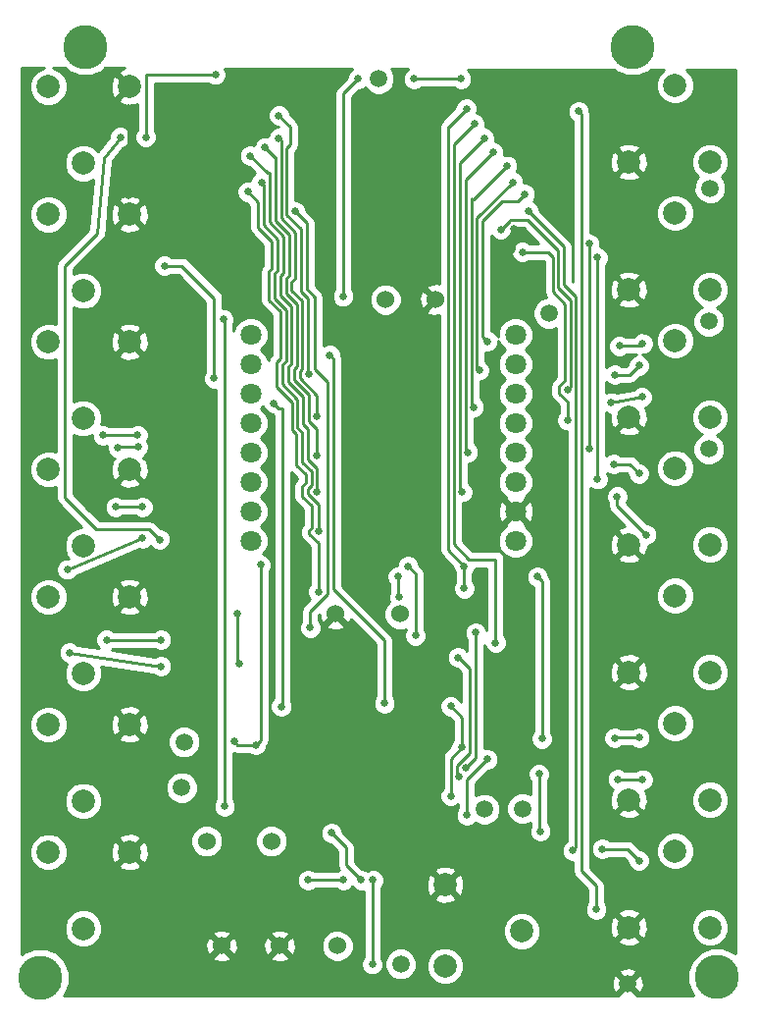
<source format=gbr>
G04 #@! TF.FileFunction,Copper,L2,Bot,Signal*
%FSLAX46Y46*%
G04 Gerber Fmt 4.6, Leading zero omitted, Abs format (unit mm)*
G04 Created by KiCad (PCBNEW 4.0.7) date Thursday, May 31, 2018 'PMt' 11:14:33 PM*
%MOMM*%
%LPD*%
G01*
G04 APERTURE LIST*
%ADD10C,0.100000*%
%ADD11C,1.524000*%
%ADD12C,1.500000*%
%ADD13C,1.800000*%
%ADD14C,2.000000*%
%ADD15C,3.800000*%
%ADD16C,0.660000*%
%ADD17C,0.250000*%
%ADD18C,0.254000*%
G04 APERTURE END LIST*
D10*
D11*
X66930000Y-101805000D03*
X61340000Y-101805000D03*
X62650000Y-110850000D03*
X67650000Y-110850000D03*
X72650000Y-110850000D03*
D12*
X76200000Y-36068000D03*
D11*
X78020000Y-82230000D03*
X72470000Y-82230000D03*
X81110000Y-55110000D03*
X76790000Y-55110000D03*
D12*
X85344000Y-99060000D03*
D13*
X88030000Y-58140000D03*
X88030000Y-60680000D03*
X88030000Y-63220000D03*
X88030000Y-65760000D03*
X88030000Y-68300000D03*
X88030000Y-70840000D03*
X88030000Y-73380000D03*
X88030000Y-75920000D03*
X65170000Y-75920000D03*
X65170000Y-73380000D03*
X65170000Y-70840000D03*
X65170000Y-68300000D03*
X65170000Y-65760000D03*
X65170000Y-63220000D03*
X65170000Y-60680000D03*
X65170000Y-58140000D03*
D12*
X104800000Y-45500000D03*
X104700000Y-57000000D03*
X104700000Y-68000000D03*
X97700000Y-114100000D03*
X90900000Y-56300000D03*
X88600000Y-99000000D03*
X78100000Y-112400000D03*
X59400000Y-93260000D03*
X59200000Y-97200000D03*
D14*
X101802400Y-36648660D03*
X104802140Y-43248660D03*
X97801900Y-43248660D03*
X101802400Y-47648660D03*
X104802140Y-54248660D03*
X97801900Y-54248660D03*
X101802400Y-58648660D03*
X104802140Y-65248660D03*
X97801900Y-65248660D03*
X101802400Y-69648660D03*
X104802140Y-76248660D03*
X97801900Y-76248660D03*
X101802400Y-80648660D03*
X104802140Y-87248660D03*
X97801900Y-87248660D03*
X101802400Y-91648660D03*
X104802140Y-98248660D03*
X97801900Y-98248660D03*
X101802400Y-102648660D03*
X104802140Y-109248660D03*
X97801900Y-109248660D03*
X88551340Y-109577400D03*
X81951340Y-112577140D03*
X81951340Y-105576900D03*
X50697600Y-43351340D03*
X47697860Y-36751340D03*
X54698100Y-36751340D03*
X50697600Y-54351340D03*
X47697860Y-47751340D03*
X54698100Y-47751340D03*
X50697600Y-65351340D03*
X47697860Y-58751340D03*
X54698100Y-58751340D03*
X50697600Y-76351340D03*
X47697860Y-69751340D03*
X54698100Y-69751340D03*
X50697600Y-87351340D03*
X47697860Y-80751340D03*
X54698100Y-80751340D03*
X50697600Y-98351340D03*
X47697860Y-91751340D03*
X54698100Y-91751340D03*
X50697600Y-109351340D03*
X47697860Y-102751340D03*
X54698100Y-102751340D03*
D15*
X50880000Y-33300000D03*
X98130000Y-33300000D03*
X46970000Y-113580000D03*
X105420000Y-113540000D03*
D16*
X82000000Y-92410000D03*
X63754000Y-51562000D03*
X63750000Y-47690000D03*
X87200000Y-51500000D03*
X87900000Y-49000000D03*
X54610000Y-46101000D03*
X54610000Y-38608000D03*
X79248000Y-51562000D03*
X79502000Y-54864000D03*
X80010000Y-98806000D03*
X78994000Y-103124000D03*
X59182000Y-50546000D03*
X56134000Y-50546000D03*
X92964000Y-102616000D03*
X89154000Y-47498000D03*
X75650000Y-112425000D03*
X75725000Y-105175000D03*
X73152000Y-105156000D03*
X70104000Y-105156000D03*
X62900000Y-98800000D03*
X62800000Y-56800000D03*
X96500000Y-69300000D03*
X98700000Y-70100000D03*
X96800000Y-72100000D03*
X99300000Y-75400000D03*
X83058000Y-85979000D03*
X83170000Y-96280000D03*
X96850000Y-96470000D03*
X98980000Y-96510000D03*
X98679000Y-103505000D03*
X95504000Y-102489000D03*
X90170000Y-100965000D03*
X90043000Y-96012000D03*
X83693000Y-95504000D03*
X84582000Y-83820000D03*
X57700000Y-52200000D03*
X62000000Y-61900000D03*
X52400000Y-66800000D03*
X55400000Y-66800000D03*
X55410000Y-67810000D03*
X53700000Y-67890000D03*
X53500000Y-73000000D03*
X55800000Y-73000000D03*
X55800000Y-75700000D03*
X49320000Y-78390000D03*
X49520000Y-85550000D03*
X57404000Y-86741000D03*
X64135000Y-86487000D03*
X64008000Y-82169000D03*
X57404000Y-84455000D03*
X52705000Y-84455000D03*
X89916000Y-78994000D03*
X90297000Y-92964000D03*
X98710000Y-92900000D03*
X96590000Y-92930000D03*
X77978000Y-80772000D03*
X77851000Y-78994000D03*
X94400000Y-50300000D03*
X94400000Y-68000000D03*
X88600000Y-51000000D03*
X92500000Y-65500000D03*
X92500000Y-62900000D03*
X86750000Y-49060000D03*
X67800000Y-90200000D03*
X67150000Y-64060000D03*
X72136000Y-101092000D03*
X74676000Y-105156000D03*
X74422000Y-36068000D03*
X73140000Y-54840000D03*
X85600000Y-58700000D03*
X88800000Y-46000000D03*
X84900000Y-61200000D03*
X87800000Y-45000000D03*
X87290000Y-43590000D03*
X84400000Y-64400000D03*
X83900000Y-68300000D03*
X86100000Y-42400000D03*
X83400000Y-71700000D03*
X85300000Y-41200000D03*
X84470000Y-39940000D03*
X79375000Y-84074000D03*
X78740000Y-78105000D03*
X86300000Y-84700000D03*
X83800000Y-38650000D03*
X83600000Y-80000000D03*
X83600000Y-78100000D03*
X93472000Y-38862000D03*
X94996000Y-107696000D03*
X67600000Y-39240000D03*
X70180000Y-61570000D03*
X70900000Y-65200000D03*
X67600000Y-41200000D03*
X70900000Y-68600000D03*
X66410000Y-41970000D03*
X65110000Y-42710000D03*
X70900000Y-71700000D03*
X71000000Y-75100000D03*
X66100000Y-45000000D03*
X64900000Y-45800000D03*
X71000000Y-80300000D03*
X70300000Y-83400000D03*
X69000000Y-47500000D03*
X95100000Y-70600000D03*
X95100000Y-51500000D03*
X99000000Y-58900000D03*
X97000000Y-59100000D03*
X98700000Y-60800000D03*
X96600000Y-61600000D03*
X98940000Y-63500000D03*
X96300000Y-64000000D03*
X66000000Y-78000000D03*
X65600000Y-93500000D03*
X57300000Y-75800000D03*
X63760000Y-93240000D03*
X62100000Y-35700000D03*
X56100000Y-41100000D03*
X53900000Y-41100000D03*
X83820000Y-99568000D03*
X85598000Y-94742000D03*
X83312000Y-36068000D03*
X79248000Y-36068000D03*
X82423000Y-90170000D03*
X76708000Y-89916000D03*
X72000000Y-59900000D03*
X83380000Y-93740000D03*
X82423000Y-97917000D03*
D17*
X81785000Y-92625000D02*
X81785000Y-97285000D01*
X82000000Y-92410000D02*
X81785000Y-92625000D01*
X63754000Y-47694000D02*
X63754000Y-51562000D01*
X63750000Y-47690000D02*
X63754000Y-47694000D01*
X87200000Y-51500000D02*
X87900000Y-50800000D01*
X87900000Y-50800000D02*
X87900000Y-49000000D01*
X54610000Y-38608000D02*
X54610000Y-46101000D01*
X80010000Y-98806000D02*
X80264000Y-98806000D01*
X80264000Y-98806000D02*
X81785000Y-97285000D01*
X81785000Y-97285000D02*
X81788000Y-97282000D01*
X79502000Y-51816000D02*
X79502000Y-54864000D01*
X79248000Y-51562000D02*
X79502000Y-51816000D01*
X79502000Y-99314000D02*
X80010000Y-98806000D01*
X79502000Y-102616000D02*
X79502000Y-99314000D01*
X78994000Y-103124000D02*
X79502000Y-102616000D01*
X59182000Y-50546000D02*
X56134000Y-50546000D01*
X93218000Y-102362000D02*
X92964000Y-102616000D01*
X93218000Y-54864000D02*
X93218000Y-102362000D01*
X92202000Y-53848000D02*
X93218000Y-54864000D01*
X92202000Y-50546000D02*
X92202000Y-53848000D01*
X89154000Y-47498000D02*
X92202000Y-50546000D01*
X75650000Y-105250000D02*
X75650000Y-112425000D01*
X75725000Y-105175000D02*
X75650000Y-105250000D01*
X73152000Y-105156000D02*
X70104000Y-105156000D01*
X62900000Y-56900000D02*
X62900000Y-98800000D01*
X62800000Y-56800000D02*
X62900000Y-56900000D01*
X97900000Y-69300000D02*
X96500000Y-69300000D01*
X98700000Y-70100000D02*
X97900000Y-69300000D01*
X96800000Y-72900000D02*
X96800000Y-72100000D01*
X99300000Y-75400000D02*
X96800000Y-72900000D01*
X83058000Y-85979000D02*
X83099000Y-85979000D01*
X84070000Y-94190000D02*
X82970000Y-95290000D01*
X84070000Y-86950000D02*
X84070000Y-94190000D01*
X83099000Y-85979000D02*
X84070000Y-86950000D01*
X82970000Y-96080000D02*
X82970000Y-95290000D01*
X83170000Y-96280000D02*
X82970000Y-96080000D01*
X98940000Y-96470000D02*
X96850000Y-96470000D01*
X98980000Y-96510000D02*
X98940000Y-96470000D01*
X98679000Y-103505000D02*
X97663000Y-102489000D01*
X97663000Y-102489000D02*
X95504000Y-102489000D01*
X90170000Y-100965000D02*
X90043000Y-100838000D01*
X90043000Y-100838000D02*
X90043000Y-96012000D01*
X83693000Y-95504000D02*
X84582000Y-94615000D01*
X84582000Y-94615000D02*
X84582000Y-83820000D01*
X57700000Y-52200000D02*
X59200000Y-52200000D01*
X59200000Y-52200000D02*
X62000000Y-55000000D01*
X62000000Y-55000000D02*
X62000000Y-61900000D01*
X52400000Y-66800000D02*
X55400000Y-66800000D01*
X53780000Y-67810000D02*
X55410000Y-67810000D01*
X53700000Y-67890000D02*
X53780000Y-67810000D01*
X53500000Y-73000000D02*
X55800000Y-73000000D01*
X49320000Y-78390000D02*
X55800000Y-75700000D01*
X49520000Y-85550000D02*
X57404000Y-86741000D01*
X64135000Y-86487000D02*
X64008000Y-86360000D01*
X64008000Y-86360000D02*
X64008000Y-82169000D01*
X52705000Y-84455000D02*
X57404000Y-84455000D01*
X89916000Y-78994000D02*
X90297000Y-79375000D01*
X90297000Y-79375000D02*
X90297000Y-92964000D01*
X96620000Y-92900000D02*
X98710000Y-92900000D01*
X96590000Y-92930000D02*
X96620000Y-92900000D01*
X77851000Y-80645000D02*
X77851000Y-78994000D01*
X77978000Y-80772000D02*
X77851000Y-80645000D01*
X94400000Y-50300000D02*
X94400000Y-68000000D01*
X88600000Y-51000000D02*
X90800000Y-51000000D01*
X90800000Y-51000000D02*
X91249998Y-51449998D01*
X91249998Y-51449998D02*
X91249998Y-54449998D01*
X91249998Y-54449998D02*
X92317996Y-55517996D01*
X92317996Y-55517996D02*
X92317996Y-62082004D01*
X91800000Y-63200000D02*
X92500000Y-63900000D01*
X92500000Y-63900000D02*
X92500000Y-65500000D01*
X92317996Y-62082004D02*
X91800000Y-62600000D01*
X91800000Y-62600000D02*
X91800000Y-63200000D01*
X87500000Y-48200000D02*
X89051998Y-48200000D01*
X89051998Y-48200000D02*
X91700000Y-50848002D01*
X91700000Y-50848002D02*
X91700000Y-54100000D01*
X91700000Y-54100000D02*
X92767998Y-55167998D01*
X92767998Y-55167998D02*
X92767998Y-62632002D01*
X92767998Y-62632002D02*
X92500000Y-62900000D01*
X87500000Y-48310000D02*
X87500000Y-48200000D01*
X86750000Y-49060000D02*
X87500000Y-48310000D01*
X67900000Y-64500000D02*
X67590000Y-64500000D01*
X67900000Y-90100000D02*
X67800000Y-90200000D01*
X67900000Y-64500000D02*
X67900000Y-90100000D01*
X67590000Y-64500000D02*
X67150000Y-64060000D01*
X73406000Y-102362000D02*
X72136000Y-101092000D01*
X73406000Y-103886000D02*
X73406000Y-102362000D01*
X74676000Y-105156000D02*
X73406000Y-103886000D01*
X73152000Y-54229000D02*
X73152000Y-54828000D01*
X73152000Y-37338000D02*
X73152000Y-54229000D01*
X74422000Y-36068000D02*
X73152000Y-37338000D01*
X73152000Y-54828000D02*
X73140000Y-54840000D01*
X85200000Y-58300000D02*
X85600000Y-58700000D01*
X85200000Y-48300000D02*
X85200000Y-58300000D01*
X86881801Y-46618199D02*
X85200000Y-48300000D01*
X88181801Y-46618199D02*
X86881801Y-46618199D01*
X88800000Y-46000000D02*
X88181801Y-46618199D01*
X84700000Y-61000000D02*
X84900000Y-61200000D01*
X84700000Y-48100000D02*
X84700000Y-61000000D01*
X87800000Y-45000000D02*
X84700000Y-48100000D01*
X84440000Y-46440000D02*
X84200000Y-46440000D01*
X87290000Y-43590000D02*
X84440000Y-46440000D01*
X84200000Y-46440000D02*
X84200000Y-64200000D01*
X84200000Y-64200000D02*
X84400000Y-64400000D01*
X84200000Y-46400000D02*
X84200000Y-46440000D01*
X83700000Y-68100000D02*
X83900000Y-68300000D01*
X83700000Y-44800000D02*
X83700000Y-68100000D01*
X86100000Y-42400000D02*
X83700000Y-44800000D01*
X83200000Y-71500000D02*
X83400000Y-71700000D01*
X83200000Y-43300000D02*
X83200000Y-71500000D01*
X85300000Y-41200000D02*
X83200000Y-43300000D01*
X82700000Y-41700000D02*
X82700000Y-76200000D01*
X82700000Y-76200000D02*
X84000000Y-77500000D01*
X84000000Y-77500000D02*
X86300000Y-77500000D01*
X82700000Y-41710000D02*
X82700000Y-41700000D01*
X84470000Y-39940000D02*
X82700000Y-41710000D01*
X78740000Y-78105000D02*
X79375000Y-78740000D01*
X79375000Y-78740000D02*
X79375000Y-84074000D01*
X86300000Y-77500000D02*
X86300000Y-77500000D01*
X86300000Y-77500000D02*
X86300000Y-78100000D01*
X86300000Y-78600000D02*
X86300000Y-84700000D01*
X86300000Y-78100000D02*
X86300000Y-78600000D01*
X82200000Y-40250000D02*
X82200000Y-40200000D01*
X83800000Y-38650000D02*
X82200000Y-40250000D01*
X82200000Y-40200000D02*
X82200000Y-76700000D01*
X82200000Y-76700000D02*
X83600000Y-78100000D01*
X83600000Y-80000000D02*
X83600000Y-78100000D01*
X93472000Y-38862000D02*
X93726000Y-39116000D01*
X93726000Y-39116000D02*
X93726000Y-104394000D01*
X93726000Y-104394000D02*
X94996000Y-105664000D01*
X94996000Y-105664000D02*
X94996000Y-107696000D01*
X67600000Y-39240000D02*
X68570000Y-40210000D01*
X68570000Y-40210000D02*
X68570000Y-41740000D01*
X70180000Y-61570000D02*
X70120000Y-61510000D01*
X70120000Y-61510000D02*
X70120000Y-55020000D01*
X70120000Y-55020000D02*
X69490000Y-54390000D01*
X69490000Y-54390000D02*
X69490000Y-49020000D01*
X69490000Y-49020000D02*
X68250002Y-47780002D01*
X68250002Y-47780002D02*
X68250002Y-42059998D01*
X68250002Y-42059998D02*
X68570000Y-41740000D01*
X68570000Y-41740000D02*
X68570000Y-41730000D01*
X70900000Y-63400000D02*
X70900000Y-65200000D01*
X69400000Y-61900000D02*
X70900000Y-63400000D01*
X69400000Y-61300000D02*
X69400000Y-61900000D01*
X69600000Y-61100000D02*
X69400000Y-61300000D01*
X69600000Y-55200000D02*
X69600000Y-61100000D01*
X68700000Y-54300000D02*
X69600000Y-55200000D01*
X68700000Y-53600000D02*
X68700000Y-54300000D01*
X69000000Y-53300000D02*
X68700000Y-53600000D01*
X69000000Y-49300000D02*
X69000000Y-53300000D01*
X67800000Y-48100000D02*
X69000000Y-49300000D01*
X67800000Y-41400000D02*
X67800000Y-48100000D01*
X67600000Y-41200000D02*
X67800000Y-41400000D01*
X67300000Y-42800000D02*
X67300000Y-48300000D01*
X67300000Y-48300000D02*
X68500000Y-49500000D01*
X68500000Y-49500000D02*
X68500000Y-53000000D01*
X68500000Y-53000000D02*
X68200000Y-53300000D01*
X68200000Y-53300000D02*
X68200000Y-54550002D01*
X68200000Y-54550002D02*
X69149998Y-55500000D01*
X69149998Y-55500000D02*
X69149998Y-60850002D01*
X69149998Y-60850002D02*
X68900000Y-61100000D01*
X68900000Y-61100000D02*
X68900000Y-62036398D01*
X68900000Y-62036398D02*
X70200000Y-63336398D01*
X70200000Y-63336398D02*
X70200000Y-65600000D01*
X70200000Y-65600000D02*
X70900000Y-66300000D01*
X70900000Y-66300000D02*
X70900000Y-68600000D01*
X67240000Y-42800000D02*
X67300000Y-42800000D01*
X66410000Y-41970000D02*
X67240000Y-42800000D01*
X66610000Y-44210000D02*
X66800000Y-44210000D01*
X65110000Y-42710000D02*
X66610000Y-44210000D01*
X66800000Y-44210000D02*
X66800000Y-48450002D01*
X66800000Y-48450002D02*
X68000000Y-49650002D01*
X68000000Y-49650002D02*
X68000000Y-52800000D01*
X68000000Y-52800000D02*
X67749998Y-53050002D01*
X67749998Y-53050002D02*
X67749998Y-54750002D01*
X67749998Y-54750002D02*
X68681801Y-55681805D01*
X68681801Y-55681805D02*
X68681801Y-60618199D01*
X68681801Y-60618199D02*
X68400000Y-60900000D01*
X68400000Y-60900000D02*
X68400000Y-62172796D01*
X68400000Y-62172796D02*
X69700000Y-63472796D01*
X69700000Y-63472796D02*
X69700000Y-65850002D01*
X69700000Y-65850002D02*
X70100000Y-66250002D01*
X70100000Y-66250002D02*
X70100000Y-68900000D01*
X70100000Y-68900000D02*
X70900000Y-69700000D01*
X70900000Y-69700000D02*
X70900000Y-71700000D01*
X66800000Y-44200000D02*
X66800000Y-44210000D01*
X71000000Y-72800000D02*
X71000000Y-75100000D01*
X70100000Y-71900000D02*
X71000000Y-72800000D01*
X70100000Y-71400000D02*
X70100000Y-71900000D01*
X70400000Y-71100000D02*
X70100000Y-71400000D01*
X70400000Y-69950002D02*
X70400000Y-71100000D01*
X69600000Y-69150002D02*
X70400000Y-69950002D01*
X69600000Y-66550002D02*
X69600000Y-69150002D01*
X69200000Y-66150002D02*
X69600000Y-66550002D01*
X69200000Y-63700000D02*
X69200000Y-66150002D01*
X67900000Y-62400000D02*
X69200000Y-63700000D01*
X67900000Y-60700000D02*
X67900000Y-62400000D01*
X68200000Y-60400000D02*
X67900000Y-60700000D01*
X68200000Y-56000000D02*
X68200000Y-60400000D01*
X67200000Y-55000000D02*
X68200000Y-56000000D01*
X67200000Y-52900000D02*
X67200000Y-55000000D01*
X67500000Y-52600000D02*
X67200000Y-52900000D01*
X67500000Y-49900000D02*
X67500000Y-52600000D01*
X66300000Y-48700000D02*
X67500000Y-49900000D01*
X66300000Y-45200000D02*
X66300000Y-48700000D01*
X66100000Y-45000000D02*
X66300000Y-45200000D01*
X64900000Y-45800000D02*
X65800000Y-46700000D01*
X65800000Y-46700000D02*
X65800000Y-48900000D01*
X65800000Y-48900000D02*
X67000000Y-50100000D01*
X67000000Y-50100000D02*
X67000000Y-52400000D01*
X67000000Y-52400000D02*
X66700000Y-52700000D01*
X66700000Y-52700000D02*
X66700000Y-55150002D01*
X66700000Y-55150002D02*
X67700000Y-56150002D01*
X67700000Y-56150002D02*
X67700000Y-60200000D01*
X67700000Y-60200000D02*
X67400000Y-60500000D01*
X67400000Y-60500000D02*
X67400000Y-62600000D01*
X67400000Y-62600000D02*
X68749998Y-63949998D01*
X68749998Y-63949998D02*
X68749998Y-66336398D01*
X68749998Y-66336398D02*
X69100000Y-66686400D01*
X69100000Y-66686400D02*
X69100000Y-69400000D01*
X69100000Y-69400000D02*
X69900000Y-70200000D01*
X69900000Y-70200000D02*
X69900000Y-70900000D01*
X69900000Y-70900000D02*
X69600000Y-71200000D01*
X69600000Y-71200000D02*
X69600000Y-72100000D01*
X69600000Y-72100000D02*
X70400000Y-72900000D01*
X70400000Y-72900000D02*
X70400000Y-74800000D01*
X70400000Y-74800000D02*
X70200000Y-75000000D01*
X70200000Y-75000000D02*
X70200000Y-75300000D01*
X70200000Y-75300000D02*
X71000000Y-76100000D01*
X71000000Y-80300000D02*
X71000000Y-76100000D01*
X70300000Y-82000000D02*
X70300000Y-83400000D01*
X71800000Y-80500000D02*
X70300000Y-82000000D01*
X71800000Y-62200000D02*
X71800000Y-80500000D01*
X70700000Y-61100000D02*
X71800000Y-62200000D01*
X70700000Y-54900000D02*
X70700000Y-61100000D01*
X70000000Y-54200000D02*
X70700000Y-54900000D01*
X70000000Y-48500000D02*
X70000000Y-54200000D01*
X69000000Y-47500000D02*
X70000000Y-48500000D01*
X95100000Y-51500000D02*
X95100000Y-70600000D01*
X99000000Y-58900000D02*
X98800000Y-59100000D01*
X98800000Y-59100000D02*
X97000000Y-59100000D01*
X98700000Y-60800000D02*
X97900000Y-61600000D01*
X97900000Y-61600000D02*
X96600000Y-61600000D01*
X98940000Y-63500000D02*
X96300000Y-64000000D01*
X66000000Y-93100000D02*
X66000000Y-78000000D01*
X65600000Y-93500000D02*
X66000000Y-93100000D01*
X64020000Y-93500000D02*
X65600000Y-93500000D01*
X63760000Y-93240000D02*
X64020000Y-93500000D01*
X56400000Y-74900000D02*
X57300000Y-75800000D01*
X62100000Y-35700000D02*
X56100000Y-35700000D01*
X56100000Y-35700000D02*
X56100000Y-41100000D01*
X53900000Y-41100000D02*
X52490000Y-42890000D01*
X52490000Y-42890000D02*
X51900000Y-49400000D01*
X51900000Y-49400000D02*
X49100000Y-52200000D01*
X49100000Y-52200000D02*
X49100000Y-72200000D01*
X49100000Y-72200000D02*
X51800000Y-74900000D01*
X51800000Y-74900000D02*
X56400000Y-74900000D01*
X83820000Y-96520000D02*
X83820000Y-99568000D01*
X85598000Y-94742000D02*
X83820000Y-96520000D01*
X79248000Y-36068000D02*
X83312000Y-36068000D01*
X76708000Y-84508000D02*
X76708000Y-89916000D01*
X72300000Y-80100000D02*
X76708000Y-84508000D01*
X72300000Y-60200000D02*
X72300000Y-80100000D01*
X72000000Y-59900000D02*
X72300000Y-60200000D01*
X83380000Y-91127000D02*
X83380000Y-93740000D01*
X82423000Y-90170000D02*
X83380000Y-91127000D01*
X83380000Y-93740000D02*
X82423000Y-94697000D01*
X82423000Y-94697000D02*
X82423000Y-97917000D01*
D18*
G36*
X47329449Y-35134491D02*
X46772917Y-35364446D01*
X46312582Y-35823977D01*
X46063144Y-36424692D01*
X46062576Y-37075135D01*
X46310966Y-37676283D01*
X46770497Y-38136618D01*
X47371212Y-38386056D01*
X48021655Y-38386624D01*
X48622803Y-38138234D01*
X49083138Y-37678703D01*
X49332576Y-37077988D01*
X49333092Y-36486801D01*
X53052192Y-36486801D01*
X53076244Y-37136800D01*
X53278713Y-37625604D01*
X53545568Y-37724267D01*
X54518495Y-36751340D01*
X53545568Y-35778413D01*
X53278713Y-35877076D01*
X53052192Y-36486801D01*
X49333092Y-36486801D01*
X49333144Y-36427545D01*
X49084754Y-35826397D01*
X48625223Y-35366062D01*
X48073296Y-35136883D01*
X49135180Y-35140297D01*
X49442163Y-35447816D01*
X50373545Y-35834559D01*
X51382031Y-35835439D01*
X52314086Y-35450322D01*
X52613449Y-35151481D01*
X54246854Y-35156733D01*
X53823836Y-35331953D01*
X53725173Y-35598808D01*
X54698100Y-36571735D01*
X54712243Y-36557593D01*
X54891848Y-36737198D01*
X54877705Y-36751340D01*
X54891848Y-36765483D01*
X54712243Y-36945088D01*
X54698100Y-36930945D01*
X53725173Y-37903872D01*
X53823836Y-38170727D01*
X54433561Y-38397248D01*
X55083560Y-38373196D01*
X55340000Y-38266975D01*
X55340000Y-40495149D01*
X55282390Y-40552658D01*
X55135168Y-40907208D01*
X55134833Y-41291108D01*
X55281436Y-41645914D01*
X55552658Y-41917610D01*
X55907208Y-42064832D01*
X56291108Y-42065167D01*
X56645914Y-41918564D01*
X56917610Y-41647342D01*
X57064832Y-41292792D01*
X57065167Y-40908892D01*
X56918564Y-40554086D01*
X56860000Y-40495420D01*
X56860000Y-36460000D01*
X61495149Y-36460000D01*
X61552658Y-36517610D01*
X61907208Y-36664832D01*
X62291108Y-36665167D01*
X62645914Y-36518564D01*
X62917610Y-36247342D01*
X63064832Y-35892792D01*
X63065167Y-35508892D01*
X62931196Y-35184657D01*
X73947137Y-35220078D01*
X73876086Y-35249436D01*
X73604390Y-35520658D01*
X73457168Y-35875208D01*
X73457096Y-35958102D01*
X72614599Y-36800599D01*
X72449852Y-37047161D01*
X72392000Y-37338000D01*
X72392000Y-54223169D01*
X72322390Y-54292658D01*
X72175168Y-54647208D01*
X72174833Y-55031108D01*
X72321436Y-55385914D01*
X72592658Y-55657610D01*
X72947208Y-55804832D01*
X73331108Y-55805167D01*
X73685914Y-55658564D01*
X73957610Y-55387342D01*
X73957892Y-55386661D01*
X75392758Y-55386661D01*
X75604990Y-55900303D01*
X75997630Y-56293629D01*
X76510900Y-56506757D01*
X77066661Y-56507242D01*
X77580303Y-56295010D01*
X77973629Y-55902370D01*
X78186757Y-55389100D01*
X78187181Y-54902302D01*
X79700856Y-54902302D01*
X79728638Y-55457368D01*
X79887603Y-55841143D01*
X80129787Y-55910608D01*
X80930395Y-55110000D01*
X80129787Y-54309392D01*
X79887603Y-54378857D01*
X79700856Y-54902302D01*
X78187181Y-54902302D01*
X78187242Y-54833339D01*
X77975010Y-54319697D01*
X77785432Y-54129787D01*
X80309392Y-54129787D01*
X81110000Y-54930395D01*
X81124143Y-54916253D01*
X81303748Y-55095858D01*
X81289605Y-55110000D01*
X81303748Y-55124143D01*
X81124143Y-55303748D01*
X81110000Y-55289605D01*
X80309392Y-56090213D01*
X80378857Y-56332397D01*
X80902302Y-56519144D01*
X81440000Y-56492231D01*
X81440000Y-76700000D01*
X81497852Y-76990839D01*
X81662599Y-77237401D01*
X82634904Y-78209706D01*
X82634833Y-78291108D01*
X82781436Y-78645914D01*
X82840000Y-78704580D01*
X82840000Y-79395149D01*
X82782390Y-79452658D01*
X82635168Y-79807208D01*
X82634833Y-80191108D01*
X82781436Y-80545914D01*
X83052658Y-80817610D01*
X83407208Y-80964832D01*
X83791108Y-80965167D01*
X84145914Y-80818564D01*
X84417610Y-80547342D01*
X84564832Y-80192792D01*
X84565167Y-79808892D01*
X84418564Y-79454086D01*
X84360000Y-79395420D01*
X84360000Y-78704851D01*
X84417610Y-78647342D01*
X84564832Y-78292792D01*
X84564861Y-78260000D01*
X85540000Y-78260000D01*
X85540000Y-83611547D01*
X85400564Y-83274086D01*
X85129342Y-83002390D01*
X84774792Y-82855168D01*
X84390892Y-82854833D01*
X84036086Y-83001436D01*
X83764390Y-83272658D01*
X83617168Y-83627208D01*
X83616833Y-84011108D01*
X83763436Y-84365914D01*
X83822000Y-84424580D01*
X83822000Y-85378427D01*
X83605342Y-85161390D01*
X83250792Y-85014168D01*
X82866892Y-85013833D01*
X82512086Y-85160436D01*
X82240390Y-85431658D01*
X82093168Y-85786208D01*
X82092833Y-86170108D01*
X82239436Y-86524914D01*
X82510658Y-86796610D01*
X82865208Y-86943832D01*
X82989138Y-86943940D01*
X83310000Y-87264802D01*
X83310000Y-89789714D01*
X83241564Y-89624086D01*
X82970342Y-89352390D01*
X82615792Y-89205168D01*
X82231892Y-89204833D01*
X81877086Y-89351436D01*
X81605390Y-89622658D01*
X81458168Y-89977208D01*
X81457833Y-90361108D01*
X81604436Y-90715914D01*
X81875658Y-90987610D01*
X82230208Y-91134832D01*
X82313102Y-91134904D01*
X82620000Y-91441802D01*
X82620000Y-93135149D01*
X82562390Y-93192658D01*
X82415168Y-93547208D01*
X82415096Y-93630102D01*
X81885599Y-94159599D01*
X81720852Y-94406161D01*
X81663000Y-94697000D01*
X81663000Y-97312149D01*
X81605390Y-97369658D01*
X81458168Y-97724208D01*
X81457833Y-98108108D01*
X81604436Y-98462914D01*
X81875658Y-98734610D01*
X82230208Y-98881832D01*
X82614108Y-98882167D01*
X82968914Y-98735564D01*
X83060000Y-98644637D01*
X83060000Y-98963149D01*
X83002390Y-99020658D01*
X82855168Y-99375208D01*
X82854833Y-99759108D01*
X83001436Y-100113914D01*
X83272658Y-100385610D01*
X83627208Y-100532832D01*
X84011108Y-100533167D01*
X84365914Y-100386564D01*
X84538894Y-100213885D01*
X84558436Y-100233461D01*
X85067298Y-100444759D01*
X85618285Y-100445240D01*
X86127515Y-100234831D01*
X86517461Y-99845564D01*
X86728759Y-99336702D01*
X86728813Y-99274285D01*
X87214760Y-99274285D01*
X87425169Y-99783515D01*
X87814436Y-100173461D01*
X88323298Y-100384759D01*
X88874285Y-100385240D01*
X89283000Y-100216363D01*
X89283000Y-100584768D01*
X89205168Y-100772208D01*
X89204833Y-101156108D01*
X89351436Y-101510914D01*
X89622658Y-101782610D01*
X89977208Y-101929832D01*
X90361108Y-101930167D01*
X90715914Y-101783564D01*
X90987610Y-101512342D01*
X91134832Y-101157792D01*
X91135167Y-100773892D01*
X90988564Y-100419086D01*
X90803000Y-100233198D01*
X90803000Y-96616851D01*
X90860610Y-96559342D01*
X91007832Y-96204792D01*
X91008167Y-95820892D01*
X90861564Y-95466086D01*
X90590342Y-95194390D01*
X90235792Y-95047168D01*
X89851892Y-95046833D01*
X89497086Y-95193436D01*
X89225390Y-95464658D01*
X89078168Y-95819208D01*
X89077833Y-96203108D01*
X89224436Y-96557914D01*
X89283000Y-96616580D01*
X89283000Y-97783951D01*
X88876702Y-97615241D01*
X88325715Y-97614760D01*
X87816485Y-97825169D01*
X87426539Y-98214436D01*
X87215241Y-98723298D01*
X87214760Y-99274285D01*
X86728813Y-99274285D01*
X86729240Y-98785715D01*
X86518831Y-98276485D01*
X86129564Y-97886539D01*
X85620702Y-97675241D01*
X85069715Y-97674760D01*
X84580000Y-97877106D01*
X84580000Y-96834802D01*
X85707706Y-95707096D01*
X85789108Y-95707167D01*
X86143914Y-95560564D01*
X86415610Y-95289342D01*
X86562832Y-94934792D01*
X86563167Y-94550892D01*
X86416564Y-94196086D01*
X86145342Y-93924390D01*
X85790792Y-93777168D01*
X85406892Y-93776833D01*
X85342000Y-93803646D01*
X85342000Y-84908453D01*
X85481436Y-85245914D01*
X85752658Y-85517610D01*
X86107208Y-85664832D01*
X86491108Y-85665167D01*
X86845914Y-85518564D01*
X87117610Y-85247342D01*
X87264832Y-84892792D01*
X87265167Y-84508892D01*
X87118564Y-84154086D01*
X87060000Y-84095420D01*
X87060000Y-79185108D01*
X88950833Y-79185108D01*
X89097436Y-79539914D01*
X89368658Y-79811610D01*
X89537000Y-79881512D01*
X89537000Y-92359149D01*
X89479390Y-92416658D01*
X89332168Y-92771208D01*
X89331833Y-93155108D01*
X89478436Y-93509914D01*
X89749658Y-93781610D01*
X90104208Y-93928832D01*
X90488108Y-93929167D01*
X90842914Y-93782564D01*
X91114610Y-93511342D01*
X91261832Y-93156792D01*
X91262167Y-92772892D01*
X91115564Y-92418086D01*
X91057000Y-92359420D01*
X91057000Y-79375000D01*
X91018687Y-79182390D01*
X90999148Y-79084160D01*
X90881076Y-78907453D01*
X90881167Y-78802892D01*
X90734564Y-78448086D01*
X90463342Y-78176390D01*
X90108792Y-78029168D01*
X89724892Y-78028833D01*
X89370086Y-78175436D01*
X89098390Y-78446658D01*
X88951168Y-78801208D01*
X88950833Y-79185108D01*
X87060000Y-79185108D01*
X87060000Y-77500000D01*
X87002148Y-77209161D01*
X86837401Y-76962599D01*
X86590839Y-76797852D01*
X86300000Y-76740000D01*
X84314802Y-76740000D01*
X83798793Y-76223991D01*
X86494735Y-76223991D01*
X86727932Y-76788371D01*
X87159357Y-77220551D01*
X87723330Y-77454733D01*
X88333991Y-77455265D01*
X88898371Y-77222068D01*
X89330551Y-76790643D01*
X89564733Y-76226670D01*
X89565265Y-75616009D01*
X89332068Y-75051629D01*
X88900643Y-74619449D01*
X88879806Y-74610797D01*
X88930554Y-74460159D01*
X88030000Y-73559605D01*
X87129446Y-74460159D01*
X87180035Y-74610327D01*
X87161629Y-74617932D01*
X86729449Y-75049357D01*
X86495267Y-75613330D01*
X86494735Y-76223991D01*
X83798793Y-76223991D01*
X83460000Y-75885198D01*
X83460000Y-73139336D01*
X86483542Y-73139336D01*
X86509161Y-73749460D01*
X86693357Y-74194148D01*
X86949841Y-74280554D01*
X87850395Y-73380000D01*
X88209605Y-73380000D01*
X89110159Y-74280554D01*
X89366643Y-74194148D01*
X89576458Y-73620664D01*
X89550839Y-73010540D01*
X89366643Y-72565852D01*
X89110159Y-72479446D01*
X88209605Y-73380000D01*
X87850395Y-73380000D01*
X86949841Y-72479446D01*
X86693357Y-72565852D01*
X86483542Y-73139336D01*
X83460000Y-73139336D01*
X83460000Y-72665053D01*
X83591108Y-72665167D01*
X83945914Y-72518564D01*
X84217610Y-72247342D01*
X84364832Y-71892792D01*
X84365167Y-71508892D01*
X84218564Y-71154086D01*
X83960000Y-70895070D01*
X83960000Y-69265053D01*
X84091108Y-69265167D01*
X84445914Y-69118564D01*
X84717610Y-68847342D01*
X84864832Y-68492792D01*
X84865167Y-68108892D01*
X84718564Y-67754086D01*
X84460000Y-67495070D01*
X84460000Y-65365053D01*
X84591108Y-65365167D01*
X84945914Y-65218564D01*
X85217610Y-64947342D01*
X85364832Y-64592792D01*
X85365167Y-64208892D01*
X85218564Y-63854086D01*
X84960000Y-63595070D01*
X84960000Y-62165053D01*
X85091108Y-62165167D01*
X85445914Y-62018564D01*
X85717610Y-61747342D01*
X85864832Y-61392792D01*
X85865167Y-61008892D01*
X85718564Y-60654086D01*
X85460000Y-60395070D01*
X85460000Y-59664878D01*
X85791108Y-59665167D01*
X86145914Y-59518564D01*
X86417610Y-59247342D01*
X86564832Y-58892792D01*
X86565075Y-58614227D01*
X86727932Y-59008371D01*
X87129182Y-59410323D01*
X86729449Y-59809357D01*
X86495267Y-60373330D01*
X86494735Y-60983991D01*
X86727932Y-61548371D01*
X87129182Y-61950323D01*
X86729449Y-62349357D01*
X86495267Y-62913330D01*
X86494735Y-63523991D01*
X86727932Y-64088371D01*
X87129182Y-64490323D01*
X86729449Y-64889357D01*
X86495267Y-65453330D01*
X86494735Y-66063991D01*
X86727932Y-66628371D01*
X87129182Y-67030323D01*
X86729449Y-67429357D01*
X86495267Y-67993330D01*
X86494735Y-68603991D01*
X86727932Y-69168371D01*
X87129182Y-69570323D01*
X86729449Y-69969357D01*
X86495267Y-70533330D01*
X86494735Y-71143991D01*
X86727932Y-71708371D01*
X87159357Y-72140551D01*
X87180194Y-72149203D01*
X87129446Y-72299841D01*
X88030000Y-73200395D01*
X88930554Y-72299841D01*
X88879965Y-72149673D01*
X88898371Y-72142068D01*
X89330551Y-71710643D01*
X89564733Y-71146670D01*
X89565265Y-70536009D01*
X89332068Y-69971629D01*
X88930818Y-69569677D01*
X89330551Y-69170643D01*
X89564733Y-68606670D01*
X89565265Y-67996009D01*
X89332068Y-67431629D01*
X88930818Y-67029677D01*
X89330551Y-66630643D01*
X89564733Y-66066670D01*
X89565265Y-65456009D01*
X89332068Y-64891629D01*
X88930818Y-64489677D01*
X89330551Y-64090643D01*
X89564733Y-63526670D01*
X89565265Y-62916009D01*
X89332068Y-62351629D01*
X88930818Y-61949677D01*
X89330551Y-61550643D01*
X89564733Y-60986670D01*
X89565265Y-60376009D01*
X89332068Y-59811629D01*
X88930818Y-59409677D01*
X89330551Y-59010643D01*
X89564733Y-58446670D01*
X89565265Y-57836009D01*
X89332068Y-57271629D01*
X88900643Y-56839449D01*
X88336670Y-56605267D01*
X87726009Y-56604735D01*
X87161629Y-56837932D01*
X86729449Y-57269357D01*
X86495267Y-57833330D01*
X86494827Y-58338656D01*
X86418564Y-58154086D01*
X86147342Y-57882390D01*
X85960000Y-57804599D01*
X85960000Y-49634528D01*
X86202658Y-49877610D01*
X86557208Y-50024832D01*
X86941108Y-50025167D01*
X87295914Y-49878564D01*
X87567610Y-49607342D01*
X87714832Y-49252792D01*
X87714904Y-49169898D01*
X87924802Y-48960000D01*
X88737196Y-48960000D01*
X90017196Y-50240000D01*
X89204851Y-50240000D01*
X89147342Y-50182390D01*
X88792792Y-50035168D01*
X88408892Y-50034833D01*
X88054086Y-50181436D01*
X87782390Y-50452658D01*
X87635168Y-50807208D01*
X87634833Y-51191108D01*
X87781436Y-51545914D01*
X88052658Y-51817610D01*
X88407208Y-51964832D01*
X88791108Y-51965167D01*
X89145914Y-51818564D01*
X89204580Y-51760000D01*
X90485198Y-51760000D01*
X90489998Y-51764800D01*
X90489998Y-54449998D01*
X90547850Y-54740837D01*
X90664084Y-54914793D01*
X90625715Y-54914760D01*
X90116485Y-55125169D01*
X89726539Y-55514436D01*
X89515241Y-56023298D01*
X89514760Y-56574285D01*
X89725169Y-57083515D01*
X90114436Y-57473461D01*
X90623298Y-57684759D01*
X91174285Y-57685240D01*
X91557996Y-57526694D01*
X91557996Y-61767202D01*
X91262599Y-62062599D01*
X91097852Y-62309161D01*
X91040000Y-62600000D01*
X91040000Y-63200000D01*
X91097852Y-63490839D01*
X91262599Y-63737401D01*
X91740000Y-64214803D01*
X91740000Y-64895149D01*
X91682390Y-64952658D01*
X91535168Y-65307208D01*
X91534833Y-65691108D01*
X91681436Y-66045914D01*
X91952658Y-66317610D01*
X92307208Y-66464832D01*
X92458000Y-66464964D01*
X92458000Y-101780944D01*
X92418086Y-101797436D01*
X92146390Y-102068658D01*
X91999168Y-102423208D01*
X91998833Y-102807108D01*
X92145436Y-103161914D01*
X92416658Y-103433610D01*
X92771208Y-103580832D01*
X92966000Y-103581002D01*
X92966000Y-104394000D01*
X93023852Y-104684839D01*
X93188599Y-104931401D01*
X94236000Y-105978802D01*
X94236000Y-107091149D01*
X94178390Y-107148658D01*
X94031168Y-107503208D01*
X94030833Y-107887108D01*
X94177436Y-108241914D01*
X94448658Y-108513610D01*
X94803208Y-108660832D01*
X95187108Y-108661167D01*
X95541914Y-108514564D01*
X95813610Y-108243342D01*
X95874738Y-108096128D01*
X96828973Y-108096128D01*
X97801900Y-109069055D01*
X98774827Y-108096128D01*
X98676164Y-107829273D01*
X98066439Y-107602752D01*
X97416440Y-107626804D01*
X96927636Y-107829273D01*
X96828973Y-108096128D01*
X95874738Y-108096128D01*
X95960832Y-107888792D01*
X95961167Y-107504892D01*
X95814564Y-107150086D01*
X95756000Y-107091420D01*
X95756000Y-105664000D01*
X95698148Y-105373161D01*
X95698148Y-105373160D01*
X95533401Y-105126599D01*
X94486000Y-104079198D01*
X94486000Y-102680108D01*
X94538833Y-102680108D01*
X94685436Y-103034914D01*
X94956658Y-103306610D01*
X95311208Y-103453832D01*
X95695108Y-103454167D01*
X96049914Y-103307564D01*
X96108580Y-103249000D01*
X97348198Y-103249000D01*
X97713904Y-103614706D01*
X97713833Y-103696108D01*
X97860436Y-104050914D01*
X98131658Y-104322610D01*
X98486208Y-104469832D01*
X98870108Y-104470167D01*
X99224914Y-104323564D01*
X99496610Y-104052342D01*
X99643832Y-103697792D01*
X99644167Y-103313892D01*
X99503088Y-102972455D01*
X100167116Y-102972455D01*
X100415506Y-103573603D01*
X100875037Y-104033938D01*
X101475752Y-104283376D01*
X102126195Y-104283944D01*
X102727343Y-104035554D01*
X103187678Y-103576023D01*
X103437116Y-102975308D01*
X103437684Y-102324865D01*
X103189294Y-101723717D01*
X102729763Y-101263382D01*
X102129048Y-101013944D01*
X101478605Y-101013376D01*
X100877457Y-101261766D01*
X100417122Y-101721297D01*
X100167684Y-102322012D01*
X100167116Y-102972455D01*
X99503088Y-102972455D01*
X99497564Y-102959086D01*
X99226342Y-102687390D01*
X98871792Y-102540168D01*
X98788898Y-102540096D01*
X98200401Y-101951599D01*
X97953839Y-101786852D01*
X97663000Y-101729000D01*
X96108851Y-101729000D01*
X96051342Y-101671390D01*
X95696792Y-101524168D01*
X95312892Y-101523833D01*
X94958086Y-101670436D01*
X94686390Y-101941658D01*
X94539168Y-102296208D01*
X94538833Y-102680108D01*
X94486000Y-102680108D01*
X94486000Y-99401192D01*
X96828973Y-99401192D01*
X96927636Y-99668047D01*
X97537361Y-99894568D01*
X98187360Y-99870516D01*
X98676164Y-99668047D01*
X98774827Y-99401192D01*
X97801900Y-98428265D01*
X96828973Y-99401192D01*
X94486000Y-99401192D01*
X94486000Y-96661108D01*
X95884833Y-96661108D01*
X96031436Y-97015914D01*
X96302658Y-97287610D01*
X96450831Y-97349137D01*
X96382513Y-97374396D01*
X96155992Y-97984121D01*
X96180044Y-98634120D01*
X96382513Y-99122924D01*
X96649368Y-99221587D01*
X97622295Y-98248660D01*
X97608153Y-98234518D01*
X97787758Y-98054913D01*
X97801900Y-98069055D01*
X97816043Y-98054913D01*
X97995648Y-98234518D01*
X97981505Y-98248660D01*
X98954432Y-99221587D01*
X99221287Y-99122924D01*
X99425793Y-98572455D01*
X103166856Y-98572455D01*
X103415246Y-99173603D01*
X103874777Y-99633938D01*
X104475492Y-99883376D01*
X105125935Y-99883944D01*
X105727083Y-99635554D01*
X106187418Y-99176023D01*
X106436856Y-98575308D01*
X106437424Y-97924865D01*
X106189034Y-97323717D01*
X105729503Y-96863382D01*
X105128788Y-96613944D01*
X104478345Y-96613376D01*
X103877197Y-96861766D01*
X103416862Y-97321297D01*
X103167424Y-97922012D01*
X103166856Y-98572455D01*
X99425793Y-98572455D01*
X99447808Y-98513199D01*
X99423756Y-97863200D01*
X99249595Y-97442737D01*
X99525914Y-97328564D01*
X99797610Y-97057342D01*
X99944832Y-96702792D01*
X99945167Y-96318892D01*
X99798564Y-95964086D01*
X99527342Y-95692390D01*
X99172792Y-95545168D01*
X98788892Y-95544833D01*
X98434086Y-95691436D01*
X98415490Y-95710000D01*
X97454851Y-95710000D01*
X97397342Y-95652390D01*
X97042792Y-95505168D01*
X96658892Y-95504833D01*
X96304086Y-95651436D01*
X96032390Y-95922658D01*
X95885168Y-96277208D01*
X95884833Y-96661108D01*
X94486000Y-96661108D01*
X94486000Y-93121108D01*
X95624833Y-93121108D01*
X95771436Y-93475914D01*
X96042658Y-93747610D01*
X96397208Y-93894832D01*
X96781108Y-93895167D01*
X97135914Y-93748564D01*
X97224633Y-93660000D01*
X98105149Y-93660000D01*
X98162658Y-93717610D01*
X98517208Y-93864832D01*
X98901108Y-93865167D01*
X99255914Y-93718564D01*
X99527610Y-93447342D01*
X99674832Y-93092792D01*
X99675167Y-92708892D01*
X99528564Y-92354086D01*
X99257342Y-92082390D01*
X98992590Y-91972455D01*
X100167116Y-91972455D01*
X100415506Y-92573603D01*
X100875037Y-93033938D01*
X101475752Y-93283376D01*
X102126195Y-93283944D01*
X102727343Y-93035554D01*
X103187678Y-92576023D01*
X103437116Y-91975308D01*
X103437684Y-91324865D01*
X103189294Y-90723717D01*
X102729763Y-90263382D01*
X102129048Y-90013944D01*
X101478605Y-90013376D01*
X100877457Y-90261766D01*
X100417122Y-90721297D01*
X100167684Y-91322012D01*
X100167116Y-91972455D01*
X98992590Y-91972455D01*
X98902792Y-91935168D01*
X98518892Y-91934833D01*
X98164086Y-92081436D01*
X98105420Y-92140000D01*
X97164904Y-92140000D01*
X97137342Y-92112390D01*
X96782792Y-91965168D01*
X96398892Y-91964833D01*
X96044086Y-92111436D01*
X95772390Y-92382658D01*
X95625168Y-92737208D01*
X95624833Y-93121108D01*
X94486000Y-93121108D01*
X94486000Y-88401192D01*
X96828973Y-88401192D01*
X96927636Y-88668047D01*
X97537361Y-88894568D01*
X98187360Y-88870516D01*
X98676164Y-88668047D01*
X98774827Y-88401192D01*
X97801900Y-87428265D01*
X96828973Y-88401192D01*
X94486000Y-88401192D01*
X94486000Y-86984121D01*
X96155992Y-86984121D01*
X96180044Y-87634120D01*
X96382513Y-88122924D01*
X96649368Y-88221587D01*
X97622295Y-87248660D01*
X97981505Y-87248660D01*
X98954432Y-88221587D01*
X99221287Y-88122924D01*
X99425793Y-87572455D01*
X103166856Y-87572455D01*
X103415246Y-88173603D01*
X103874777Y-88633938D01*
X104475492Y-88883376D01*
X105125935Y-88883944D01*
X105727083Y-88635554D01*
X106187418Y-88176023D01*
X106436856Y-87575308D01*
X106437424Y-86924865D01*
X106189034Y-86323717D01*
X105729503Y-85863382D01*
X105128788Y-85613944D01*
X104478345Y-85613376D01*
X103877197Y-85861766D01*
X103416862Y-86321297D01*
X103167424Y-86922012D01*
X103166856Y-87572455D01*
X99425793Y-87572455D01*
X99447808Y-87513199D01*
X99423756Y-86863200D01*
X99221287Y-86374396D01*
X98954432Y-86275733D01*
X97981505Y-87248660D01*
X97622295Y-87248660D01*
X96649368Y-86275733D01*
X96382513Y-86374396D01*
X96155992Y-86984121D01*
X94486000Y-86984121D01*
X94486000Y-86096128D01*
X96828973Y-86096128D01*
X97801900Y-87069055D01*
X98774827Y-86096128D01*
X98676164Y-85829273D01*
X98066439Y-85602752D01*
X97416440Y-85626804D01*
X96927636Y-85829273D01*
X96828973Y-86096128D01*
X94486000Y-86096128D01*
X94486000Y-80972455D01*
X100167116Y-80972455D01*
X100415506Y-81573603D01*
X100875037Y-82033938D01*
X101475752Y-82283376D01*
X102126195Y-82283944D01*
X102727343Y-82035554D01*
X103187678Y-81576023D01*
X103437116Y-80975308D01*
X103437684Y-80324865D01*
X103189294Y-79723717D01*
X102729763Y-79263382D01*
X102129048Y-79013944D01*
X101478605Y-79013376D01*
X100877457Y-79261766D01*
X100417122Y-79721297D01*
X100167684Y-80322012D01*
X100167116Y-80972455D01*
X94486000Y-80972455D01*
X94486000Y-77401192D01*
X96828973Y-77401192D01*
X96927636Y-77668047D01*
X97537361Y-77894568D01*
X98187360Y-77870516D01*
X98676164Y-77668047D01*
X98774827Y-77401192D01*
X97801900Y-76428265D01*
X96828973Y-77401192D01*
X94486000Y-77401192D01*
X94486000Y-75984121D01*
X96155992Y-75984121D01*
X96180044Y-76634120D01*
X96382513Y-77122924D01*
X96649368Y-77221587D01*
X97622295Y-76248660D01*
X96649368Y-75275733D01*
X96382513Y-75374396D01*
X96155992Y-75984121D01*
X94486000Y-75984121D01*
X94486000Y-72291108D01*
X95834833Y-72291108D01*
X95981436Y-72645914D01*
X96040000Y-72704580D01*
X96040000Y-72900000D01*
X96097852Y-73190839D01*
X96262599Y-73437401D01*
X97450733Y-74625535D01*
X97416440Y-74626804D01*
X96927636Y-74829273D01*
X96828973Y-75096128D01*
X97801900Y-76069055D01*
X97816043Y-76054913D01*
X97995648Y-76234518D01*
X97981505Y-76248660D01*
X98954432Y-77221587D01*
X99221287Y-77122924D01*
X99425793Y-76572455D01*
X103166856Y-76572455D01*
X103415246Y-77173603D01*
X103874777Y-77633938D01*
X104475492Y-77883376D01*
X105125935Y-77883944D01*
X105727083Y-77635554D01*
X106187418Y-77176023D01*
X106436856Y-76575308D01*
X106437424Y-75924865D01*
X106189034Y-75323717D01*
X105729503Y-74863382D01*
X105128788Y-74613944D01*
X104478345Y-74613376D01*
X103877197Y-74861766D01*
X103416862Y-75321297D01*
X103167424Y-75922012D01*
X103166856Y-76572455D01*
X99425793Y-76572455D01*
X99447808Y-76513199D01*
X99442329Y-76365124D01*
X99491108Y-76365167D01*
X99845914Y-76218564D01*
X100117610Y-75947342D01*
X100264832Y-75592792D01*
X100265167Y-75208892D01*
X100118564Y-74854086D01*
X99847342Y-74582390D01*
X99492792Y-74435168D01*
X99409898Y-74435096D01*
X97618940Y-72644138D01*
X97764832Y-72292792D01*
X97765167Y-71908892D01*
X97618564Y-71554086D01*
X97347342Y-71282390D01*
X96992792Y-71135168D01*
X96608892Y-71134833D01*
X96254086Y-71281436D01*
X95982390Y-71552658D01*
X95835168Y-71907208D01*
X95834833Y-72291108D01*
X94486000Y-72291108D01*
X94486000Y-71350836D01*
X94552658Y-71417610D01*
X94907208Y-71564832D01*
X95291108Y-71565167D01*
X95645914Y-71418564D01*
X95917610Y-71147342D01*
X96064832Y-70792792D01*
X96065167Y-70408892D01*
X95939270Y-70104199D01*
X95952658Y-70117610D01*
X96307208Y-70264832D01*
X96691108Y-70265167D01*
X97045914Y-70118564D01*
X97104580Y-70060000D01*
X97585198Y-70060000D01*
X97734904Y-70209706D01*
X97734833Y-70291108D01*
X97881436Y-70645914D01*
X98152658Y-70917610D01*
X98507208Y-71064832D01*
X98891108Y-71065167D01*
X99245914Y-70918564D01*
X99517610Y-70647342D01*
X99664832Y-70292792D01*
X99665111Y-69972455D01*
X100167116Y-69972455D01*
X100415506Y-70573603D01*
X100875037Y-71033938D01*
X101475752Y-71283376D01*
X102126195Y-71283944D01*
X102727343Y-71035554D01*
X103187678Y-70576023D01*
X103437116Y-69975308D01*
X103437684Y-69324865D01*
X103189294Y-68723717D01*
X102729763Y-68263382D01*
X102129048Y-68013944D01*
X101478605Y-68013376D01*
X100877457Y-68261766D01*
X100417122Y-68721297D01*
X100167684Y-69322012D01*
X100167116Y-69972455D01*
X99665111Y-69972455D01*
X99665167Y-69908892D01*
X99518564Y-69554086D01*
X99247342Y-69282390D01*
X98892792Y-69135168D01*
X98809898Y-69135096D01*
X98437401Y-68762599D01*
X98190839Y-68597852D01*
X97900000Y-68540000D01*
X97104851Y-68540000D01*
X97047342Y-68482390D01*
X96692792Y-68335168D01*
X96308892Y-68334833D01*
X95954086Y-68481436D01*
X95860000Y-68575358D01*
X95860000Y-66401192D01*
X96828973Y-66401192D01*
X96927636Y-66668047D01*
X97537361Y-66894568D01*
X98187360Y-66870516D01*
X98676164Y-66668047D01*
X98774827Y-66401192D01*
X97801900Y-65428265D01*
X96828973Y-66401192D01*
X95860000Y-66401192D01*
X95860000Y-64862182D01*
X96107208Y-64964832D01*
X96163140Y-64964881D01*
X96155992Y-64984121D01*
X96180044Y-65634120D01*
X96382513Y-66122924D01*
X96649368Y-66221587D01*
X97622295Y-65248660D01*
X97608153Y-65234518D01*
X97787758Y-65054913D01*
X97801900Y-65069055D01*
X97816043Y-65054913D01*
X97995648Y-65234518D01*
X97981505Y-65248660D01*
X98954432Y-66221587D01*
X99221287Y-66122924D01*
X99425793Y-65572455D01*
X103166856Y-65572455D01*
X103415246Y-66173603D01*
X103874777Y-66633938D01*
X104126416Y-66738427D01*
X103916485Y-66825169D01*
X103526539Y-67214436D01*
X103315241Y-67723298D01*
X103314760Y-68274285D01*
X103525169Y-68783515D01*
X103914436Y-69173461D01*
X104423298Y-69384759D01*
X104974285Y-69385240D01*
X105483515Y-69174831D01*
X105873461Y-68785564D01*
X106084759Y-68276702D01*
X106085240Y-67725715D01*
X105874831Y-67216485D01*
X105485564Y-66826539D01*
X105375487Y-66780831D01*
X105727083Y-66635554D01*
X106187418Y-66176023D01*
X106436856Y-65575308D01*
X106437424Y-64924865D01*
X106189034Y-64323717D01*
X105729503Y-63863382D01*
X105128788Y-63613944D01*
X104478345Y-63613376D01*
X103877197Y-63861766D01*
X103416862Y-64321297D01*
X103167424Y-64922012D01*
X103166856Y-65572455D01*
X99425793Y-65572455D01*
X99447808Y-65513199D01*
X99423756Y-64863200D01*
X99240212Y-64420086D01*
X99485914Y-64318564D01*
X99757610Y-64047342D01*
X99904832Y-63692792D01*
X99905167Y-63308892D01*
X99758564Y-62954086D01*
X99487342Y-62682390D01*
X99132792Y-62535168D01*
X98748892Y-62534833D01*
X98394086Y-62681436D01*
X98210561Y-62864641D01*
X96748830Y-63141484D01*
X96492792Y-63035168D01*
X96108892Y-63034833D01*
X95860000Y-63137673D01*
X95860000Y-62224615D01*
X96052658Y-62417610D01*
X96407208Y-62564832D01*
X96791108Y-62565167D01*
X97145914Y-62418564D01*
X97204580Y-62360000D01*
X97900000Y-62360000D01*
X98190839Y-62302148D01*
X98437401Y-62137401D01*
X98809706Y-61765096D01*
X98891108Y-61765167D01*
X99245914Y-61618564D01*
X99517610Y-61347342D01*
X99664832Y-60992792D01*
X99665167Y-60608892D01*
X99518564Y-60254086D01*
X99247342Y-59982390D01*
X98964562Y-59864969D01*
X99191108Y-59865167D01*
X99545914Y-59718564D01*
X99817610Y-59447342D01*
X99964832Y-59092792D01*
X99964937Y-58972455D01*
X100167116Y-58972455D01*
X100415506Y-59573603D01*
X100875037Y-60033938D01*
X101475752Y-60283376D01*
X102126195Y-60283944D01*
X102727343Y-60035554D01*
X103187678Y-59576023D01*
X103437116Y-58975308D01*
X103437684Y-58324865D01*
X103189294Y-57723717D01*
X102729763Y-57263382D01*
X102129048Y-57013944D01*
X101478605Y-57013376D01*
X100877457Y-57261766D01*
X100417122Y-57721297D01*
X100167684Y-58322012D01*
X100167116Y-58972455D01*
X99964937Y-58972455D01*
X99965167Y-58708892D01*
X99818564Y-58354086D01*
X99547342Y-58082390D01*
X99192792Y-57935168D01*
X98808892Y-57934833D01*
X98454086Y-58081436D01*
X98195070Y-58340000D01*
X97604851Y-58340000D01*
X97547342Y-58282390D01*
X97192792Y-58135168D01*
X96808892Y-58134833D01*
X96454086Y-58281436D01*
X96182390Y-58552658D01*
X96035168Y-58907208D01*
X96034833Y-59291108D01*
X96181436Y-59645914D01*
X96452658Y-59917610D01*
X96807208Y-60064832D01*
X97191108Y-60065167D01*
X97545914Y-59918564D01*
X97604580Y-59860000D01*
X98447983Y-59860000D01*
X98154086Y-59981436D01*
X97882390Y-60252658D01*
X97735168Y-60607208D01*
X97735096Y-60690102D01*
X97585198Y-60840000D01*
X97204851Y-60840000D01*
X97147342Y-60782390D01*
X96792792Y-60635168D01*
X96408892Y-60634833D01*
X96054086Y-60781436D01*
X95860000Y-60975183D01*
X95860000Y-55401192D01*
X96828973Y-55401192D01*
X96927636Y-55668047D01*
X97537361Y-55894568D01*
X98187360Y-55870516D01*
X98676164Y-55668047D01*
X98774827Y-55401192D01*
X97801900Y-54428265D01*
X96828973Y-55401192D01*
X95860000Y-55401192D01*
X95860000Y-53984121D01*
X96155992Y-53984121D01*
X96180044Y-54634120D01*
X96382513Y-55122924D01*
X96649368Y-55221587D01*
X97622295Y-54248660D01*
X97981505Y-54248660D01*
X98954432Y-55221587D01*
X99221287Y-55122924D01*
X99425793Y-54572455D01*
X103166856Y-54572455D01*
X103415246Y-55173603D01*
X103874777Y-55633938D01*
X104126416Y-55738427D01*
X103916485Y-55825169D01*
X103526539Y-56214436D01*
X103315241Y-56723298D01*
X103314760Y-57274285D01*
X103525169Y-57783515D01*
X103914436Y-58173461D01*
X104423298Y-58384759D01*
X104974285Y-58385240D01*
X105483515Y-58174831D01*
X105873461Y-57785564D01*
X106084759Y-57276702D01*
X106085240Y-56725715D01*
X105874831Y-56216485D01*
X105485564Y-55826539D01*
X105375487Y-55780831D01*
X105727083Y-55635554D01*
X106187418Y-55176023D01*
X106436856Y-54575308D01*
X106437424Y-53924865D01*
X106189034Y-53323717D01*
X105729503Y-52863382D01*
X105128788Y-52613944D01*
X104478345Y-52613376D01*
X103877197Y-52861766D01*
X103416862Y-53321297D01*
X103167424Y-53922012D01*
X103166856Y-54572455D01*
X99425793Y-54572455D01*
X99447808Y-54513199D01*
X99423756Y-53863200D01*
X99221287Y-53374396D01*
X98954432Y-53275733D01*
X97981505Y-54248660D01*
X97622295Y-54248660D01*
X96649368Y-53275733D01*
X96382513Y-53374396D01*
X96155992Y-53984121D01*
X95860000Y-53984121D01*
X95860000Y-53096128D01*
X96828973Y-53096128D01*
X97801900Y-54069055D01*
X98774827Y-53096128D01*
X98676164Y-52829273D01*
X98066439Y-52602752D01*
X97416440Y-52626804D01*
X96927636Y-52829273D01*
X96828973Y-53096128D01*
X95860000Y-53096128D01*
X95860000Y-52104851D01*
X95917610Y-52047342D01*
X96064832Y-51692792D01*
X96065167Y-51308892D01*
X95918564Y-50954086D01*
X95647342Y-50682390D01*
X95339229Y-50554450D01*
X95364832Y-50492792D01*
X95365167Y-50108892D01*
X95218564Y-49754086D01*
X94947342Y-49482390D01*
X94592792Y-49335168D01*
X94486000Y-49335075D01*
X94486000Y-47972455D01*
X100167116Y-47972455D01*
X100415506Y-48573603D01*
X100875037Y-49033938D01*
X101475752Y-49283376D01*
X102126195Y-49283944D01*
X102727343Y-49035554D01*
X103187678Y-48576023D01*
X103437116Y-47975308D01*
X103437684Y-47324865D01*
X103189294Y-46723717D01*
X102729763Y-46263382D01*
X102129048Y-46013944D01*
X101478605Y-46013376D01*
X100877457Y-46261766D01*
X100417122Y-46721297D01*
X100167684Y-47322012D01*
X100167116Y-47972455D01*
X94486000Y-47972455D01*
X94486000Y-44401192D01*
X96828973Y-44401192D01*
X96927636Y-44668047D01*
X97537361Y-44894568D01*
X98187360Y-44870516D01*
X98676164Y-44668047D01*
X98774827Y-44401192D01*
X97801900Y-43428265D01*
X96828973Y-44401192D01*
X94486000Y-44401192D01*
X94486000Y-42984121D01*
X96155992Y-42984121D01*
X96180044Y-43634120D01*
X96382513Y-44122924D01*
X96649368Y-44221587D01*
X97622295Y-43248660D01*
X97981505Y-43248660D01*
X98954432Y-44221587D01*
X99221287Y-44122924D01*
X99425793Y-43572455D01*
X103166856Y-43572455D01*
X103415246Y-44173603D01*
X103791123Y-44550138D01*
X103626539Y-44714436D01*
X103415241Y-45223298D01*
X103414760Y-45774285D01*
X103625169Y-46283515D01*
X104014436Y-46673461D01*
X104523298Y-46884759D01*
X105074285Y-46885240D01*
X105583515Y-46674831D01*
X105973461Y-46285564D01*
X106184759Y-45776702D01*
X106185240Y-45225715D01*
X105974831Y-44716485D01*
X105810708Y-44552075D01*
X106187418Y-44176023D01*
X106436856Y-43575308D01*
X106437424Y-42924865D01*
X106189034Y-42323717D01*
X105729503Y-41863382D01*
X105128788Y-41613944D01*
X104478345Y-41613376D01*
X103877197Y-41861766D01*
X103416862Y-42321297D01*
X103167424Y-42922012D01*
X103166856Y-43572455D01*
X99425793Y-43572455D01*
X99447808Y-43513199D01*
X99423756Y-42863200D01*
X99221287Y-42374396D01*
X98954432Y-42275733D01*
X97981505Y-43248660D01*
X97622295Y-43248660D01*
X96649368Y-42275733D01*
X96382513Y-42374396D01*
X96155992Y-42984121D01*
X94486000Y-42984121D01*
X94486000Y-42096128D01*
X96828973Y-42096128D01*
X97801900Y-43069055D01*
X98774827Y-42096128D01*
X98676164Y-41829273D01*
X98066439Y-41602752D01*
X97416440Y-41626804D01*
X96927636Y-41829273D01*
X96828973Y-42096128D01*
X94486000Y-42096128D01*
X94486000Y-39116000D01*
X94436994Y-38869630D01*
X94437167Y-38670892D01*
X94290564Y-38316086D01*
X94019342Y-38044390D01*
X93664792Y-37897168D01*
X93280892Y-37896833D01*
X92926086Y-38043436D01*
X92654390Y-38314658D01*
X92507168Y-38669208D01*
X92506833Y-39053108D01*
X92653436Y-39407914D01*
X92924658Y-39679610D01*
X92966000Y-39696777D01*
X92966000Y-53537198D01*
X92962000Y-53533198D01*
X92962000Y-50546000D01*
X92904148Y-50255161D01*
X92739401Y-50008599D01*
X90119096Y-47388294D01*
X90119167Y-47306892D01*
X89972564Y-46952086D01*
X89701342Y-46680390D01*
X89548080Y-46616750D01*
X89617610Y-46547342D01*
X89764832Y-46192792D01*
X89765167Y-45808892D01*
X89618564Y-45454086D01*
X89347342Y-45182390D01*
X88992792Y-45035168D01*
X88764970Y-45034969D01*
X88765167Y-44808892D01*
X88618564Y-44454086D01*
X88347342Y-44182390D01*
X88126911Y-44090859D01*
X88254832Y-43782792D01*
X88255167Y-43398892D01*
X88108564Y-43044086D01*
X87837342Y-42772390D01*
X87482792Y-42625168D01*
X87098892Y-42624833D01*
X87041718Y-42648457D01*
X87064832Y-42592792D01*
X87065167Y-42208892D01*
X86918564Y-41854086D01*
X86647342Y-41582390D01*
X86292792Y-41435168D01*
X86247252Y-41435128D01*
X86264832Y-41392792D01*
X86265167Y-41008892D01*
X86118564Y-40654086D01*
X85847342Y-40382390D01*
X85492792Y-40235168D01*
X85392358Y-40235080D01*
X85434832Y-40132792D01*
X85435167Y-39748892D01*
X85288564Y-39394086D01*
X85017342Y-39122390D01*
X84702942Y-38991840D01*
X84764832Y-38842792D01*
X84765167Y-38458892D01*
X84618564Y-38104086D01*
X84347342Y-37832390D01*
X83992792Y-37685168D01*
X83608892Y-37684833D01*
X83254086Y-37831436D01*
X82982390Y-38102658D01*
X82835168Y-38457208D01*
X82835096Y-38540102D01*
X81813282Y-39561916D01*
X81662599Y-39662599D01*
X81497852Y-39909161D01*
X81440000Y-40200000D01*
X81440000Y-53744489D01*
X81317698Y-53700856D01*
X80762632Y-53728638D01*
X80378857Y-53887603D01*
X80309392Y-54129787D01*
X77785432Y-54129787D01*
X77582370Y-53926371D01*
X77069100Y-53713243D01*
X76513339Y-53712758D01*
X75999697Y-53924990D01*
X75606371Y-54317630D01*
X75393243Y-54830900D01*
X75392758Y-55386661D01*
X73957892Y-55386661D01*
X74104832Y-55032792D01*
X74105167Y-54648892D01*
X73958564Y-54294086D01*
X73912000Y-54247441D01*
X73912000Y-37652802D01*
X74531706Y-37033096D01*
X74613108Y-37033167D01*
X74967914Y-36886564D01*
X75018702Y-36835864D01*
X75025169Y-36851515D01*
X75414436Y-37241461D01*
X75923298Y-37452759D01*
X76474285Y-37453240D01*
X76983515Y-37242831D01*
X77373461Y-36853564D01*
X77584759Y-36344702D01*
X77585240Y-35793715D01*
X77374831Y-35284485D01*
X77321367Y-35230928D01*
X78735872Y-35235476D01*
X78702086Y-35249436D01*
X78430390Y-35520658D01*
X78283168Y-35875208D01*
X78282833Y-36259108D01*
X78429436Y-36613914D01*
X78700658Y-36885610D01*
X79055208Y-37032832D01*
X79439108Y-37033167D01*
X79793914Y-36886564D01*
X79852580Y-36828000D01*
X82707149Y-36828000D01*
X82764658Y-36885610D01*
X83119208Y-37032832D01*
X83503108Y-37033167D01*
X83857914Y-36886564D01*
X84129610Y-36615342D01*
X84276832Y-36260792D01*
X84277167Y-35876892D01*
X84130564Y-35522086D01*
X83860904Y-35251955D01*
X96537333Y-35292715D01*
X96692163Y-35447816D01*
X97623545Y-35834559D01*
X98632031Y-35835439D01*
X99564086Y-35450322D01*
X99711743Y-35302922D01*
X100832618Y-35306526D01*
X100417122Y-35721297D01*
X100167684Y-36322012D01*
X100167116Y-36972455D01*
X100415506Y-37573603D01*
X100875037Y-38033938D01*
X101475752Y-38283376D01*
X102126195Y-38283944D01*
X102727343Y-38035554D01*
X103187678Y-37576023D01*
X103437116Y-36975308D01*
X103437684Y-36324865D01*
X103189294Y-35723717D01*
X102779080Y-35312785D01*
X106986000Y-35326312D01*
X106986000Y-111520571D01*
X106857837Y-111392184D01*
X105926455Y-111005441D01*
X104917969Y-111004561D01*
X103985914Y-111389678D01*
X103272184Y-112102163D01*
X102885441Y-113033545D01*
X102884561Y-114042031D01*
X103269678Y-114974086D01*
X103409348Y-115114000D01*
X98479924Y-115114000D01*
X98491912Y-115071517D01*
X97700000Y-114279605D01*
X96908088Y-115071517D01*
X96920076Y-115114000D01*
X49021485Y-115114000D01*
X49117816Y-115017837D01*
X49504559Y-114086455D01*
X49505439Y-113077969D01*
X49120322Y-112145914D01*
X48805172Y-111830213D01*
X61849392Y-111830213D01*
X61918857Y-112072397D01*
X62442302Y-112259144D01*
X62997368Y-112231362D01*
X63381143Y-112072397D01*
X63450608Y-111830213D01*
X66849392Y-111830213D01*
X66918857Y-112072397D01*
X67442302Y-112259144D01*
X67997368Y-112231362D01*
X68381143Y-112072397D01*
X68450608Y-111830213D01*
X67650000Y-111029605D01*
X66849392Y-111830213D01*
X63450608Y-111830213D01*
X62650000Y-111029605D01*
X61849392Y-111830213D01*
X48805172Y-111830213D01*
X48407837Y-111432184D01*
X47476455Y-111045441D01*
X46467969Y-111044561D01*
X45535914Y-111429678D01*
X45414000Y-111551379D01*
X45414000Y-109675135D01*
X49062316Y-109675135D01*
X49310706Y-110276283D01*
X49770237Y-110736618D01*
X50370952Y-110986056D01*
X51021395Y-110986624D01*
X51622543Y-110738234D01*
X51718642Y-110642302D01*
X61240856Y-110642302D01*
X61268638Y-111197368D01*
X61427603Y-111581143D01*
X61669787Y-111650608D01*
X62470395Y-110850000D01*
X62829605Y-110850000D01*
X63630213Y-111650608D01*
X63872397Y-111581143D01*
X64059144Y-111057698D01*
X64038353Y-110642302D01*
X66240856Y-110642302D01*
X66268638Y-111197368D01*
X66427603Y-111581143D01*
X66669787Y-111650608D01*
X67470395Y-110850000D01*
X67829605Y-110850000D01*
X68630213Y-111650608D01*
X68872397Y-111581143D01*
X69034540Y-111126661D01*
X71252758Y-111126661D01*
X71464990Y-111640303D01*
X71857630Y-112033629D01*
X72370900Y-112246757D01*
X72926661Y-112247242D01*
X73440303Y-112035010D01*
X73833629Y-111642370D01*
X74046757Y-111129100D01*
X74047242Y-110573339D01*
X73835010Y-110059697D01*
X73442370Y-109666371D01*
X72929100Y-109453243D01*
X72373339Y-109452758D01*
X71859697Y-109664990D01*
X71466371Y-110057630D01*
X71253243Y-110570900D01*
X71252758Y-111126661D01*
X69034540Y-111126661D01*
X69059144Y-111057698D01*
X69031362Y-110502632D01*
X68872397Y-110118857D01*
X68630213Y-110049392D01*
X67829605Y-110850000D01*
X67470395Y-110850000D01*
X66669787Y-110049392D01*
X66427603Y-110118857D01*
X66240856Y-110642302D01*
X64038353Y-110642302D01*
X64031362Y-110502632D01*
X63872397Y-110118857D01*
X63630213Y-110049392D01*
X62829605Y-110850000D01*
X62470395Y-110850000D01*
X61669787Y-110049392D01*
X61427603Y-110118857D01*
X61240856Y-110642302D01*
X51718642Y-110642302D01*
X52082878Y-110278703D01*
X52252674Y-109869787D01*
X61849392Y-109869787D01*
X62650000Y-110670395D01*
X63450608Y-109869787D01*
X66849392Y-109869787D01*
X67650000Y-110670395D01*
X68450608Y-109869787D01*
X68381143Y-109627603D01*
X67857698Y-109440856D01*
X67302632Y-109468638D01*
X66918857Y-109627603D01*
X66849392Y-109869787D01*
X63450608Y-109869787D01*
X63381143Y-109627603D01*
X62857698Y-109440856D01*
X62302632Y-109468638D01*
X61918857Y-109627603D01*
X61849392Y-109869787D01*
X52252674Y-109869787D01*
X52332316Y-109677988D01*
X52332884Y-109027545D01*
X52084494Y-108426397D01*
X51624963Y-107966062D01*
X51024248Y-107716624D01*
X50373805Y-107716056D01*
X49772657Y-107964446D01*
X49312322Y-108423977D01*
X49062884Y-109024692D01*
X49062316Y-109675135D01*
X45414000Y-109675135D01*
X45414000Y-105347108D01*
X69138833Y-105347108D01*
X69285436Y-105701914D01*
X69556658Y-105973610D01*
X69911208Y-106120832D01*
X70295108Y-106121167D01*
X70649914Y-105974564D01*
X70708580Y-105916000D01*
X72547149Y-105916000D01*
X72604658Y-105973610D01*
X72959208Y-106120832D01*
X73343108Y-106121167D01*
X73697914Y-105974564D01*
X73914139Y-105758716D01*
X74128658Y-105973610D01*
X74483208Y-106120832D01*
X74867108Y-106121167D01*
X74890000Y-106111708D01*
X74890000Y-111820149D01*
X74832390Y-111877658D01*
X74685168Y-112232208D01*
X74684833Y-112616108D01*
X74831436Y-112970914D01*
X75102658Y-113242610D01*
X75457208Y-113389832D01*
X75841108Y-113390167D01*
X76195914Y-113243564D01*
X76467610Y-112972342D01*
X76591374Y-112674285D01*
X76714760Y-112674285D01*
X76925169Y-113183515D01*
X77314436Y-113573461D01*
X77823298Y-113784759D01*
X78374285Y-113785240D01*
X78883515Y-113574831D01*
X79273461Y-113185564D01*
X79391649Y-112900935D01*
X80316056Y-112900935D01*
X80564446Y-113502083D01*
X81023977Y-113962418D01*
X81624692Y-114211856D01*
X82275135Y-114212424D01*
X82876283Y-113964034D01*
X82945266Y-113895171D01*
X96302799Y-113895171D01*
X96330770Y-114445448D01*
X96487540Y-114823923D01*
X96728483Y-114891912D01*
X97520395Y-114100000D01*
X97879605Y-114100000D01*
X98671517Y-114891912D01*
X98912460Y-114823923D01*
X99097201Y-114304829D01*
X99069230Y-113754552D01*
X98912460Y-113376077D01*
X98671517Y-113308088D01*
X97879605Y-114100000D01*
X97520395Y-114100000D01*
X96728483Y-113308088D01*
X96487540Y-113376077D01*
X96302799Y-113895171D01*
X82945266Y-113895171D01*
X83336618Y-113504503D01*
X83492754Y-113128483D01*
X96908088Y-113128483D01*
X97700000Y-113920395D01*
X98491912Y-113128483D01*
X98423923Y-112887540D01*
X97904829Y-112702799D01*
X97354552Y-112730770D01*
X96976077Y-112887540D01*
X96908088Y-113128483D01*
X83492754Y-113128483D01*
X83586056Y-112903788D01*
X83586624Y-112253345D01*
X83338234Y-111652197D01*
X82878703Y-111191862D01*
X82277988Y-110942424D01*
X81627545Y-110941856D01*
X81026397Y-111190246D01*
X80566062Y-111649777D01*
X80316624Y-112250492D01*
X80316056Y-112900935D01*
X79391649Y-112900935D01*
X79484759Y-112676702D01*
X79485240Y-112125715D01*
X79274831Y-111616485D01*
X78885564Y-111226539D01*
X78376702Y-111015241D01*
X77825715Y-111014760D01*
X77316485Y-111225169D01*
X76926539Y-111614436D01*
X76715241Y-112123298D01*
X76714760Y-112674285D01*
X76591374Y-112674285D01*
X76614832Y-112617792D01*
X76615167Y-112233892D01*
X76468564Y-111879086D01*
X76410000Y-111820420D01*
X76410000Y-109901195D01*
X86916056Y-109901195D01*
X87164446Y-110502343D01*
X87623977Y-110962678D01*
X88224692Y-111212116D01*
X88875135Y-111212684D01*
X89476283Y-110964294D01*
X89936618Y-110504763D01*
X89979624Y-110401192D01*
X96828973Y-110401192D01*
X96927636Y-110668047D01*
X97537361Y-110894568D01*
X98187360Y-110870516D01*
X98676164Y-110668047D01*
X98774827Y-110401192D01*
X97801900Y-109428265D01*
X96828973Y-110401192D01*
X89979624Y-110401192D01*
X90186056Y-109904048D01*
X90186624Y-109253605D01*
X90075276Y-108984121D01*
X96155992Y-108984121D01*
X96180044Y-109634120D01*
X96382513Y-110122924D01*
X96649368Y-110221587D01*
X97622295Y-109248660D01*
X97981505Y-109248660D01*
X98954432Y-110221587D01*
X99221287Y-110122924D01*
X99425793Y-109572455D01*
X103166856Y-109572455D01*
X103415246Y-110173603D01*
X103874777Y-110633938D01*
X104475492Y-110883376D01*
X105125935Y-110883944D01*
X105727083Y-110635554D01*
X106187418Y-110176023D01*
X106436856Y-109575308D01*
X106437424Y-108924865D01*
X106189034Y-108323717D01*
X105729503Y-107863382D01*
X105128788Y-107613944D01*
X104478345Y-107613376D01*
X103877197Y-107861766D01*
X103416862Y-108321297D01*
X103167424Y-108922012D01*
X103166856Y-109572455D01*
X99425793Y-109572455D01*
X99447808Y-109513199D01*
X99423756Y-108863200D01*
X99221287Y-108374396D01*
X98954432Y-108275733D01*
X97981505Y-109248660D01*
X97622295Y-109248660D01*
X96649368Y-108275733D01*
X96382513Y-108374396D01*
X96155992Y-108984121D01*
X90075276Y-108984121D01*
X89938234Y-108652457D01*
X89478703Y-108192122D01*
X88877988Y-107942684D01*
X88227545Y-107942116D01*
X87626397Y-108190506D01*
X87166062Y-108650037D01*
X86916624Y-109250752D01*
X86916056Y-109901195D01*
X76410000Y-109901195D01*
X76410000Y-106729432D01*
X80978413Y-106729432D01*
X81077076Y-106996287D01*
X81686801Y-107222808D01*
X82336800Y-107198756D01*
X82825604Y-106996287D01*
X82924267Y-106729432D01*
X81951340Y-105756505D01*
X80978413Y-106729432D01*
X76410000Y-106729432D01*
X76410000Y-105854721D01*
X76542610Y-105722342D01*
X76689832Y-105367792D01*
X76689880Y-105312361D01*
X80305432Y-105312361D01*
X80329484Y-105962360D01*
X80531953Y-106451164D01*
X80798808Y-106549827D01*
X81771735Y-105576900D01*
X82130945Y-105576900D01*
X83103872Y-106549827D01*
X83370727Y-106451164D01*
X83597248Y-105841439D01*
X83573196Y-105191440D01*
X83370727Y-104702636D01*
X83103872Y-104603973D01*
X82130945Y-105576900D01*
X81771735Y-105576900D01*
X80798808Y-104603973D01*
X80531953Y-104702636D01*
X80305432Y-105312361D01*
X76689880Y-105312361D01*
X76690167Y-104983892D01*
X76543564Y-104629086D01*
X76339204Y-104424368D01*
X80978413Y-104424368D01*
X81951340Y-105397295D01*
X82924267Y-104424368D01*
X82825604Y-104157513D01*
X82215879Y-103930992D01*
X81565880Y-103955044D01*
X81077076Y-104157513D01*
X80978413Y-104424368D01*
X76339204Y-104424368D01*
X76272342Y-104357390D01*
X75917792Y-104210168D01*
X75533892Y-104209833D01*
X75223052Y-104338270D01*
X74868792Y-104191168D01*
X74785898Y-104191096D01*
X74166000Y-103571198D01*
X74166000Y-102362000D01*
X74108148Y-102071161D01*
X74108148Y-102071160D01*
X73943401Y-101824599D01*
X73101096Y-100982294D01*
X73101167Y-100900892D01*
X72954564Y-100546086D01*
X72683342Y-100274390D01*
X72328792Y-100127168D01*
X71944892Y-100126833D01*
X71590086Y-100273436D01*
X71318390Y-100544658D01*
X71171168Y-100899208D01*
X71170833Y-101283108D01*
X71317436Y-101637914D01*
X71588658Y-101909610D01*
X71943208Y-102056832D01*
X72026102Y-102056904D01*
X72646000Y-102676802D01*
X72646000Y-103886000D01*
X72703852Y-104176839D01*
X72766791Y-104271034D01*
X72606086Y-104337436D01*
X72547420Y-104396000D01*
X70708851Y-104396000D01*
X70651342Y-104338390D01*
X70296792Y-104191168D01*
X69912892Y-104190833D01*
X69558086Y-104337436D01*
X69286390Y-104608658D01*
X69139168Y-104963208D01*
X69138833Y-105347108D01*
X45414000Y-105347108D01*
X45414000Y-103075135D01*
X46062576Y-103075135D01*
X46310966Y-103676283D01*
X46770497Y-104136618D01*
X47371212Y-104386056D01*
X48021655Y-104386624D01*
X48622803Y-104138234D01*
X48857575Y-103903872D01*
X53725173Y-103903872D01*
X53823836Y-104170727D01*
X54433561Y-104397248D01*
X55083560Y-104373196D01*
X55572364Y-104170727D01*
X55671027Y-103903872D01*
X54698100Y-102930945D01*
X53725173Y-103903872D01*
X48857575Y-103903872D01*
X49083138Y-103678703D01*
X49332576Y-103077988D01*
X49333092Y-102486801D01*
X53052192Y-102486801D01*
X53076244Y-103136800D01*
X53278713Y-103625604D01*
X53545568Y-103724267D01*
X54518495Y-102751340D01*
X54877705Y-102751340D01*
X55850632Y-103724267D01*
X56117487Y-103625604D01*
X56344008Y-103015879D01*
X56319956Y-102365880D01*
X56202229Y-102081661D01*
X59942758Y-102081661D01*
X60154990Y-102595303D01*
X60547630Y-102988629D01*
X61060900Y-103201757D01*
X61616661Y-103202242D01*
X62130303Y-102990010D01*
X62523629Y-102597370D01*
X62736757Y-102084100D01*
X62736759Y-102081661D01*
X65532758Y-102081661D01*
X65744990Y-102595303D01*
X66137630Y-102988629D01*
X66650900Y-103201757D01*
X67206661Y-103202242D01*
X67720303Y-102990010D01*
X68113629Y-102597370D01*
X68326757Y-102084100D01*
X68327242Y-101528339D01*
X68115010Y-101014697D01*
X67722370Y-100621371D01*
X67209100Y-100408243D01*
X66653339Y-100407758D01*
X66139697Y-100619990D01*
X65746371Y-101012630D01*
X65533243Y-101525900D01*
X65532758Y-102081661D01*
X62736759Y-102081661D01*
X62737242Y-101528339D01*
X62525010Y-101014697D01*
X62132370Y-100621371D01*
X61619100Y-100408243D01*
X61063339Y-100407758D01*
X60549697Y-100619990D01*
X60156371Y-101012630D01*
X59943243Y-101525900D01*
X59942758Y-102081661D01*
X56202229Y-102081661D01*
X56117487Y-101877076D01*
X55850632Y-101778413D01*
X54877705Y-102751340D01*
X54518495Y-102751340D01*
X53545568Y-101778413D01*
X53278713Y-101877076D01*
X53052192Y-102486801D01*
X49333092Y-102486801D01*
X49333144Y-102427545D01*
X49084754Y-101826397D01*
X48857563Y-101598808D01*
X53725173Y-101598808D01*
X54698100Y-102571735D01*
X55671027Y-101598808D01*
X55572364Y-101331953D01*
X54962639Y-101105432D01*
X54312640Y-101129484D01*
X53823836Y-101331953D01*
X53725173Y-101598808D01*
X48857563Y-101598808D01*
X48625223Y-101366062D01*
X48024508Y-101116624D01*
X47374065Y-101116056D01*
X46772917Y-101364446D01*
X46312582Y-101823977D01*
X46063144Y-102424692D01*
X46062576Y-103075135D01*
X45414000Y-103075135D01*
X45414000Y-98675135D01*
X49062316Y-98675135D01*
X49310706Y-99276283D01*
X49770237Y-99736618D01*
X50370952Y-99986056D01*
X51021395Y-99986624D01*
X51622543Y-99738234D01*
X52082878Y-99278703D01*
X52332316Y-98677988D01*
X52332884Y-98027545D01*
X52104281Y-97474285D01*
X57814760Y-97474285D01*
X58025169Y-97983515D01*
X58414436Y-98373461D01*
X58923298Y-98584759D01*
X59474285Y-98585240D01*
X59983515Y-98374831D01*
X60373461Y-97985564D01*
X60584759Y-97476702D01*
X60585240Y-96925715D01*
X60374831Y-96416485D01*
X59985564Y-96026539D01*
X59476702Y-95815241D01*
X58925715Y-95814760D01*
X58416485Y-96025169D01*
X58026539Y-96414436D01*
X57815241Y-96923298D01*
X57814760Y-97474285D01*
X52104281Y-97474285D01*
X52084494Y-97426397D01*
X51624963Y-96966062D01*
X51024248Y-96716624D01*
X50373805Y-96716056D01*
X49772657Y-96964446D01*
X49312322Y-97423977D01*
X49062884Y-98024692D01*
X49062316Y-98675135D01*
X45414000Y-98675135D01*
X45414000Y-93534285D01*
X58014760Y-93534285D01*
X58225169Y-94043515D01*
X58614436Y-94433461D01*
X59123298Y-94644759D01*
X59674285Y-94645240D01*
X60183515Y-94434831D01*
X60573461Y-94045564D01*
X60784759Y-93536702D01*
X60785240Y-92985715D01*
X60574831Y-92476485D01*
X60185564Y-92086539D01*
X59676702Y-91875241D01*
X59125715Y-91874760D01*
X58616485Y-92085169D01*
X58226539Y-92474436D01*
X58015241Y-92983298D01*
X58014760Y-93534285D01*
X45414000Y-93534285D01*
X45414000Y-92075135D01*
X46062576Y-92075135D01*
X46310966Y-92676283D01*
X46770497Y-93136618D01*
X47371212Y-93386056D01*
X48021655Y-93386624D01*
X48622803Y-93138234D01*
X48857575Y-92903872D01*
X53725173Y-92903872D01*
X53823836Y-93170727D01*
X54433561Y-93397248D01*
X55083560Y-93373196D01*
X55572364Y-93170727D01*
X55671027Y-92903872D01*
X54698100Y-91930945D01*
X53725173Y-92903872D01*
X48857575Y-92903872D01*
X49083138Y-92678703D01*
X49332576Y-92077988D01*
X49333092Y-91486801D01*
X53052192Y-91486801D01*
X53076244Y-92136800D01*
X53278713Y-92625604D01*
X53545568Y-92724267D01*
X54518495Y-91751340D01*
X54877705Y-91751340D01*
X55850632Y-92724267D01*
X56117487Y-92625604D01*
X56344008Y-92015879D01*
X56319956Y-91365880D01*
X56117487Y-90877076D01*
X55850632Y-90778413D01*
X54877705Y-91751340D01*
X54518495Y-91751340D01*
X53545568Y-90778413D01*
X53278713Y-90877076D01*
X53052192Y-91486801D01*
X49333092Y-91486801D01*
X49333144Y-91427545D01*
X49084754Y-90826397D01*
X48857563Y-90598808D01*
X53725173Y-90598808D01*
X54698100Y-91571735D01*
X55671027Y-90598808D01*
X55572364Y-90331953D01*
X54962639Y-90105432D01*
X54312640Y-90129484D01*
X53823836Y-90331953D01*
X53725173Y-90598808D01*
X48857563Y-90598808D01*
X48625223Y-90366062D01*
X48024508Y-90116624D01*
X47374065Y-90116056D01*
X46772917Y-90364446D01*
X46312582Y-90823977D01*
X46063144Y-91424692D01*
X46062576Y-92075135D01*
X45414000Y-92075135D01*
X45414000Y-85741108D01*
X48554833Y-85741108D01*
X48701436Y-86095914D01*
X48972658Y-86367610D01*
X49282333Y-86496198D01*
X49062884Y-87024692D01*
X49062316Y-87675135D01*
X49310706Y-88276283D01*
X49770237Y-88736618D01*
X50370952Y-88986056D01*
X51021395Y-88986624D01*
X51622543Y-88738234D01*
X52082878Y-88278703D01*
X52332316Y-87677988D01*
X52332884Y-87027545D01*
X52207728Y-86724646D01*
X56701875Y-87403556D01*
X56856658Y-87558610D01*
X57211208Y-87705832D01*
X57595108Y-87706167D01*
X57949914Y-87559564D01*
X58221610Y-87288342D01*
X58368832Y-86933792D01*
X58369167Y-86549892D01*
X58222564Y-86195086D01*
X57951342Y-85923390D01*
X57596792Y-85776168D01*
X57212892Y-85775833D01*
X56915733Y-85898617D01*
X53124332Y-85325867D01*
X53250914Y-85273564D01*
X53309580Y-85215000D01*
X56799149Y-85215000D01*
X56856658Y-85272610D01*
X57211208Y-85419832D01*
X57595108Y-85420167D01*
X57949914Y-85273564D01*
X58221610Y-85002342D01*
X58368832Y-84647792D01*
X58369167Y-84263892D01*
X58222564Y-83909086D01*
X57951342Y-83637390D01*
X57596792Y-83490168D01*
X57212892Y-83489833D01*
X56858086Y-83636436D01*
X56799420Y-83695000D01*
X53309851Y-83695000D01*
X53252342Y-83637390D01*
X52897792Y-83490168D01*
X52513892Y-83489833D01*
X52159086Y-83636436D01*
X51887390Y-83907658D01*
X51740168Y-84262208D01*
X51739833Y-84646108D01*
X51886436Y-85000914D01*
X52048599Y-85163361D01*
X50222125Y-84887444D01*
X50067342Y-84732390D01*
X49712792Y-84585168D01*
X49328892Y-84584833D01*
X48974086Y-84731436D01*
X48702390Y-85002658D01*
X48555168Y-85357208D01*
X48554833Y-85741108D01*
X45414000Y-85741108D01*
X45414000Y-81075135D01*
X46062576Y-81075135D01*
X46310966Y-81676283D01*
X46770497Y-82136618D01*
X47371212Y-82386056D01*
X48021655Y-82386624D01*
X48622803Y-82138234D01*
X48857575Y-81903872D01*
X53725173Y-81903872D01*
X53823836Y-82170727D01*
X54433561Y-82397248D01*
X55083560Y-82373196D01*
X55572364Y-82170727D01*
X55671027Y-81903872D01*
X54698100Y-80930945D01*
X53725173Y-81903872D01*
X48857575Y-81903872D01*
X49083138Y-81678703D01*
X49332576Y-81077988D01*
X49333092Y-80486801D01*
X53052192Y-80486801D01*
X53076244Y-81136800D01*
X53278713Y-81625604D01*
X53545568Y-81724267D01*
X54518495Y-80751340D01*
X54877705Y-80751340D01*
X55850632Y-81724267D01*
X56117487Y-81625604D01*
X56344008Y-81015879D01*
X56319956Y-80365880D01*
X56117487Y-79877076D01*
X55850632Y-79778413D01*
X54877705Y-80751340D01*
X54518495Y-80751340D01*
X53545568Y-79778413D01*
X53278713Y-79877076D01*
X53052192Y-80486801D01*
X49333092Y-80486801D01*
X49333144Y-80427545D01*
X49084754Y-79826397D01*
X48857563Y-79598808D01*
X53725173Y-79598808D01*
X54698100Y-80571735D01*
X55671027Y-79598808D01*
X55572364Y-79331953D01*
X54962639Y-79105432D01*
X54312640Y-79129484D01*
X53823836Y-79331953D01*
X53725173Y-79598808D01*
X48857563Y-79598808D01*
X48625223Y-79366062D01*
X48024508Y-79116624D01*
X47374065Y-79116056D01*
X46772917Y-79364446D01*
X46312582Y-79823977D01*
X46063144Y-80424692D01*
X46062576Y-81075135D01*
X45414000Y-81075135D01*
X45414000Y-59075135D01*
X46062576Y-59075135D01*
X46310966Y-59676283D01*
X46770497Y-60136618D01*
X47371212Y-60386056D01*
X48021655Y-60386624D01*
X48340000Y-60255086D01*
X48340000Y-68247627D01*
X48024508Y-68116624D01*
X47374065Y-68116056D01*
X46772917Y-68364446D01*
X46312582Y-68823977D01*
X46063144Y-69424692D01*
X46062576Y-70075135D01*
X46310966Y-70676283D01*
X46770497Y-71136618D01*
X47371212Y-71386056D01*
X48021655Y-71386624D01*
X48340000Y-71255086D01*
X48340000Y-72200000D01*
X48397852Y-72490839D01*
X48562599Y-72737401D01*
X50541400Y-74716202D01*
X50373805Y-74716056D01*
X49772657Y-74964446D01*
X49312322Y-75423977D01*
X49062884Y-76024692D01*
X49062316Y-76675135D01*
X49310706Y-77276283D01*
X49459284Y-77425121D01*
X49128892Y-77424833D01*
X48774086Y-77571436D01*
X48502390Y-77842658D01*
X48355168Y-78197208D01*
X48354833Y-78581108D01*
X48501436Y-78935914D01*
X48772658Y-79207610D01*
X49127208Y-79354832D01*
X49511108Y-79355167D01*
X49865914Y-79208564D01*
X50137610Y-78937342D01*
X50169654Y-78860171D01*
X55532642Y-76633869D01*
X55607208Y-76664832D01*
X55991108Y-76665167D01*
X56345914Y-76518564D01*
X56500118Y-76364629D01*
X56752658Y-76617610D01*
X57107208Y-76764832D01*
X57491108Y-76765167D01*
X57845914Y-76618564D01*
X58117610Y-76347342D01*
X58264832Y-75992792D01*
X58265167Y-75608892D01*
X58118564Y-75254086D01*
X57847342Y-74982390D01*
X57492792Y-74835168D01*
X57409898Y-74835096D01*
X56937401Y-74362599D01*
X56690839Y-74197852D01*
X56400000Y-74140000D01*
X52114802Y-74140000D01*
X51165910Y-73191108D01*
X52534833Y-73191108D01*
X52681436Y-73545914D01*
X52952658Y-73817610D01*
X53307208Y-73964832D01*
X53691108Y-73965167D01*
X54045914Y-73818564D01*
X54104580Y-73760000D01*
X55195149Y-73760000D01*
X55252658Y-73817610D01*
X55607208Y-73964832D01*
X55991108Y-73965167D01*
X56345914Y-73818564D01*
X56617610Y-73547342D01*
X56764832Y-73192792D01*
X56765167Y-72808892D01*
X56618564Y-72454086D01*
X56347342Y-72182390D01*
X55992792Y-72035168D01*
X55608892Y-72034833D01*
X55254086Y-72181436D01*
X55195420Y-72240000D01*
X54104851Y-72240000D01*
X54047342Y-72182390D01*
X53692792Y-72035168D01*
X53308892Y-72034833D01*
X52954086Y-72181436D01*
X52682390Y-72452658D01*
X52535168Y-72807208D01*
X52534833Y-73191108D01*
X51165910Y-73191108D01*
X49860000Y-71885198D01*
X49860000Y-70903872D01*
X53725173Y-70903872D01*
X53823836Y-71170727D01*
X54433561Y-71397248D01*
X55083560Y-71373196D01*
X55572364Y-71170727D01*
X55671027Y-70903872D01*
X54698100Y-69930945D01*
X53725173Y-70903872D01*
X49860000Y-70903872D01*
X49860000Y-66773891D01*
X50370952Y-66986056D01*
X51021395Y-66986624D01*
X51434986Y-66815731D01*
X51434833Y-66991108D01*
X51581436Y-67345914D01*
X51852658Y-67617610D01*
X52207208Y-67764832D01*
X52591108Y-67765167D01*
X52735161Y-67705646D01*
X52734833Y-68081108D01*
X52881436Y-68435914D01*
X53152658Y-68707610D01*
X53427922Y-68821910D01*
X53278713Y-68877076D01*
X53052192Y-69486801D01*
X53076244Y-70136800D01*
X53278713Y-70625604D01*
X53545568Y-70724267D01*
X54518495Y-69751340D01*
X54504353Y-69737198D01*
X54683958Y-69557593D01*
X54698100Y-69571735D01*
X54712243Y-69557593D01*
X54891848Y-69737198D01*
X54877705Y-69751340D01*
X55850632Y-70724267D01*
X56117487Y-70625604D01*
X56344008Y-70015879D01*
X56319956Y-69365880D01*
X56117487Y-68877076D01*
X55850634Y-68778414D01*
X55964914Y-68664134D01*
X55937113Y-68636333D01*
X55955914Y-68628564D01*
X56227610Y-68357342D01*
X56374832Y-68002792D01*
X56375167Y-67618892D01*
X56240343Y-67292594D01*
X56364832Y-66992792D01*
X56365167Y-66608892D01*
X56218564Y-66254086D01*
X55947342Y-65982390D01*
X55592792Y-65835168D01*
X55208892Y-65834833D01*
X54854086Y-65981436D01*
X54795420Y-66040000D01*
X53004851Y-66040000D01*
X52947342Y-65982390D01*
X52592792Y-65835168D01*
X52267167Y-65834884D01*
X52332316Y-65677988D01*
X52332884Y-65027545D01*
X52084494Y-64426397D01*
X51624963Y-63966062D01*
X51024248Y-63716624D01*
X50373805Y-63716056D01*
X49860000Y-63928357D01*
X49860000Y-59903872D01*
X53725173Y-59903872D01*
X53823836Y-60170727D01*
X54433561Y-60397248D01*
X55083560Y-60373196D01*
X55572364Y-60170727D01*
X55671027Y-59903872D01*
X54698100Y-58930945D01*
X53725173Y-59903872D01*
X49860000Y-59903872D01*
X49860000Y-58486801D01*
X53052192Y-58486801D01*
X53076244Y-59136800D01*
X53278713Y-59625604D01*
X53545568Y-59724267D01*
X54518495Y-58751340D01*
X54877705Y-58751340D01*
X55850632Y-59724267D01*
X56117487Y-59625604D01*
X56344008Y-59015879D01*
X56319956Y-58365880D01*
X56117487Y-57877076D01*
X55850632Y-57778413D01*
X54877705Y-58751340D01*
X54518495Y-58751340D01*
X53545568Y-57778413D01*
X53278713Y-57877076D01*
X53052192Y-58486801D01*
X49860000Y-58486801D01*
X49860000Y-57598808D01*
X53725173Y-57598808D01*
X54698100Y-58571735D01*
X55671027Y-57598808D01*
X55572364Y-57331953D01*
X54962639Y-57105432D01*
X54312640Y-57129484D01*
X53823836Y-57331953D01*
X53725173Y-57598808D01*
X49860000Y-57598808D01*
X49860000Y-55773891D01*
X50370952Y-55986056D01*
X51021395Y-55986624D01*
X51622543Y-55738234D01*
X52082878Y-55278703D01*
X52332316Y-54677988D01*
X52332884Y-54027545D01*
X52084494Y-53426397D01*
X51624963Y-52966062D01*
X51024248Y-52716624D01*
X50373805Y-52716056D01*
X49860000Y-52928357D01*
X49860000Y-52514802D01*
X49983694Y-52391108D01*
X56734833Y-52391108D01*
X56881436Y-52745914D01*
X57152658Y-53017610D01*
X57507208Y-53164832D01*
X57891108Y-53165167D01*
X58245914Y-53018564D01*
X58304580Y-52960000D01*
X58885198Y-52960000D01*
X61240000Y-55314802D01*
X61240000Y-61295149D01*
X61182390Y-61352658D01*
X61035168Y-61707208D01*
X61034833Y-62091108D01*
X61181436Y-62445914D01*
X61452658Y-62717610D01*
X61807208Y-62864832D01*
X62140000Y-62865122D01*
X62140000Y-98195149D01*
X62082390Y-98252658D01*
X61935168Y-98607208D01*
X61934833Y-98991108D01*
X62081436Y-99345914D01*
X62352658Y-99617610D01*
X62707208Y-99764832D01*
X63091108Y-99765167D01*
X63445914Y-99618564D01*
X63717610Y-99347342D01*
X63864832Y-98992792D01*
X63865167Y-98608892D01*
X63718564Y-98254086D01*
X63660000Y-98195420D01*
X63660000Y-94204913D01*
X63743427Y-94204986D01*
X64020000Y-94260000D01*
X64995149Y-94260000D01*
X65052658Y-94317610D01*
X65407208Y-94464832D01*
X65791108Y-94465167D01*
X66145914Y-94318564D01*
X66417610Y-94047342D01*
X66564832Y-93692792D01*
X66564916Y-93596222D01*
X66702148Y-93390840D01*
X66738286Y-93209161D01*
X66760000Y-93100000D01*
X66760000Y-78604851D01*
X66817610Y-78547342D01*
X66964832Y-78192792D01*
X66965167Y-77808892D01*
X66818564Y-77454086D01*
X66547342Y-77182390D01*
X66215961Y-77044789D01*
X66470551Y-76790643D01*
X66704733Y-76226670D01*
X66705265Y-75616009D01*
X66472068Y-75051629D01*
X66070818Y-74649677D01*
X66470551Y-74250643D01*
X66704733Y-73686670D01*
X66705265Y-73076009D01*
X66472068Y-72511629D01*
X66070818Y-72109677D01*
X66470551Y-71710643D01*
X66704733Y-71146670D01*
X66705265Y-70536009D01*
X66472068Y-69971629D01*
X66070818Y-69569677D01*
X66470551Y-69170643D01*
X66704733Y-68606670D01*
X66705265Y-67996009D01*
X66472068Y-67431629D01*
X66070818Y-67029677D01*
X66470551Y-66630643D01*
X66704733Y-66066670D01*
X66705265Y-65456009D01*
X66472068Y-64891629D01*
X66070818Y-64489677D01*
X66221327Y-64339431D01*
X66331436Y-64605914D01*
X66602658Y-64877610D01*
X66957208Y-65024832D01*
X67040102Y-65024904D01*
X67052599Y-65037401D01*
X67140000Y-65095800D01*
X67140000Y-89495323D01*
X66982390Y-89652658D01*
X66835168Y-90007208D01*
X66834833Y-90391108D01*
X66981436Y-90745914D01*
X67252658Y-91017610D01*
X67607208Y-91164832D01*
X67991108Y-91165167D01*
X68345914Y-91018564D01*
X68617610Y-90747342D01*
X68764832Y-90392792D01*
X68765167Y-90008892D01*
X68660000Y-89754369D01*
X68660000Y-70034802D01*
X69140000Y-70514802D01*
X69140000Y-70585198D01*
X69062599Y-70662599D01*
X68897852Y-70909161D01*
X68840000Y-71200000D01*
X68840000Y-72100000D01*
X68897852Y-72390839D01*
X69062599Y-72637401D01*
X69640000Y-73214802D01*
X69640000Y-74496421D01*
X69497852Y-74709161D01*
X69440000Y-75000000D01*
X69440000Y-75300000D01*
X69497852Y-75590839D01*
X69662599Y-75837401D01*
X70240000Y-76414802D01*
X70240000Y-79695149D01*
X70182390Y-79752658D01*
X70035168Y-80107208D01*
X70034833Y-80491108D01*
X70181436Y-80845914D01*
X70280274Y-80944924D01*
X69762599Y-81462599D01*
X69597852Y-81709161D01*
X69540000Y-82000000D01*
X69540000Y-82795149D01*
X69482390Y-82852658D01*
X69335168Y-83207208D01*
X69334833Y-83591108D01*
X69481436Y-83945914D01*
X69752658Y-84217610D01*
X70107208Y-84364832D01*
X70491108Y-84365167D01*
X70845914Y-84218564D01*
X71117610Y-83947342D01*
X71264832Y-83592792D01*
X71265165Y-83210213D01*
X71669392Y-83210213D01*
X71738857Y-83452397D01*
X72262302Y-83639144D01*
X72817368Y-83611362D01*
X73201143Y-83452397D01*
X73270608Y-83210213D01*
X72470000Y-82409605D01*
X71669392Y-83210213D01*
X71265165Y-83210213D01*
X71265167Y-83208892D01*
X71118564Y-82854086D01*
X71060000Y-82795420D01*
X71060000Y-82314802D01*
X71074757Y-82300045D01*
X71088638Y-82577368D01*
X71247603Y-82961143D01*
X71489787Y-83030608D01*
X72290395Y-82230000D01*
X72276253Y-82215858D01*
X72455858Y-82036253D01*
X72470000Y-82050395D01*
X72484143Y-82036253D01*
X72663748Y-82215858D01*
X72649605Y-82230000D01*
X73450213Y-83030608D01*
X73692397Y-82961143D01*
X73795986Y-82670788D01*
X75948000Y-84822802D01*
X75948000Y-89311149D01*
X75890390Y-89368658D01*
X75743168Y-89723208D01*
X75742833Y-90107108D01*
X75889436Y-90461914D01*
X76160658Y-90733610D01*
X76515208Y-90880832D01*
X76899108Y-90881167D01*
X77253914Y-90734564D01*
X77525610Y-90463342D01*
X77672832Y-90108792D01*
X77673167Y-89724892D01*
X77526564Y-89370086D01*
X77468000Y-89311420D01*
X77468000Y-84508000D01*
X77439737Y-84365914D01*
X77410148Y-84217160D01*
X77245401Y-83970599D01*
X75781463Y-82506661D01*
X76622758Y-82506661D01*
X76834990Y-83020303D01*
X77227630Y-83413629D01*
X77740900Y-83626757D01*
X78296661Y-83627242D01*
X78569605Y-83514464D01*
X78557390Y-83526658D01*
X78410168Y-83881208D01*
X78409833Y-84265108D01*
X78556436Y-84619914D01*
X78827658Y-84891610D01*
X79182208Y-85038832D01*
X79566108Y-85039167D01*
X79920914Y-84892564D01*
X80192610Y-84621342D01*
X80339832Y-84266792D01*
X80340167Y-83882892D01*
X80193564Y-83528086D01*
X80135000Y-83469420D01*
X80135000Y-78740000D01*
X80077148Y-78449161D01*
X79912401Y-78202599D01*
X79705096Y-77995294D01*
X79705167Y-77913892D01*
X79558564Y-77559086D01*
X79287342Y-77287390D01*
X78932792Y-77140168D01*
X78548892Y-77139833D01*
X78194086Y-77286436D01*
X77922390Y-77557658D01*
X77775168Y-77912208D01*
X77775066Y-78028934D01*
X77659892Y-78028833D01*
X77305086Y-78175436D01*
X77033390Y-78446658D01*
X76886168Y-78801208D01*
X76885833Y-79185108D01*
X77032436Y-79539914D01*
X77091000Y-79598580D01*
X77091000Y-80391768D01*
X77013168Y-80579208D01*
X77012833Y-80963108D01*
X77100115Y-81174346D01*
X76836371Y-81437630D01*
X76623243Y-81950900D01*
X76622758Y-82506661D01*
X75781463Y-82506661D01*
X73060000Y-79785198D01*
X73060000Y-60200000D01*
X73002148Y-59909161D01*
X72965041Y-59853626D01*
X72965167Y-59708892D01*
X72818564Y-59354086D01*
X72547342Y-59082390D01*
X72192792Y-58935168D01*
X71808892Y-58934833D01*
X71460000Y-59078992D01*
X71460000Y-54900000D01*
X71402148Y-54609161D01*
X71295799Y-54449998D01*
X71237401Y-54362598D01*
X70760000Y-53885198D01*
X70760000Y-48500000D01*
X70702148Y-48209161D01*
X70537401Y-47962599D01*
X69965096Y-47390294D01*
X69965167Y-47308892D01*
X69818564Y-46954086D01*
X69547342Y-46682390D01*
X69192792Y-46535168D01*
X69010002Y-46535008D01*
X69010002Y-42374800D01*
X69107401Y-42277401D01*
X69272148Y-42030839D01*
X69330000Y-41740000D01*
X69330000Y-40210000D01*
X69272148Y-39919161D01*
X69107401Y-39672599D01*
X68565096Y-39130294D01*
X68565167Y-39048892D01*
X68418564Y-38694086D01*
X68147342Y-38422390D01*
X67792792Y-38275168D01*
X67408892Y-38274833D01*
X67054086Y-38421436D01*
X66782390Y-38692658D01*
X66635168Y-39047208D01*
X66634833Y-39431108D01*
X66781436Y-39785914D01*
X67052658Y-40057610D01*
X67407208Y-40204832D01*
X67490102Y-40204904D01*
X67520128Y-40234930D01*
X67408892Y-40234833D01*
X67054086Y-40381436D01*
X66782390Y-40652658D01*
X66635168Y-41007208D01*
X66635158Y-41018608D01*
X66602792Y-41005168D01*
X66218892Y-41004833D01*
X65864086Y-41151436D01*
X65592390Y-41422658D01*
X65445168Y-41777208D01*
X65445144Y-41804278D01*
X65302792Y-41745168D01*
X64918892Y-41744833D01*
X64564086Y-41891436D01*
X64292390Y-42162658D01*
X64145168Y-42517208D01*
X64144833Y-42901108D01*
X64291436Y-43255914D01*
X64562658Y-43527610D01*
X64917208Y-43674832D01*
X65000102Y-43674904D01*
X65530339Y-44205141D01*
X65282390Y-44452658D01*
X65135168Y-44807208D01*
X65135128Y-44852748D01*
X65092792Y-44835168D01*
X64708892Y-44834833D01*
X64354086Y-44981436D01*
X64082390Y-45252658D01*
X63935168Y-45607208D01*
X63934833Y-45991108D01*
X64081436Y-46345914D01*
X64352658Y-46617610D01*
X64707208Y-46764832D01*
X64790102Y-46764904D01*
X65040000Y-47014802D01*
X65040000Y-48900000D01*
X65097852Y-49190839D01*
X65262599Y-49437401D01*
X66240000Y-50414802D01*
X66240000Y-52085198D01*
X66162599Y-52162599D01*
X65997852Y-52409161D01*
X65940000Y-52700000D01*
X65940000Y-55150002D01*
X65997852Y-55440841D01*
X66162599Y-55687403D01*
X66940000Y-56464804D01*
X66940000Y-59885198D01*
X66862599Y-59962599D01*
X66697852Y-60209161D01*
X66677858Y-60309678D01*
X66472068Y-59811629D01*
X66070818Y-59409677D01*
X66470551Y-59010643D01*
X66704733Y-58446670D01*
X66705265Y-57836009D01*
X66472068Y-57271629D01*
X66040643Y-56839449D01*
X65476670Y-56605267D01*
X64866009Y-56604735D01*
X64301629Y-56837932D01*
X63869449Y-57269357D01*
X63660000Y-57773766D01*
X63660000Y-57245256D01*
X63764832Y-56992792D01*
X63765167Y-56608892D01*
X63618564Y-56254086D01*
X63347342Y-55982390D01*
X62992792Y-55835168D01*
X62760000Y-55834965D01*
X62760000Y-55000000D01*
X62702148Y-54709161D01*
X62537401Y-54462599D01*
X59737401Y-51662599D01*
X59490839Y-51497852D01*
X59200000Y-51440000D01*
X58304851Y-51440000D01*
X58247342Y-51382390D01*
X57892792Y-51235168D01*
X57508892Y-51234833D01*
X57154086Y-51381436D01*
X56882390Y-51652658D01*
X56735168Y-52007208D01*
X56734833Y-52391108D01*
X49983694Y-52391108D01*
X52437401Y-49937401D01*
X52501046Y-49842149D01*
X52573031Y-49753028D01*
X52582854Y-49719715D01*
X52602148Y-49690839D01*
X52624497Y-49578484D01*
X52656898Y-49468598D01*
X52708078Y-48903872D01*
X53725173Y-48903872D01*
X53823836Y-49170727D01*
X54433561Y-49397248D01*
X55083560Y-49373196D01*
X55572364Y-49170727D01*
X55671027Y-48903872D01*
X54698100Y-47930945D01*
X53725173Y-48903872D01*
X52708078Y-48903872D01*
X52836507Y-47486801D01*
X53052192Y-47486801D01*
X53076244Y-48136800D01*
X53278713Y-48625604D01*
X53545568Y-48724267D01*
X54518495Y-47751340D01*
X54877705Y-47751340D01*
X55850632Y-48724267D01*
X56117487Y-48625604D01*
X56344008Y-48015879D01*
X56319956Y-47365880D01*
X56117487Y-46877076D01*
X55850632Y-46778413D01*
X54877705Y-47751340D01*
X54518495Y-47751340D01*
X53545568Y-46778413D01*
X53278713Y-46877076D01*
X53052192Y-47486801D01*
X52836507Y-47486801D01*
X52916985Y-46598808D01*
X53725173Y-46598808D01*
X54698100Y-47571735D01*
X55671027Y-46598808D01*
X55572364Y-46331953D01*
X54962639Y-46105432D01*
X54312640Y-46129484D01*
X53823836Y-46331953D01*
X53725173Y-46598808D01*
X52916985Y-46598808D01*
X53226546Y-43183155D01*
X54114959Y-42055312D01*
X54445914Y-41918564D01*
X54717610Y-41647342D01*
X54864832Y-41292792D01*
X54865167Y-40908892D01*
X54718564Y-40554086D01*
X54447342Y-40282390D01*
X54092792Y-40135168D01*
X53708892Y-40134833D01*
X53354086Y-40281436D01*
X53082390Y-40552658D01*
X52935168Y-40907208D01*
X52935003Y-41096864D01*
X51974506Y-42316217D01*
X51624963Y-41966062D01*
X51024248Y-41716624D01*
X50373805Y-41716056D01*
X49772657Y-41964446D01*
X49312322Y-42423977D01*
X49062884Y-43024692D01*
X49062316Y-43675135D01*
X49310706Y-44276283D01*
X49770237Y-44736618D01*
X50370952Y-44986056D01*
X51021395Y-44986624D01*
X51556923Y-44765348D01*
X51167948Y-49057250D01*
X48562599Y-51662599D01*
X48397852Y-51909161D01*
X48340000Y-52200000D01*
X48340000Y-57247627D01*
X48024508Y-57116624D01*
X47374065Y-57116056D01*
X46772917Y-57364446D01*
X46312582Y-57823977D01*
X46063144Y-58424692D01*
X46062576Y-59075135D01*
X45414000Y-59075135D01*
X45414000Y-48075135D01*
X46062576Y-48075135D01*
X46310966Y-48676283D01*
X46770497Y-49136618D01*
X47371212Y-49386056D01*
X48021655Y-49386624D01*
X48622803Y-49138234D01*
X49083138Y-48678703D01*
X49332576Y-48077988D01*
X49333144Y-47427545D01*
X49084754Y-46826397D01*
X48625223Y-46366062D01*
X48024508Y-46116624D01*
X47374065Y-46116056D01*
X46772917Y-46364446D01*
X46312582Y-46823977D01*
X46063144Y-47424692D01*
X46062576Y-48075135D01*
X45414000Y-48075135D01*
X45414000Y-35128332D01*
X47329449Y-35134491D01*
X47329449Y-35134491D01*
G37*
X47329449Y-35134491D02*
X46772917Y-35364446D01*
X46312582Y-35823977D01*
X46063144Y-36424692D01*
X46062576Y-37075135D01*
X46310966Y-37676283D01*
X46770497Y-38136618D01*
X47371212Y-38386056D01*
X48021655Y-38386624D01*
X48622803Y-38138234D01*
X49083138Y-37678703D01*
X49332576Y-37077988D01*
X49333092Y-36486801D01*
X53052192Y-36486801D01*
X53076244Y-37136800D01*
X53278713Y-37625604D01*
X53545568Y-37724267D01*
X54518495Y-36751340D01*
X53545568Y-35778413D01*
X53278713Y-35877076D01*
X53052192Y-36486801D01*
X49333092Y-36486801D01*
X49333144Y-36427545D01*
X49084754Y-35826397D01*
X48625223Y-35366062D01*
X48073296Y-35136883D01*
X49135180Y-35140297D01*
X49442163Y-35447816D01*
X50373545Y-35834559D01*
X51382031Y-35835439D01*
X52314086Y-35450322D01*
X52613449Y-35151481D01*
X54246854Y-35156733D01*
X53823836Y-35331953D01*
X53725173Y-35598808D01*
X54698100Y-36571735D01*
X54712243Y-36557593D01*
X54891848Y-36737198D01*
X54877705Y-36751340D01*
X54891848Y-36765483D01*
X54712243Y-36945088D01*
X54698100Y-36930945D01*
X53725173Y-37903872D01*
X53823836Y-38170727D01*
X54433561Y-38397248D01*
X55083560Y-38373196D01*
X55340000Y-38266975D01*
X55340000Y-40495149D01*
X55282390Y-40552658D01*
X55135168Y-40907208D01*
X55134833Y-41291108D01*
X55281436Y-41645914D01*
X55552658Y-41917610D01*
X55907208Y-42064832D01*
X56291108Y-42065167D01*
X56645914Y-41918564D01*
X56917610Y-41647342D01*
X57064832Y-41292792D01*
X57065167Y-40908892D01*
X56918564Y-40554086D01*
X56860000Y-40495420D01*
X56860000Y-36460000D01*
X61495149Y-36460000D01*
X61552658Y-36517610D01*
X61907208Y-36664832D01*
X62291108Y-36665167D01*
X62645914Y-36518564D01*
X62917610Y-36247342D01*
X63064832Y-35892792D01*
X63065167Y-35508892D01*
X62931196Y-35184657D01*
X73947137Y-35220078D01*
X73876086Y-35249436D01*
X73604390Y-35520658D01*
X73457168Y-35875208D01*
X73457096Y-35958102D01*
X72614599Y-36800599D01*
X72449852Y-37047161D01*
X72392000Y-37338000D01*
X72392000Y-54223169D01*
X72322390Y-54292658D01*
X72175168Y-54647208D01*
X72174833Y-55031108D01*
X72321436Y-55385914D01*
X72592658Y-55657610D01*
X72947208Y-55804832D01*
X73331108Y-55805167D01*
X73685914Y-55658564D01*
X73957610Y-55387342D01*
X73957892Y-55386661D01*
X75392758Y-55386661D01*
X75604990Y-55900303D01*
X75997630Y-56293629D01*
X76510900Y-56506757D01*
X77066661Y-56507242D01*
X77580303Y-56295010D01*
X77973629Y-55902370D01*
X78186757Y-55389100D01*
X78187181Y-54902302D01*
X79700856Y-54902302D01*
X79728638Y-55457368D01*
X79887603Y-55841143D01*
X80129787Y-55910608D01*
X80930395Y-55110000D01*
X80129787Y-54309392D01*
X79887603Y-54378857D01*
X79700856Y-54902302D01*
X78187181Y-54902302D01*
X78187242Y-54833339D01*
X77975010Y-54319697D01*
X77785432Y-54129787D01*
X80309392Y-54129787D01*
X81110000Y-54930395D01*
X81124143Y-54916253D01*
X81303748Y-55095858D01*
X81289605Y-55110000D01*
X81303748Y-55124143D01*
X81124143Y-55303748D01*
X81110000Y-55289605D01*
X80309392Y-56090213D01*
X80378857Y-56332397D01*
X80902302Y-56519144D01*
X81440000Y-56492231D01*
X81440000Y-76700000D01*
X81497852Y-76990839D01*
X81662599Y-77237401D01*
X82634904Y-78209706D01*
X82634833Y-78291108D01*
X82781436Y-78645914D01*
X82840000Y-78704580D01*
X82840000Y-79395149D01*
X82782390Y-79452658D01*
X82635168Y-79807208D01*
X82634833Y-80191108D01*
X82781436Y-80545914D01*
X83052658Y-80817610D01*
X83407208Y-80964832D01*
X83791108Y-80965167D01*
X84145914Y-80818564D01*
X84417610Y-80547342D01*
X84564832Y-80192792D01*
X84565167Y-79808892D01*
X84418564Y-79454086D01*
X84360000Y-79395420D01*
X84360000Y-78704851D01*
X84417610Y-78647342D01*
X84564832Y-78292792D01*
X84564861Y-78260000D01*
X85540000Y-78260000D01*
X85540000Y-83611547D01*
X85400564Y-83274086D01*
X85129342Y-83002390D01*
X84774792Y-82855168D01*
X84390892Y-82854833D01*
X84036086Y-83001436D01*
X83764390Y-83272658D01*
X83617168Y-83627208D01*
X83616833Y-84011108D01*
X83763436Y-84365914D01*
X83822000Y-84424580D01*
X83822000Y-85378427D01*
X83605342Y-85161390D01*
X83250792Y-85014168D01*
X82866892Y-85013833D01*
X82512086Y-85160436D01*
X82240390Y-85431658D01*
X82093168Y-85786208D01*
X82092833Y-86170108D01*
X82239436Y-86524914D01*
X82510658Y-86796610D01*
X82865208Y-86943832D01*
X82989138Y-86943940D01*
X83310000Y-87264802D01*
X83310000Y-89789714D01*
X83241564Y-89624086D01*
X82970342Y-89352390D01*
X82615792Y-89205168D01*
X82231892Y-89204833D01*
X81877086Y-89351436D01*
X81605390Y-89622658D01*
X81458168Y-89977208D01*
X81457833Y-90361108D01*
X81604436Y-90715914D01*
X81875658Y-90987610D01*
X82230208Y-91134832D01*
X82313102Y-91134904D01*
X82620000Y-91441802D01*
X82620000Y-93135149D01*
X82562390Y-93192658D01*
X82415168Y-93547208D01*
X82415096Y-93630102D01*
X81885599Y-94159599D01*
X81720852Y-94406161D01*
X81663000Y-94697000D01*
X81663000Y-97312149D01*
X81605390Y-97369658D01*
X81458168Y-97724208D01*
X81457833Y-98108108D01*
X81604436Y-98462914D01*
X81875658Y-98734610D01*
X82230208Y-98881832D01*
X82614108Y-98882167D01*
X82968914Y-98735564D01*
X83060000Y-98644637D01*
X83060000Y-98963149D01*
X83002390Y-99020658D01*
X82855168Y-99375208D01*
X82854833Y-99759108D01*
X83001436Y-100113914D01*
X83272658Y-100385610D01*
X83627208Y-100532832D01*
X84011108Y-100533167D01*
X84365914Y-100386564D01*
X84538894Y-100213885D01*
X84558436Y-100233461D01*
X85067298Y-100444759D01*
X85618285Y-100445240D01*
X86127515Y-100234831D01*
X86517461Y-99845564D01*
X86728759Y-99336702D01*
X86728813Y-99274285D01*
X87214760Y-99274285D01*
X87425169Y-99783515D01*
X87814436Y-100173461D01*
X88323298Y-100384759D01*
X88874285Y-100385240D01*
X89283000Y-100216363D01*
X89283000Y-100584768D01*
X89205168Y-100772208D01*
X89204833Y-101156108D01*
X89351436Y-101510914D01*
X89622658Y-101782610D01*
X89977208Y-101929832D01*
X90361108Y-101930167D01*
X90715914Y-101783564D01*
X90987610Y-101512342D01*
X91134832Y-101157792D01*
X91135167Y-100773892D01*
X90988564Y-100419086D01*
X90803000Y-100233198D01*
X90803000Y-96616851D01*
X90860610Y-96559342D01*
X91007832Y-96204792D01*
X91008167Y-95820892D01*
X90861564Y-95466086D01*
X90590342Y-95194390D01*
X90235792Y-95047168D01*
X89851892Y-95046833D01*
X89497086Y-95193436D01*
X89225390Y-95464658D01*
X89078168Y-95819208D01*
X89077833Y-96203108D01*
X89224436Y-96557914D01*
X89283000Y-96616580D01*
X89283000Y-97783951D01*
X88876702Y-97615241D01*
X88325715Y-97614760D01*
X87816485Y-97825169D01*
X87426539Y-98214436D01*
X87215241Y-98723298D01*
X87214760Y-99274285D01*
X86728813Y-99274285D01*
X86729240Y-98785715D01*
X86518831Y-98276485D01*
X86129564Y-97886539D01*
X85620702Y-97675241D01*
X85069715Y-97674760D01*
X84580000Y-97877106D01*
X84580000Y-96834802D01*
X85707706Y-95707096D01*
X85789108Y-95707167D01*
X86143914Y-95560564D01*
X86415610Y-95289342D01*
X86562832Y-94934792D01*
X86563167Y-94550892D01*
X86416564Y-94196086D01*
X86145342Y-93924390D01*
X85790792Y-93777168D01*
X85406892Y-93776833D01*
X85342000Y-93803646D01*
X85342000Y-84908453D01*
X85481436Y-85245914D01*
X85752658Y-85517610D01*
X86107208Y-85664832D01*
X86491108Y-85665167D01*
X86845914Y-85518564D01*
X87117610Y-85247342D01*
X87264832Y-84892792D01*
X87265167Y-84508892D01*
X87118564Y-84154086D01*
X87060000Y-84095420D01*
X87060000Y-79185108D01*
X88950833Y-79185108D01*
X89097436Y-79539914D01*
X89368658Y-79811610D01*
X89537000Y-79881512D01*
X89537000Y-92359149D01*
X89479390Y-92416658D01*
X89332168Y-92771208D01*
X89331833Y-93155108D01*
X89478436Y-93509914D01*
X89749658Y-93781610D01*
X90104208Y-93928832D01*
X90488108Y-93929167D01*
X90842914Y-93782564D01*
X91114610Y-93511342D01*
X91261832Y-93156792D01*
X91262167Y-92772892D01*
X91115564Y-92418086D01*
X91057000Y-92359420D01*
X91057000Y-79375000D01*
X91018687Y-79182390D01*
X90999148Y-79084160D01*
X90881076Y-78907453D01*
X90881167Y-78802892D01*
X90734564Y-78448086D01*
X90463342Y-78176390D01*
X90108792Y-78029168D01*
X89724892Y-78028833D01*
X89370086Y-78175436D01*
X89098390Y-78446658D01*
X88951168Y-78801208D01*
X88950833Y-79185108D01*
X87060000Y-79185108D01*
X87060000Y-77500000D01*
X87002148Y-77209161D01*
X86837401Y-76962599D01*
X86590839Y-76797852D01*
X86300000Y-76740000D01*
X84314802Y-76740000D01*
X83798793Y-76223991D01*
X86494735Y-76223991D01*
X86727932Y-76788371D01*
X87159357Y-77220551D01*
X87723330Y-77454733D01*
X88333991Y-77455265D01*
X88898371Y-77222068D01*
X89330551Y-76790643D01*
X89564733Y-76226670D01*
X89565265Y-75616009D01*
X89332068Y-75051629D01*
X88900643Y-74619449D01*
X88879806Y-74610797D01*
X88930554Y-74460159D01*
X88030000Y-73559605D01*
X87129446Y-74460159D01*
X87180035Y-74610327D01*
X87161629Y-74617932D01*
X86729449Y-75049357D01*
X86495267Y-75613330D01*
X86494735Y-76223991D01*
X83798793Y-76223991D01*
X83460000Y-75885198D01*
X83460000Y-73139336D01*
X86483542Y-73139336D01*
X86509161Y-73749460D01*
X86693357Y-74194148D01*
X86949841Y-74280554D01*
X87850395Y-73380000D01*
X88209605Y-73380000D01*
X89110159Y-74280554D01*
X89366643Y-74194148D01*
X89576458Y-73620664D01*
X89550839Y-73010540D01*
X89366643Y-72565852D01*
X89110159Y-72479446D01*
X88209605Y-73380000D01*
X87850395Y-73380000D01*
X86949841Y-72479446D01*
X86693357Y-72565852D01*
X86483542Y-73139336D01*
X83460000Y-73139336D01*
X83460000Y-72665053D01*
X83591108Y-72665167D01*
X83945914Y-72518564D01*
X84217610Y-72247342D01*
X84364832Y-71892792D01*
X84365167Y-71508892D01*
X84218564Y-71154086D01*
X83960000Y-70895070D01*
X83960000Y-69265053D01*
X84091108Y-69265167D01*
X84445914Y-69118564D01*
X84717610Y-68847342D01*
X84864832Y-68492792D01*
X84865167Y-68108892D01*
X84718564Y-67754086D01*
X84460000Y-67495070D01*
X84460000Y-65365053D01*
X84591108Y-65365167D01*
X84945914Y-65218564D01*
X85217610Y-64947342D01*
X85364832Y-64592792D01*
X85365167Y-64208892D01*
X85218564Y-63854086D01*
X84960000Y-63595070D01*
X84960000Y-62165053D01*
X85091108Y-62165167D01*
X85445914Y-62018564D01*
X85717610Y-61747342D01*
X85864832Y-61392792D01*
X85865167Y-61008892D01*
X85718564Y-60654086D01*
X85460000Y-60395070D01*
X85460000Y-59664878D01*
X85791108Y-59665167D01*
X86145914Y-59518564D01*
X86417610Y-59247342D01*
X86564832Y-58892792D01*
X86565075Y-58614227D01*
X86727932Y-59008371D01*
X87129182Y-59410323D01*
X86729449Y-59809357D01*
X86495267Y-60373330D01*
X86494735Y-60983991D01*
X86727932Y-61548371D01*
X87129182Y-61950323D01*
X86729449Y-62349357D01*
X86495267Y-62913330D01*
X86494735Y-63523991D01*
X86727932Y-64088371D01*
X87129182Y-64490323D01*
X86729449Y-64889357D01*
X86495267Y-65453330D01*
X86494735Y-66063991D01*
X86727932Y-66628371D01*
X87129182Y-67030323D01*
X86729449Y-67429357D01*
X86495267Y-67993330D01*
X86494735Y-68603991D01*
X86727932Y-69168371D01*
X87129182Y-69570323D01*
X86729449Y-69969357D01*
X86495267Y-70533330D01*
X86494735Y-71143991D01*
X86727932Y-71708371D01*
X87159357Y-72140551D01*
X87180194Y-72149203D01*
X87129446Y-72299841D01*
X88030000Y-73200395D01*
X88930554Y-72299841D01*
X88879965Y-72149673D01*
X88898371Y-72142068D01*
X89330551Y-71710643D01*
X89564733Y-71146670D01*
X89565265Y-70536009D01*
X89332068Y-69971629D01*
X88930818Y-69569677D01*
X89330551Y-69170643D01*
X89564733Y-68606670D01*
X89565265Y-67996009D01*
X89332068Y-67431629D01*
X88930818Y-67029677D01*
X89330551Y-66630643D01*
X89564733Y-66066670D01*
X89565265Y-65456009D01*
X89332068Y-64891629D01*
X88930818Y-64489677D01*
X89330551Y-64090643D01*
X89564733Y-63526670D01*
X89565265Y-62916009D01*
X89332068Y-62351629D01*
X88930818Y-61949677D01*
X89330551Y-61550643D01*
X89564733Y-60986670D01*
X89565265Y-60376009D01*
X89332068Y-59811629D01*
X88930818Y-59409677D01*
X89330551Y-59010643D01*
X89564733Y-58446670D01*
X89565265Y-57836009D01*
X89332068Y-57271629D01*
X88900643Y-56839449D01*
X88336670Y-56605267D01*
X87726009Y-56604735D01*
X87161629Y-56837932D01*
X86729449Y-57269357D01*
X86495267Y-57833330D01*
X86494827Y-58338656D01*
X86418564Y-58154086D01*
X86147342Y-57882390D01*
X85960000Y-57804599D01*
X85960000Y-49634528D01*
X86202658Y-49877610D01*
X86557208Y-50024832D01*
X86941108Y-50025167D01*
X87295914Y-49878564D01*
X87567610Y-49607342D01*
X87714832Y-49252792D01*
X87714904Y-49169898D01*
X87924802Y-48960000D01*
X88737196Y-48960000D01*
X90017196Y-50240000D01*
X89204851Y-50240000D01*
X89147342Y-50182390D01*
X88792792Y-50035168D01*
X88408892Y-50034833D01*
X88054086Y-50181436D01*
X87782390Y-50452658D01*
X87635168Y-50807208D01*
X87634833Y-51191108D01*
X87781436Y-51545914D01*
X88052658Y-51817610D01*
X88407208Y-51964832D01*
X88791108Y-51965167D01*
X89145914Y-51818564D01*
X89204580Y-51760000D01*
X90485198Y-51760000D01*
X90489998Y-51764800D01*
X90489998Y-54449998D01*
X90547850Y-54740837D01*
X90664084Y-54914793D01*
X90625715Y-54914760D01*
X90116485Y-55125169D01*
X89726539Y-55514436D01*
X89515241Y-56023298D01*
X89514760Y-56574285D01*
X89725169Y-57083515D01*
X90114436Y-57473461D01*
X90623298Y-57684759D01*
X91174285Y-57685240D01*
X91557996Y-57526694D01*
X91557996Y-61767202D01*
X91262599Y-62062599D01*
X91097852Y-62309161D01*
X91040000Y-62600000D01*
X91040000Y-63200000D01*
X91097852Y-63490839D01*
X91262599Y-63737401D01*
X91740000Y-64214803D01*
X91740000Y-64895149D01*
X91682390Y-64952658D01*
X91535168Y-65307208D01*
X91534833Y-65691108D01*
X91681436Y-66045914D01*
X91952658Y-66317610D01*
X92307208Y-66464832D01*
X92458000Y-66464964D01*
X92458000Y-101780944D01*
X92418086Y-101797436D01*
X92146390Y-102068658D01*
X91999168Y-102423208D01*
X91998833Y-102807108D01*
X92145436Y-103161914D01*
X92416658Y-103433610D01*
X92771208Y-103580832D01*
X92966000Y-103581002D01*
X92966000Y-104394000D01*
X93023852Y-104684839D01*
X93188599Y-104931401D01*
X94236000Y-105978802D01*
X94236000Y-107091149D01*
X94178390Y-107148658D01*
X94031168Y-107503208D01*
X94030833Y-107887108D01*
X94177436Y-108241914D01*
X94448658Y-108513610D01*
X94803208Y-108660832D01*
X95187108Y-108661167D01*
X95541914Y-108514564D01*
X95813610Y-108243342D01*
X95874738Y-108096128D01*
X96828973Y-108096128D01*
X97801900Y-109069055D01*
X98774827Y-108096128D01*
X98676164Y-107829273D01*
X98066439Y-107602752D01*
X97416440Y-107626804D01*
X96927636Y-107829273D01*
X96828973Y-108096128D01*
X95874738Y-108096128D01*
X95960832Y-107888792D01*
X95961167Y-107504892D01*
X95814564Y-107150086D01*
X95756000Y-107091420D01*
X95756000Y-105664000D01*
X95698148Y-105373161D01*
X95698148Y-105373160D01*
X95533401Y-105126599D01*
X94486000Y-104079198D01*
X94486000Y-102680108D01*
X94538833Y-102680108D01*
X94685436Y-103034914D01*
X94956658Y-103306610D01*
X95311208Y-103453832D01*
X95695108Y-103454167D01*
X96049914Y-103307564D01*
X96108580Y-103249000D01*
X97348198Y-103249000D01*
X97713904Y-103614706D01*
X97713833Y-103696108D01*
X97860436Y-104050914D01*
X98131658Y-104322610D01*
X98486208Y-104469832D01*
X98870108Y-104470167D01*
X99224914Y-104323564D01*
X99496610Y-104052342D01*
X99643832Y-103697792D01*
X99644167Y-103313892D01*
X99503088Y-102972455D01*
X100167116Y-102972455D01*
X100415506Y-103573603D01*
X100875037Y-104033938D01*
X101475752Y-104283376D01*
X102126195Y-104283944D01*
X102727343Y-104035554D01*
X103187678Y-103576023D01*
X103437116Y-102975308D01*
X103437684Y-102324865D01*
X103189294Y-101723717D01*
X102729763Y-101263382D01*
X102129048Y-101013944D01*
X101478605Y-101013376D01*
X100877457Y-101261766D01*
X100417122Y-101721297D01*
X100167684Y-102322012D01*
X100167116Y-102972455D01*
X99503088Y-102972455D01*
X99497564Y-102959086D01*
X99226342Y-102687390D01*
X98871792Y-102540168D01*
X98788898Y-102540096D01*
X98200401Y-101951599D01*
X97953839Y-101786852D01*
X97663000Y-101729000D01*
X96108851Y-101729000D01*
X96051342Y-101671390D01*
X95696792Y-101524168D01*
X95312892Y-101523833D01*
X94958086Y-101670436D01*
X94686390Y-101941658D01*
X94539168Y-102296208D01*
X94538833Y-102680108D01*
X94486000Y-102680108D01*
X94486000Y-99401192D01*
X96828973Y-99401192D01*
X96927636Y-99668047D01*
X97537361Y-99894568D01*
X98187360Y-99870516D01*
X98676164Y-99668047D01*
X98774827Y-99401192D01*
X97801900Y-98428265D01*
X96828973Y-99401192D01*
X94486000Y-99401192D01*
X94486000Y-96661108D01*
X95884833Y-96661108D01*
X96031436Y-97015914D01*
X96302658Y-97287610D01*
X96450831Y-97349137D01*
X96382513Y-97374396D01*
X96155992Y-97984121D01*
X96180044Y-98634120D01*
X96382513Y-99122924D01*
X96649368Y-99221587D01*
X97622295Y-98248660D01*
X97608153Y-98234518D01*
X97787758Y-98054913D01*
X97801900Y-98069055D01*
X97816043Y-98054913D01*
X97995648Y-98234518D01*
X97981505Y-98248660D01*
X98954432Y-99221587D01*
X99221287Y-99122924D01*
X99425793Y-98572455D01*
X103166856Y-98572455D01*
X103415246Y-99173603D01*
X103874777Y-99633938D01*
X104475492Y-99883376D01*
X105125935Y-99883944D01*
X105727083Y-99635554D01*
X106187418Y-99176023D01*
X106436856Y-98575308D01*
X106437424Y-97924865D01*
X106189034Y-97323717D01*
X105729503Y-96863382D01*
X105128788Y-96613944D01*
X104478345Y-96613376D01*
X103877197Y-96861766D01*
X103416862Y-97321297D01*
X103167424Y-97922012D01*
X103166856Y-98572455D01*
X99425793Y-98572455D01*
X99447808Y-98513199D01*
X99423756Y-97863200D01*
X99249595Y-97442737D01*
X99525914Y-97328564D01*
X99797610Y-97057342D01*
X99944832Y-96702792D01*
X99945167Y-96318892D01*
X99798564Y-95964086D01*
X99527342Y-95692390D01*
X99172792Y-95545168D01*
X98788892Y-95544833D01*
X98434086Y-95691436D01*
X98415490Y-95710000D01*
X97454851Y-95710000D01*
X97397342Y-95652390D01*
X97042792Y-95505168D01*
X96658892Y-95504833D01*
X96304086Y-95651436D01*
X96032390Y-95922658D01*
X95885168Y-96277208D01*
X95884833Y-96661108D01*
X94486000Y-96661108D01*
X94486000Y-93121108D01*
X95624833Y-93121108D01*
X95771436Y-93475914D01*
X96042658Y-93747610D01*
X96397208Y-93894832D01*
X96781108Y-93895167D01*
X97135914Y-93748564D01*
X97224633Y-93660000D01*
X98105149Y-93660000D01*
X98162658Y-93717610D01*
X98517208Y-93864832D01*
X98901108Y-93865167D01*
X99255914Y-93718564D01*
X99527610Y-93447342D01*
X99674832Y-93092792D01*
X99675167Y-92708892D01*
X99528564Y-92354086D01*
X99257342Y-92082390D01*
X98992590Y-91972455D01*
X100167116Y-91972455D01*
X100415506Y-92573603D01*
X100875037Y-93033938D01*
X101475752Y-93283376D01*
X102126195Y-93283944D01*
X102727343Y-93035554D01*
X103187678Y-92576023D01*
X103437116Y-91975308D01*
X103437684Y-91324865D01*
X103189294Y-90723717D01*
X102729763Y-90263382D01*
X102129048Y-90013944D01*
X101478605Y-90013376D01*
X100877457Y-90261766D01*
X100417122Y-90721297D01*
X100167684Y-91322012D01*
X100167116Y-91972455D01*
X98992590Y-91972455D01*
X98902792Y-91935168D01*
X98518892Y-91934833D01*
X98164086Y-92081436D01*
X98105420Y-92140000D01*
X97164904Y-92140000D01*
X97137342Y-92112390D01*
X96782792Y-91965168D01*
X96398892Y-91964833D01*
X96044086Y-92111436D01*
X95772390Y-92382658D01*
X95625168Y-92737208D01*
X95624833Y-93121108D01*
X94486000Y-93121108D01*
X94486000Y-88401192D01*
X96828973Y-88401192D01*
X96927636Y-88668047D01*
X97537361Y-88894568D01*
X98187360Y-88870516D01*
X98676164Y-88668047D01*
X98774827Y-88401192D01*
X97801900Y-87428265D01*
X96828973Y-88401192D01*
X94486000Y-88401192D01*
X94486000Y-86984121D01*
X96155992Y-86984121D01*
X96180044Y-87634120D01*
X96382513Y-88122924D01*
X96649368Y-88221587D01*
X97622295Y-87248660D01*
X97981505Y-87248660D01*
X98954432Y-88221587D01*
X99221287Y-88122924D01*
X99425793Y-87572455D01*
X103166856Y-87572455D01*
X103415246Y-88173603D01*
X103874777Y-88633938D01*
X104475492Y-88883376D01*
X105125935Y-88883944D01*
X105727083Y-88635554D01*
X106187418Y-88176023D01*
X106436856Y-87575308D01*
X106437424Y-86924865D01*
X106189034Y-86323717D01*
X105729503Y-85863382D01*
X105128788Y-85613944D01*
X104478345Y-85613376D01*
X103877197Y-85861766D01*
X103416862Y-86321297D01*
X103167424Y-86922012D01*
X103166856Y-87572455D01*
X99425793Y-87572455D01*
X99447808Y-87513199D01*
X99423756Y-86863200D01*
X99221287Y-86374396D01*
X98954432Y-86275733D01*
X97981505Y-87248660D01*
X97622295Y-87248660D01*
X96649368Y-86275733D01*
X96382513Y-86374396D01*
X96155992Y-86984121D01*
X94486000Y-86984121D01*
X94486000Y-86096128D01*
X96828973Y-86096128D01*
X97801900Y-87069055D01*
X98774827Y-86096128D01*
X98676164Y-85829273D01*
X98066439Y-85602752D01*
X97416440Y-85626804D01*
X96927636Y-85829273D01*
X96828973Y-86096128D01*
X94486000Y-86096128D01*
X94486000Y-80972455D01*
X100167116Y-80972455D01*
X100415506Y-81573603D01*
X100875037Y-82033938D01*
X101475752Y-82283376D01*
X102126195Y-82283944D01*
X102727343Y-82035554D01*
X103187678Y-81576023D01*
X103437116Y-80975308D01*
X103437684Y-80324865D01*
X103189294Y-79723717D01*
X102729763Y-79263382D01*
X102129048Y-79013944D01*
X101478605Y-79013376D01*
X100877457Y-79261766D01*
X100417122Y-79721297D01*
X100167684Y-80322012D01*
X100167116Y-80972455D01*
X94486000Y-80972455D01*
X94486000Y-77401192D01*
X96828973Y-77401192D01*
X96927636Y-77668047D01*
X97537361Y-77894568D01*
X98187360Y-77870516D01*
X98676164Y-77668047D01*
X98774827Y-77401192D01*
X97801900Y-76428265D01*
X96828973Y-77401192D01*
X94486000Y-77401192D01*
X94486000Y-75984121D01*
X96155992Y-75984121D01*
X96180044Y-76634120D01*
X96382513Y-77122924D01*
X96649368Y-77221587D01*
X97622295Y-76248660D01*
X96649368Y-75275733D01*
X96382513Y-75374396D01*
X96155992Y-75984121D01*
X94486000Y-75984121D01*
X94486000Y-72291108D01*
X95834833Y-72291108D01*
X95981436Y-72645914D01*
X96040000Y-72704580D01*
X96040000Y-72900000D01*
X96097852Y-73190839D01*
X96262599Y-73437401D01*
X97450733Y-74625535D01*
X97416440Y-74626804D01*
X96927636Y-74829273D01*
X96828973Y-75096128D01*
X97801900Y-76069055D01*
X97816043Y-76054913D01*
X97995648Y-76234518D01*
X97981505Y-76248660D01*
X98954432Y-77221587D01*
X99221287Y-77122924D01*
X99425793Y-76572455D01*
X103166856Y-76572455D01*
X103415246Y-77173603D01*
X103874777Y-77633938D01*
X104475492Y-77883376D01*
X105125935Y-77883944D01*
X105727083Y-77635554D01*
X106187418Y-77176023D01*
X106436856Y-76575308D01*
X106437424Y-75924865D01*
X106189034Y-75323717D01*
X105729503Y-74863382D01*
X105128788Y-74613944D01*
X104478345Y-74613376D01*
X103877197Y-74861766D01*
X103416862Y-75321297D01*
X103167424Y-75922012D01*
X103166856Y-76572455D01*
X99425793Y-76572455D01*
X99447808Y-76513199D01*
X99442329Y-76365124D01*
X99491108Y-76365167D01*
X99845914Y-76218564D01*
X100117610Y-75947342D01*
X100264832Y-75592792D01*
X100265167Y-75208892D01*
X100118564Y-74854086D01*
X99847342Y-74582390D01*
X99492792Y-74435168D01*
X99409898Y-74435096D01*
X97618940Y-72644138D01*
X97764832Y-72292792D01*
X97765167Y-71908892D01*
X97618564Y-71554086D01*
X97347342Y-71282390D01*
X96992792Y-71135168D01*
X96608892Y-71134833D01*
X96254086Y-71281436D01*
X95982390Y-71552658D01*
X95835168Y-71907208D01*
X95834833Y-72291108D01*
X94486000Y-72291108D01*
X94486000Y-71350836D01*
X94552658Y-71417610D01*
X94907208Y-71564832D01*
X95291108Y-71565167D01*
X95645914Y-71418564D01*
X95917610Y-71147342D01*
X96064832Y-70792792D01*
X96065167Y-70408892D01*
X95939270Y-70104199D01*
X95952658Y-70117610D01*
X96307208Y-70264832D01*
X96691108Y-70265167D01*
X97045914Y-70118564D01*
X97104580Y-70060000D01*
X97585198Y-70060000D01*
X97734904Y-70209706D01*
X97734833Y-70291108D01*
X97881436Y-70645914D01*
X98152658Y-70917610D01*
X98507208Y-71064832D01*
X98891108Y-71065167D01*
X99245914Y-70918564D01*
X99517610Y-70647342D01*
X99664832Y-70292792D01*
X99665111Y-69972455D01*
X100167116Y-69972455D01*
X100415506Y-70573603D01*
X100875037Y-71033938D01*
X101475752Y-71283376D01*
X102126195Y-71283944D01*
X102727343Y-71035554D01*
X103187678Y-70576023D01*
X103437116Y-69975308D01*
X103437684Y-69324865D01*
X103189294Y-68723717D01*
X102729763Y-68263382D01*
X102129048Y-68013944D01*
X101478605Y-68013376D01*
X100877457Y-68261766D01*
X100417122Y-68721297D01*
X100167684Y-69322012D01*
X100167116Y-69972455D01*
X99665111Y-69972455D01*
X99665167Y-69908892D01*
X99518564Y-69554086D01*
X99247342Y-69282390D01*
X98892792Y-69135168D01*
X98809898Y-69135096D01*
X98437401Y-68762599D01*
X98190839Y-68597852D01*
X97900000Y-68540000D01*
X97104851Y-68540000D01*
X97047342Y-68482390D01*
X96692792Y-68335168D01*
X96308892Y-68334833D01*
X95954086Y-68481436D01*
X95860000Y-68575358D01*
X95860000Y-66401192D01*
X96828973Y-66401192D01*
X96927636Y-66668047D01*
X97537361Y-66894568D01*
X98187360Y-66870516D01*
X98676164Y-66668047D01*
X98774827Y-66401192D01*
X97801900Y-65428265D01*
X96828973Y-66401192D01*
X95860000Y-66401192D01*
X95860000Y-64862182D01*
X96107208Y-64964832D01*
X96163140Y-64964881D01*
X96155992Y-64984121D01*
X96180044Y-65634120D01*
X96382513Y-66122924D01*
X96649368Y-66221587D01*
X97622295Y-65248660D01*
X97608153Y-65234518D01*
X97787758Y-65054913D01*
X97801900Y-65069055D01*
X97816043Y-65054913D01*
X97995648Y-65234518D01*
X97981505Y-65248660D01*
X98954432Y-66221587D01*
X99221287Y-66122924D01*
X99425793Y-65572455D01*
X103166856Y-65572455D01*
X103415246Y-66173603D01*
X103874777Y-66633938D01*
X104126416Y-66738427D01*
X103916485Y-66825169D01*
X103526539Y-67214436D01*
X103315241Y-67723298D01*
X103314760Y-68274285D01*
X103525169Y-68783515D01*
X103914436Y-69173461D01*
X104423298Y-69384759D01*
X104974285Y-69385240D01*
X105483515Y-69174831D01*
X105873461Y-68785564D01*
X106084759Y-68276702D01*
X106085240Y-67725715D01*
X105874831Y-67216485D01*
X105485564Y-66826539D01*
X105375487Y-66780831D01*
X105727083Y-66635554D01*
X106187418Y-66176023D01*
X106436856Y-65575308D01*
X106437424Y-64924865D01*
X106189034Y-64323717D01*
X105729503Y-63863382D01*
X105128788Y-63613944D01*
X104478345Y-63613376D01*
X103877197Y-63861766D01*
X103416862Y-64321297D01*
X103167424Y-64922012D01*
X103166856Y-65572455D01*
X99425793Y-65572455D01*
X99447808Y-65513199D01*
X99423756Y-64863200D01*
X99240212Y-64420086D01*
X99485914Y-64318564D01*
X99757610Y-64047342D01*
X99904832Y-63692792D01*
X99905167Y-63308892D01*
X99758564Y-62954086D01*
X99487342Y-62682390D01*
X99132792Y-62535168D01*
X98748892Y-62534833D01*
X98394086Y-62681436D01*
X98210561Y-62864641D01*
X96748830Y-63141484D01*
X96492792Y-63035168D01*
X96108892Y-63034833D01*
X95860000Y-63137673D01*
X95860000Y-62224615D01*
X96052658Y-62417610D01*
X96407208Y-62564832D01*
X96791108Y-62565167D01*
X97145914Y-62418564D01*
X97204580Y-62360000D01*
X97900000Y-62360000D01*
X98190839Y-62302148D01*
X98437401Y-62137401D01*
X98809706Y-61765096D01*
X98891108Y-61765167D01*
X99245914Y-61618564D01*
X99517610Y-61347342D01*
X99664832Y-60992792D01*
X99665167Y-60608892D01*
X99518564Y-60254086D01*
X99247342Y-59982390D01*
X98964562Y-59864969D01*
X99191108Y-59865167D01*
X99545914Y-59718564D01*
X99817610Y-59447342D01*
X99964832Y-59092792D01*
X99964937Y-58972455D01*
X100167116Y-58972455D01*
X100415506Y-59573603D01*
X100875037Y-60033938D01*
X101475752Y-60283376D01*
X102126195Y-60283944D01*
X102727343Y-60035554D01*
X103187678Y-59576023D01*
X103437116Y-58975308D01*
X103437684Y-58324865D01*
X103189294Y-57723717D01*
X102729763Y-57263382D01*
X102129048Y-57013944D01*
X101478605Y-57013376D01*
X100877457Y-57261766D01*
X100417122Y-57721297D01*
X100167684Y-58322012D01*
X100167116Y-58972455D01*
X99964937Y-58972455D01*
X99965167Y-58708892D01*
X99818564Y-58354086D01*
X99547342Y-58082390D01*
X99192792Y-57935168D01*
X98808892Y-57934833D01*
X98454086Y-58081436D01*
X98195070Y-58340000D01*
X97604851Y-58340000D01*
X97547342Y-58282390D01*
X97192792Y-58135168D01*
X96808892Y-58134833D01*
X96454086Y-58281436D01*
X96182390Y-58552658D01*
X96035168Y-58907208D01*
X96034833Y-59291108D01*
X96181436Y-59645914D01*
X96452658Y-59917610D01*
X96807208Y-60064832D01*
X97191108Y-60065167D01*
X97545914Y-59918564D01*
X97604580Y-59860000D01*
X98447983Y-59860000D01*
X98154086Y-59981436D01*
X97882390Y-60252658D01*
X97735168Y-60607208D01*
X97735096Y-60690102D01*
X97585198Y-60840000D01*
X97204851Y-60840000D01*
X97147342Y-60782390D01*
X96792792Y-60635168D01*
X96408892Y-60634833D01*
X96054086Y-60781436D01*
X95860000Y-60975183D01*
X95860000Y-55401192D01*
X96828973Y-55401192D01*
X96927636Y-55668047D01*
X97537361Y-55894568D01*
X98187360Y-55870516D01*
X98676164Y-55668047D01*
X98774827Y-55401192D01*
X97801900Y-54428265D01*
X96828973Y-55401192D01*
X95860000Y-55401192D01*
X95860000Y-53984121D01*
X96155992Y-53984121D01*
X96180044Y-54634120D01*
X96382513Y-55122924D01*
X96649368Y-55221587D01*
X97622295Y-54248660D01*
X97981505Y-54248660D01*
X98954432Y-55221587D01*
X99221287Y-55122924D01*
X99425793Y-54572455D01*
X103166856Y-54572455D01*
X103415246Y-55173603D01*
X103874777Y-55633938D01*
X104126416Y-55738427D01*
X103916485Y-55825169D01*
X103526539Y-56214436D01*
X103315241Y-56723298D01*
X103314760Y-57274285D01*
X103525169Y-57783515D01*
X103914436Y-58173461D01*
X104423298Y-58384759D01*
X104974285Y-58385240D01*
X105483515Y-58174831D01*
X105873461Y-57785564D01*
X106084759Y-57276702D01*
X106085240Y-56725715D01*
X105874831Y-56216485D01*
X105485564Y-55826539D01*
X105375487Y-55780831D01*
X105727083Y-55635554D01*
X106187418Y-55176023D01*
X106436856Y-54575308D01*
X106437424Y-53924865D01*
X106189034Y-53323717D01*
X105729503Y-52863382D01*
X105128788Y-52613944D01*
X104478345Y-52613376D01*
X103877197Y-52861766D01*
X103416862Y-53321297D01*
X103167424Y-53922012D01*
X103166856Y-54572455D01*
X99425793Y-54572455D01*
X99447808Y-54513199D01*
X99423756Y-53863200D01*
X99221287Y-53374396D01*
X98954432Y-53275733D01*
X97981505Y-54248660D01*
X97622295Y-54248660D01*
X96649368Y-53275733D01*
X96382513Y-53374396D01*
X96155992Y-53984121D01*
X95860000Y-53984121D01*
X95860000Y-53096128D01*
X96828973Y-53096128D01*
X97801900Y-54069055D01*
X98774827Y-53096128D01*
X98676164Y-52829273D01*
X98066439Y-52602752D01*
X97416440Y-52626804D01*
X96927636Y-52829273D01*
X96828973Y-53096128D01*
X95860000Y-53096128D01*
X95860000Y-52104851D01*
X95917610Y-52047342D01*
X96064832Y-51692792D01*
X96065167Y-51308892D01*
X95918564Y-50954086D01*
X95647342Y-50682390D01*
X95339229Y-50554450D01*
X95364832Y-50492792D01*
X95365167Y-50108892D01*
X95218564Y-49754086D01*
X94947342Y-49482390D01*
X94592792Y-49335168D01*
X94486000Y-49335075D01*
X94486000Y-47972455D01*
X100167116Y-47972455D01*
X100415506Y-48573603D01*
X100875037Y-49033938D01*
X101475752Y-49283376D01*
X102126195Y-49283944D01*
X102727343Y-49035554D01*
X103187678Y-48576023D01*
X103437116Y-47975308D01*
X103437684Y-47324865D01*
X103189294Y-46723717D01*
X102729763Y-46263382D01*
X102129048Y-46013944D01*
X101478605Y-46013376D01*
X100877457Y-46261766D01*
X100417122Y-46721297D01*
X100167684Y-47322012D01*
X100167116Y-47972455D01*
X94486000Y-47972455D01*
X94486000Y-44401192D01*
X96828973Y-44401192D01*
X96927636Y-44668047D01*
X97537361Y-44894568D01*
X98187360Y-44870516D01*
X98676164Y-44668047D01*
X98774827Y-44401192D01*
X97801900Y-43428265D01*
X96828973Y-44401192D01*
X94486000Y-44401192D01*
X94486000Y-42984121D01*
X96155992Y-42984121D01*
X96180044Y-43634120D01*
X96382513Y-44122924D01*
X96649368Y-44221587D01*
X97622295Y-43248660D01*
X97981505Y-43248660D01*
X98954432Y-44221587D01*
X99221287Y-44122924D01*
X99425793Y-43572455D01*
X103166856Y-43572455D01*
X103415246Y-44173603D01*
X103791123Y-44550138D01*
X103626539Y-44714436D01*
X103415241Y-45223298D01*
X103414760Y-45774285D01*
X103625169Y-46283515D01*
X104014436Y-46673461D01*
X104523298Y-46884759D01*
X105074285Y-46885240D01*
X105583515Y-46674831D01*
X105973461Y-46285564D01*
X106184759Y-45776702D01*
X106185240Y-45225715D01*
X105974831Y-44716485D01*
X105810708Y-44552075D01*
X106187418Y-44176023D01*
X106436856Y-43575308D01*
X106437424Y-42924865D01*
X106189034Y-42323717D01*
X105729503Y-41863382D01*
X105128788Y-41613944D01*
X104478345Y-41613376D01*
X103877197Y-41861766D01*
X103416862Y-42321297D01*
X103167424Y-42922012D01*
X103166856Y-43572455D01*
X99425793Y-43572455D01*
X99447808Y-43513199D01*
X99423756Y-42863200D01*
X99221287Y-42374396D01*
X98954432Y-42275733D01*
X97981505Y-43248660D01*
X97622295Y-43248660D01*
X96649368Y-42275733D01*
X96382513Y-42374396D01*
X96155992Y-42984121D01*
X94486000Y-42984121D01*
X94486000Y-42096128D01*
X96828973Y-42096128D01*
X97801900Y-43069055D01*
X98774827Y-42096128D01*
X98676164Y-41829273D01*
X98066439Y-41602752D01*
X97416440Y-41626804D01*
X96927636Y-41829273D01*
X96828973Y-42096128D01*
X94486000Y-42096128D01*
X94486000Y-39116000D01*
X94436994Y-38869630D01*
X94437167Y-38670892D01*
X94290564Y-38316086D01*
X94019342Y-38044390D01*
X93664792Y-37897168D01*
X93280892Y-37896833D01*
X92926086Y-38043436D01*
X92654390Y-38314658D01*
X92507168Y-38669208D01*
X92506833Y-39053108D01*
X92653436Y-39407914D01*
X92924658Y-39679610D01*
X92966000Y-39696777D01*
X92966000Y-53537198D01*
X92962000Y-53533198D01*
X92962000Y-50546000D01*
X92904148Y-50255161D01*
X92739401Y-50008599D01*
X90119096Y-47388294D01*
X90119167Y-47306892D01*
X89972564Y-46952086D01*
X89701342Y-46680390D01*
X89548080Y-46616750D01*
X89617610Y-46547342D01*
X89764832Y-46192792D01*
X89765167Y-45808892D01*
X89618564Y-45454086D01*
X89347342Y-45182390D01*
X88992792Y-45035168D01*
X88764970Y-45034969D01*
X88765167Y-44808892D01*
X88618564Y-44454086D01*
X88347342Y-44182390D01*
X88126911Y-44090859D01*
X88254832Y-43782792D01*
X88255167Y-43398892D01*
X88108564Y-43044086D01*
X87837342Y-42772390D01*
X87482792Y-42625168D01*
X87098892Y-42624833D01*
X87041718Y-42648457D01*
X87064832Y-42592792D01*
X87065167Y-42208892D01*
X86918564Y-41854086D01*
X86647342Y-41582390D01*
X86292792Y-41435168D01*
X86247252Y-41435128D01*
X86264832Y-41392792D01*
X86265167Y-41008892D01*
X86118564Y-40654086D01*
X85847342Y-40382390D01*
X85492792Y-40235168D01*
X85392358Y-40235080D01*
X85434832Y-40132792D01*
X85435167Y-39748892D01*
X85288564Y-39394086D01*
X85017342Y-39122390D01*
X84702942Y-38991840D01*
X84764832Y-38842792D01*
X84765167Y-38458892D01*
X84618564Y-38104086D01*
X84347342Y-37832390D01*
X83992792Y-37685168D01*
X83608892Y-37684833D01*
X83254086Y-37831436D01*
X82982390Y-38102658D01*
X82835168Y-38457208D01*
X82835096Y-38540102D01*
X81813282Y-39561916D01*
X81662599Y-39662599D01*
X81497852Y-39909161D01*
X81440000Y-40200000D01*
X81440000Y-53744489D01*
X81317698Y-53700856D01*
X80762632Y-53728638D01*
X80378857Y-53887603D01*
X80309392Y-54129787D01*
X77785432Y-54129787D01*
X77582370Y-53926371D01*
X77069100Y-53713243D01*
X76513339Y-53712758D01*
X75999697Y-53924990D01*
X75606371Y-54317630D01*
X75393243Y-54830900D01*
X75392758Y-55386661D01*
X73957892Y-55386661D01*
X74104832Y-55032792D01*
X74105167Y-54648892D01*
X73958564Y-54294086D01*
X73912000Y-54247441D01*
X73912000Y-37652802D01*
X74531706Y-37033096D01*
X74613108Y-37033167D01*
X74967914Y-36886564D01*
X75018702Y-36835864D01*
X75025169Y-36851515D01*
X75414436Y-37241461D01*
X75923298Y-37452759D01*
X76474285Y-37453240D01*
X76983515Y-37242831D01*
X77373461Y-36853564D01*
X77584759Y-36344702D01*
X77585240Y-35793715D01*
X77374831Y-35284485D01*
X77321367Y-35230928D01*
X78735872Y-35235476D01*
X78702086Y-35249436D01*
X78430390Y-35520658D01*
X78283168Y-35875208D01*
X78282833Y-36259108D01*
X78429436Y-36613914D01*
X78700658Y-36885610D01*
X79055208Y-37032832D01*
X79439108Y-37033167D01*
X79793914Y-36886564D01*
X79852580Y-36828000D01*
X82707149Y-36828000D01*
X82764658Y-36885610D01*
X83119208Y-37032832D01*
X83503108Y-37033167D01*
X83857914Y-36886564D01*
X84129610Y-36615342D01*
X84276832Y-36260792D01*
X84277167Y-35876892D01*
X84130564Y-35522086D01*
X83860904Y-35251955D01*
X96537333Y-35292715D01*
X96692163Y-35447816D01*
X97623545Y-35834559D01*
X98632031Y-35835439D01*
X99564086Y-35450322D01*
X99711743Y-35302922D01*
X100832618Y-35306526D01*
X100417122Y-35721297D01*
X100167684Y-36322012D01*
X100167116Y-36972455D01*
X100415506Y-37573603D01*
X100875037Y-38033938D01*
X101475752Y-38283376D01*
X102126195Y-38283944D01*
X102727343Y-38035554D01*
X103187678Y-37576023D01*
X103437116Y-36975308D01*
X103437684Y-36324865D01*
X103189294Y-35723717D01*
X102779080Y-35312785D01*
X106986000Y-35326312D01*
X106986000Y-111520571D01*
X106857837Y-111392184D01*
X105926455Y-111005441D01*
X104917969Y-111004561D01*
X103985914Y-111389678D01*
X103272184Y-112102163D01*
X102885441Y-113033545D01*
X102884561Y-114042031D01*
X103269678Y-114974086D01*
X103409348Y-115114000D01*
X98479924Y-115114000D01*
X98491912Y-115071517D01*
X97700000Y-114279605D01*
X96908088Y-115071517D01*
X96920076Y-115114000D01*
X49021485Y-115114000D01*
X49117816Y-115017837D01*
X49504559Y-114086455D01*
X49505439Y-113077969D01*
X49120322Y-112145914D01*
X48805172Y-111830213D01*
X61849392Y-111830213D01*
X61918857Y-112072397D01*
X62442302Y-112259144D01*
X62997368Y-112231362D01*
X63381143Y-112072397D01*
X63450608Y-111830213D01*
X66849392Y-111830213D01*
X66918857Y-112072397D01*
X67442302Y-112259144D01*
X67997368Y-112231362D01*
X68381143Y-112072397D01*
X68450608Y-111830213D01*
X67650000Y-111029605D01*
X66849392Y-111830213D01*
X63450608Y-111830213D01*
X62650000Y-111029605D01*
X61849392Y-111830213D01*
X48805172Y-111830213D01*
X48407837Y-111432184D01*
X47476455Y-111045441D01*
X46467969Y-111044561D01*
X45535914Y-111429678D01*
X45414000Y-111551379D01*
X45414000Y-109675135D01*
X49062316Y-109675135D01*
X49310706Y-110276283D01*
X49770237Y-110736618D01*
X50370952Y-110986056D01*
X51021395Y-110986624D01*
X51622543Y-110738234D01*
X51718642Y-110642302D01*
X61240856Y-110642302D01*
X61268638Y-111197368D01*
X61427603Y-111581143D01*
X61669787Y-111650608D01*
X62470395Y-110850000D01*
X62829605Y-110850000D01*
X63630213Y-111650608D01*
X63872397Y-111581143D01*
X64059144Y-111057698D01*
X64038353Y-110642302D01*
X66240856Y-110642302D01*
X66268638Y-111197368D01*
X66427603Y-111581143D01*
X66669787Y-111650608D01*
X67470395Y-110850000D01*
X67829605Y-110850000D01*
X68630213Y-111650608D01*
X68872397Y-111581143D01*
X69034540Y-111126661D01*
X71252758Y-111126661D01*
X71464990Y-111640303D01*
X71857630Y-112033629D01*
X72370900Y-112246757D01*
X72926661Y-112247242D01*
X73440303Y-112035010D01*
X73833629Y-111642370D01*
X74046757Y-111129100D01*
X74047242Y-110573339D01*
X73835010Y-110059697D01*
X73442370Y-109666371D01*
X72929100Y-109453243D01*
X72373339Y-109452758D01*
X71859697Y-109664990D01*
X71466371Y-110057630D01*
X71253243Y-110570900D01*
X71252758Y-111126661D01*
X69034540Y-111126661D01*
X69059144Y-111057698D01*
X69031362Y-110502632D01*
X68872397Y-110118857D01*
X68630213Y-110049392D01*
X67829605Y-110850000D01*
X67470395Y-110850000D01*
X66669787Y-110049392D01*
X66427603Y-110118857D01*
X66240856Y-110642302D01*
X64038353Y-110642302D01*
X64031362Y-110502632D01*
X63872397Y-110118857D01*
X63630213Y-110049392D01*
X62829605Y-110850000D01*
X62470395Y-110850000D01*
X61669787Y-110049392D01*
X61427603Y-110118857D01*
X61240856Y-110642302D01*
X51718642Y-110642302D01*
X52082878Y-110278703D01*
X52252674Y-109869787D01*
X61849392Y-109869787D01*
X62650000Y-110670395D01*
X63450608Y-109869787D01*
X66849392Y-109869787D01*
X67650000Y-110670395D01*
X68450608Y-109869787D01*
X68381143Y-109627603D01*
X67857698Y-109440856D01*
X67302632Y-109468638D01*
X66918857Y-109627603D01*
X66849392Y-109869787D01*
X63450608Y-109869787D01*
X63381143Y-109627603D01*
X62857698Y-109440856D01*
X62302632Y-109468638D01*
X61918857Y-109627603D01*
X61849392Y-109869787D01*
X52252674Y-109869787D01*
X52332316Y-109677988D01*
X52332884Y-109027545D01*
X52084494Y-108426397D01*
X51624963Y-107966062D01*
X51024248Y-107716624D01*
X50373805Y-107716056D01*
X49772657Y-107964446D01*
X49312322Y-108423977D01*
X49062884Y-109024692D01*
X49062316Y-109675135D01*
X45414000Y-109675135D01*
X45414000Y-105347108D01*
X69138833Y-105347108D01*
X69285436Y-105701914D01*
X69556658Y-105973610D01*
X69911208Y-106120832D01*
X70295108Y-106121167D01*
X70649914Y-105974564D01*
X70708580Y-105916000D01*
X72547149Y-105916000D01*
X72604658Y-105973610D01*
X72959208Y-106120832D01*
X73343108Y-106121167D01*
X73697914Y-105974564D01*
X73914139Y-105758716D01*
X74128658Y-105973610D01*
X74483208Y-106120832D01*
X74867108Y-106121167D01*
X74890000Y-106111708D01*
X74890000Y-111820149D01*
X74832390Y-111877658D01*
X74685168Y-112232208D01*
X74684833Y-112616108D01*
X74831436Y-112970914D01*
X75102658Y-113242610D01*
X75457208Y-113389832D01*
X75841108Y-113390167D01*
X76195914Y-113243564D01*
X76467610Y-112972342D01*
X76591374Y-112674285D01*
X76714760Y-112674285D01*
X76925169Y-113183515D01*
X77314436Y-113573461D01*
X77823298Y-113784759D01*
X78374285Y-113785240D01*
X78883515Y-113574831D01*
X79273461Y-113185564D01*
X79391649Y-112900935D01*
X80316056Y-112900935D01*
X80564446Y-113502083D01*
X81023977Y-113962418D01*
X81624692Y-114211856D01*
X82275135Y-114212424D01*
X82876283Y-113964034D01*
X82945266Y-113895171D01*
X96302799Y-113895171D01*
X96330770Y-114445448D01*
X96487540Y-114823923D01*
X96728483Y-114891912D01*
X97520395Y-114100000D01*
X97879605Y-114100000D01*
X98671517Y-114891912D01*
X98912460Y-114823923D01*
X99097201Y-114304829D01*
X99069230Y-113754552D01*
X98912460Y-113376077D01*
X98671517Y-113308088D01*
X97879605Y-114100000D01*
X97520395Y-114100000D01*
X96728483Y-113308088D01*
X96487540Y-113376077D01*
X96302799Y-113895171D01*
X82945266Y-113895171D01*
X83336618Y-113504503D01*
X83492754Y-113128483D01*
X96908088Y-113128483D01*
X97700000Y-113920395D01*
X98491912Y-113128483D01*
X98423923Y-112887540D01*
X97904829Y-112702799D01*
X97354552Y-112730770D01*
X96976077Y-112887540D01*
X96908088Y-113128483D01*
X83492754Y-113128483D01*
X83586056Y-112903788D01*
X83586624Y-112253345D01*
X83338234Y-111652197D01*
X82878703Y-111191862D01*
X82277988Y-110942424D01*
X81627545Y-110941856D01*
X81026397Y-111190246D01*
X80566062Y-111649777D01*
X80316624Y-112250492D01*
X80316056Y-112900935D01*
X79391649Y-112900935D01*
X79484759Y-112676702D01*
X79485240Y-112125715D01*
X79274831Y-111616485D01*
X78885564Y-111226539D01*
X78376702Y-111015241D01*
X77825715Y-111014760D01*
X77316485Y-111225169D01*
X76926539Y-111614436D01*
X76715241Y-112123298D01*
X76714760Y-112674285D01*
X76591374Y-112674285D01*
X76614832Y-112617792D01*
X76615167Y-112233892D01*
X76468564Y-111879086D01*
X76410000Y-111820420D01*
X76410000Y-109901195D01*
X86916056Y-109901195D01*
X87164446Y-110502343D01*
X87623977Y-110962678D01*
X88224692Y-111212116D01*
X88875135Y-111212684D01*
X89476283Y-110964294D01*
X89936618Y-110504763D01*
X89979624Y-110401192D01*
X96828973Y-110401192D01*
X96927636Y-110668047D01*
X97537361Y-110894568D01*
X98187360Y-110870516D01*
X98676164Y-110668047D01*
X98774827Y-110401192D01*
X97801900Y-109428265D01*
X96828973Y-110401192D01*
X89979624Y-110401192D01*
X90186056Y-109904048D01*
X90186624Y-109253605D01*
X90075276Y-108984121D01*
X96155992Y-108984121D01*
X96180044Y-109634120D01*
X96382513Y-110122924D01*
X96649368Y-110221587D01*
X97622295Y-109248660D01*
X97981505Y-109248660D01*
X98954432Y-110221587D01*
X99221287Y-110122924D01*
X99425793Y-109572455D01*
X103166856Y-109572455D01*
X103415246Y-110173603D01*
X103874777Y-110633938D01*
X104475492Y-110883376D01*
X105125935Y-110883944D01*
X105727083Y-110635554D01*
X106187418Y-110176023D01*
X106436856Y-109575308D01*
X106437424Y-108924865D01*
X106189034Y-108323717D01*
X105729503Y-107863382D01*
X105128788Y-107613944D01*
X104478345Y-107613376D01*
X103877197Y-107861766D01*
X103416862Y-108321297D01*
X103167424Y-108922012D01*
X103166856Y-109572455D01*
X99425793Y-109572455D01*
X99447808Y-109513199D01*
X99423756Y-108863200D01*
X99221287Y-108374396D01*
X98954432Y-108275733D01*
X97981505Y-109248660D01*
X97622295Y-109248660D01*
X96649368Y-108275733D01*
X96382513Y-108374396D01*
X96155992Y-108984121D01*
X90075276Y-108984121D01*
X89938234Y-108652457D01*
X89478703Y-108192122D01*
X88877988Y-107942684D01*
X88227545Y-107942116D01*
X87626397Y-108190506D01*
X87166062Y-108650037D01*
X86916624Y-109250752D01*
X86916056Y-109901195D01*
X76410000Y-109901195D01*
X76410000Y-106729432D01*
X80978413Y-106729432D01*
X81077076Y-106996287D01*
X81686801Y-107222808D01*
X82336800Y-107198756D01*
X82825604Y-106996287D01*
X82924267Y-106729432D01*
X81951340Y-105756505D01*
X80978413Y-106729432D01*
X76410000Y-106729432D01*
X76410000Y-105854721D01*
X76542610Y-105722342D01*
X76689832Y-105367792D01*
X76689880Y-105312361D01*
X80305432Y-105312361D01*
X80329484Y-105962360D01*
X80531953Y-106451164D01*
X80798808Y-106549827D01*
X81771735Y-105576900D01*
X82130945Y-105576900D01*
X83103872Y-106549827D01*
X83370727Y-106451164D01*
X83597248Y-105841439D01*
X83573196Y-105191440D01*
X83370727Y-104702636D01*
X83103872Y-104603973D01*
X82130945Y-105576900D01*
X81771735Y-105576900D01*
X80798808Y-104603973D01*
X80531953Y-104702636D01*
X80305432Y-105312361D01*
X76689880Y-105312361D01*
X76690167Y-104983892D01*
X76543564Y-104629086D01*
X76339204Y-104424368D01*
X80978413Y-104424368D01*
X81951340Y-105397295D01*
X82924267Y-104424368D01*
X82825604Y-104157513D01*
X82215879Y-103930992D01*
X81565880Y-103955044D01*
X81077076Y-104157513D01*
X80978413Y-104424368D01*
X76339204Y-104424368D01*
X76272342Y-104357390D01*
X75917792Y-104210168D01*
X75533892Y-104209833D01*
X75223052Y-104338270D01*
X74868792Y-104191168D01*
X74785898Y-104191096D01*
X74166000Y-103571198D01*
X74166000Y-102362000D01*
X74108148Y-102071161D01*
X74108148Y-102071160D01*
X73943401Y-101824599D01*
X73101096Y-100982294D01*
X73101167Y-100900892D01*
X72954564Y-100546086D01*
X72683342Y-100274390D01*
X72328792Y-100127168D01*
X71944892Y-100126833D01*
X71590086Y-100273436D01*
X71318390Y-100544658D01*
X71171168Y-100899208D01*
X71170833Y-101283108D01*
X71317436Y-101637914D01*
X71588658Y-101909610D01*
X71943208Y-102056832D01*
X72026102Y-102056904D01*
X72646000Y-102676802D01*
X72646000Y-103886000D01*
X72703852Y-104176839D01*
X72766791Y-104271034D01*
X72606086Y-104337436D01*
X72547420Y-104396000D01*
X70708851Y-104396000D01*
X70651342Y-104338390D01*
X70296792Y-104191168D01*
X69912892Y-104190833D01*
X69558086Y-104337436D01*
X69286390Y-104608658D01*
X69139168Y-104963208D01*
X69138833Y-105347108D01*
X45414000Y-105347108D01*
X45414000Y-103075135D01*
X46062576Y-103075135D01*
X46310966Y-103676283D01*
X46770497Y-104136618D01*
X47371212Y-104386056D01*
X48021655Y-104386624D01*
X48622803Y-104138234D01*
X48857575Y-103903872D01*
X53725173Y-103903872D01*
X53823836Y-104170727D01*
X54433561Y-104397248D01*
X55083560Y-104373196D01*
X55572364Y-104170727D01*
X55671027Y-103903872D01*
X54698100Y-102930945D01*
X53725173Y-103903872D01*
X48857575Y-103903872D01*
X49083138Y-103678703D01*
X49332576Y-103077988D01*
X49333092Y-102486801D01*
X53052192Y-102486801D01*
X53076244Y-103136800D01*
X53278713Y-103625604D01*
X53545568Y-103724267D01*
X54518495Y-102751340D01*
X54877705Y-102751340D01*
X55850632Y-103724267D01*
X56117487Y-103625604D01*
X56344008Y-103015879D01*
X56319956Y-102365880D01*
X56202229Y-102081661D01*
X59942758Y-102081661D01*
X60154990Y-102595303D01*
X60547630Y-102988629D01*
X61060900Y-103201757D01*
X61616661Y-103202242D01*
X62130303Y-102990010D01*
X62523629Y-102597370D01*
X62736757Y-102084100D01*
X62736759Y-102081661D01*
X65532758Y-102081661D01*
X65744990Y-102595303D01*
X66137630Y-102988629D01*
X66650900Y-103201757D01*
X67206661Y-103202242D01*
X67720303Y-102990010D01*
X68113629Y-102597370D01*
X68326757Y-102084100D01*
X68327242Y-101528339D01*
X68115010Y-101014697D01*
X67722370Y-100621371D01*
X67209100Y-100408243D01*
X66653339Y-100407758D01*
X66139697Y-100619990D01*
X65746371Y-101012630D01*
X65533243Y-101525900D01*
X65532758Y-102081661D01*
X62736759Y-102081661D01*
X62737242Y-101528339D01*
X62525010Y-101014697D01*
X62132370Y-100621371D01*
X61619100Y-100408243D01*
X61063339Y-100407758D01*
X60549697Y-100619990D01*
X60156371Y-101012630D01*
X59943243Y-101525900D01*
X59942758Y-102081661D01*
X56202229Y-102081661D01*
X56117487Y-101877076D01*
X55850632Y-101778413D01*
X54877705Y-102751340D01*
X54518495Y-102751340D01*
X53545568Y-101778413D01*
X53278713Y-101877076D01*
X53052192Y-102486801D01*
X49333092Y-102486801D01*
X49333144Y-102427545D01*
X49084754Y-101826397D01*
X48857563Y-101598808D01*
X53725173Y-101598808D01*
X54698100Y-102571735D01*
X55671027Y-101598808D01*
X55572364Y-101331953D01*
X54962639Y-101105432D01*
X54312640Y-101129484D01*
X53823836Y-101331953D01*
X53725173Y-101598808D01*
X48857563Y-101598808D01*
X48625223Y-101366062D01*
X48024508Y-101116624D01*
X47374065Y-101116056D01*
X46772917Y-101364446D01*
X46312582Y-101823977D01*
X46063144Y-102424692D01*
X46062576Y-103075135D01*
X45414000Y-103075135D01*
X45414000Y-98675135D01*
X49062316Y-98675135D01*
X49310706Y-99276283D01*
X49770237Y-99736618D01*
X50370952Y-99986056D01*
X51021395Y-99986624D01*
X51622543Y-99738234D01*
X52082878Y-99278703D01*
X52332316Y-98677988D01*
X52332884Y-98027545D01*
X52104281Y-97474285D01*
X57814760Y-97474285D01*
X58025169Y-97983515D01*
X58414436Y-98373461D01*
X58923298Y-98584759D01*
X59474285Y-98585240D01*
X59983515Y-98374831D01*
X60373461Y-97985564D01*
X60584759Y-97476702D01*
X60585240Y-96925715D01*
X60374831Y-96416485D01*
X59985564Y-96026539D01*
X59476702Y-95815241D01*
X58925715Y-95814760D01*
X58416485Y-96025169D01*
X58026539Y-96414436D01*
X57815241Y-96923298D01*
X57814760Y-97474285D01*
X52104281Y-97474285D01*
X52084494Y-97426397D01*
X51624963Y-96966062D01*
X51024248Y-96716624D01*
X50373805Y-96716056D01*
X49772657Y-96964446D01*
X49312322Y-97423977D01*
X49062884Y-98024692D01*
X49062316Y-98675135D01*
X45414000Y-98675135D01*
X45414000Y-93534285D01*
X58014760Y-93534285D01*
X58225169Y-94043515D01*
X58614436Y-94433461D01*
X59123298Y-94644759D01*
X59674285Y-94645240D01*
X60183515Y-94434831D01*
X60573461Y-94045564D01*
X60784759Y-93536702D01*
X60785240Y-92985715D01*
X60574831Y-92476485D01*
X60185564Y-92086539D01*
X59676702Y-91875241D01*
X59125715Y-91874760D01*
X58616485Y-92085169D01*
X58226539Y-92474436D01*
X58015241Y-92983298D01*
X58014760Y-93534285D01*
X45414000Y-93534285D01*
X45414000Y-92075135D01*
X46062576Y-92075135D01*
X46310966Y-92676283D01*
X46770497Y-93136618D01*
X47371212Y-93386056D01*
X48021655Y-93386624D01*
X48622803Y-93138234D01*
X48857575Y-92903872D01*
X53725173Y-92903872D01*
X53823836Y-93170727D01*
X54433561Y-93397248D01*
X55083560Y-93373196D01*
X55572364Y-93170727D01*
X55671027Y-92903872D01*
X54698100Y-91930945D01*
X53725173Y-92903872D01*
X48857575Y-92903872D01*
X49083138Y-92678703D01*
X49332576Y-92077988D01*
X49333092Y-91486801D01*
X53052192Y-91486801D01*
X53076244Y-92136800D01*
X53278713Y-92625604D01*
X53545568Y-92724267D01*
X54518495Y-91751340D01*
X54877705Y-91751340D01*
X55850632Y-92724267D01*
X56117487Y-92625604D01*
X56344008Y-92015879D01*
X56319956Y-91365880D01*
X56117487Y-90877076D01*
X55850632Y-90778413D01*
X54877705Y-91751340D01*
X54518495Y-91751340D01*
X53545568Y-90778413D01*
X53278713Y-90877076D01*
X53052192Y-91486801D01*
X49333092Y-91486801D01*
X49333144Y-91427545D01*
X49084754Y-90826397D01*
X48857563Y-90598808D01*
X53725173Y-90598808D01*
X54698100Y-91571735D01*
X55671027Y-90598808D01*
X55572364Y-90331953D01*
X54962639Y-90105432D01*
X54312640Y-90129484D01*
X53823836Y-90331953D01*
X53725173Y-90598808D01*
X48857563Y-90598808D01*
X48625223Y-90366062D01*
X48024508Y-90116624D01*
X47374065Y-90116056D01*
X46772917Y-90364446D01*
X46312582Y-90823977D01*
X46063144Y-91424692D01*
X46062576Y-92075135D01*
X45414000Y-92075135D01*
X45414000Y-85741108D01*
X48554833Y-85741108D01*
X48701436Y-86095914D01*
X48972658Y-86367610D01*
X49282333Y-86496198D01*
X49062884Y-87024692D01*
X49062316Y-87675135D01*
X49310706Y-88276283D01*
X49770237Y-88736618D01*
X50370952Y-88986056D01*
X51021395Y-88986624D01*
X51622543Y-88738234D01*
X52082878Y-88278703D01*
X52332316Y-87677988D01*
X52332884Y-87027545D01*
X52207728Y-86724646D01*
X56701875Y-87403556D01*
X56856658Y-87558610D01*
X57211208Y-87705832D01*
X57595108Y-87706167D01*
X57949914Y-87559564D01*
X58221610Y-87288342D01*
X58368832Y-86933792D01*
X58369167Y-86549892D01*
X58222564Y-86195086D01*
X57951342Y-85923390D01*
X57596792Y-85776168D01*
X57212892Y-85775833D01*
X56915733Y-85898617D01*
X53124332Y-85325867D01*
X53250914Y-85273564D01*
X53309580Y-85215000D01*
X56799149Y-85215000D01*
X56856658Y-85272610D01*
X57211208Y-85419832D01*
X57595108Y-85420167D01*
X57949914Y-85273564D01*
X58221610Y-85002342D01*
X58368832Y-84647792D01*
X58369167Y-84263892D01*
X58222564Y-83909086D01*
X57951342Y-83637390D01*
X57596792Y-83490168D01*
X57212892Y-83489833D01*
X56858086Y-83636436D01*
X56799420Y-83695000D01*
X53309851Y-83695000D01*
X53252342Y-83637390D01*
X52897792Y-83490168D01*
X52513892Y-83489833D01*
X52159086Y-83636436D01*
X51887390Y-83907658D01*
X51740168Y-84262208D01*
X51739833Y-84646108D01*
X51886436Y-85000914D01*
X52048599Y-85163361D01*
X50222125Y-84887444D01*
X50067342Y-84732390D01*
X49712792Y-84585168D01*
X49328892Y-84584833D01*
X48974086Y-84731436D01*
X48702390Y-85002658D01*
X48555168Y-85357208D01*
X48554833Y-85741108D01*
X45414000Y-85741108D01*
X45414000Y-81075135D01*
X46062576Y-81075135D01*
X46310966Y-81676283D01*
X46770497Y-82136618D01*
X47371212Y-82386056D01*
X48021655Y-82386624D01*
X48622803Y-82138234D01*
X48857575Y-81903872D01*
X53725173Y-81903872D01*
X53823836Y-82170727D01*
X54433561Y-82397248D01*
X55083560Y-82373196D01*
X55572364Y-82170727D01*
X55671027Y-81903872D01*
X54698100Y-80930945D01*
X53725173Y-81903872D01*
X48857575Y-81903872D01*
X49083138Y-81678703D01*
X49332576Y-81077988D01*
X49333092Y-80486801D01*
X53052192Y-80486801D01*
X53076244Y-81136800D01*
X53278713Y-81625604D01*
X53545568Y-81724267D01*
X54518495Y-80751340D01*
X54877705Y-80751340D01*
X55850632Y-81724267D01*
X56117487Y-81625604D01*
X56344008Y-81015879D01*
X56319956Y-80365880D01*
X56117487Y-79877076D01*
X55850632Y-79778413D01*
X54877705Y-80751340D01*
X54518495Y-80751340D01*
X53545568Y-79778413D01*
X53278713Y-79877076D01*
X53052192Y-80486801D01*
X49333092Y-80486801D01*
X49333144Y-80427545D01*
X49084754Y-79826397D01*
X48857563Y-79598808D01*
X53725173Y-79598808D01*
X54698100Y-80571735D01*
X55671027Y-79598808D01*
X55572364Y-79331953D01*
X54962639Y-79105432D01*
X54312640Y-79129484D01*
X53823836Y-79331953D01*
X53725173Y-79598808D01*
X48857563Y-79598808D01*
X48625223Y-79366062D01*
X48024508Y-79116624D01*
X47374065Y-79116056D01*
X46772917Y-79364446D01*
X46312582Y-79823977D01*
X46063144Y-80424692D01*
X46062576Y-81075135D01*
X45414000Y-81075135D01*
X45414000Y-59075135D01*
X46062576Y-59075135D01*
X46310966Y-59676283D01*
X46770497Y-60136618D01*
X47371212Y-60386056D01*
X48021655Y-60386624D01*
X48340000Y-60255086D01*
X48340000Y-68247627D01*
X48024508Y-68116624D01*
X47374065Y-68116056D01*
X46772917Y-68364446D01*
X46312582Y-68823977D01*
X46063144Y-69424692D01*
X46062576Y-70075135D01*
X46310966Y-70676283D01*
X46770497Y-71136618D01*
X47371212Y-71386056D01*
X48021655Y-71386624D01*
X48340000Y-71255086D01*
X48340000Y-72200000D01*
X48397852Y-72490839D01*
X48562599Y-72737401D01*
X50541400Y-74716202D01*
X50373805Y-74716056D01*
X49772657Y-74964446D01*
X49312322Y-75423977D01*
X49062884Y-76024692D01*
X49062316Y-76675135D01*
X49310706Y-77276283D01*
X49459284Y-77425121D01*
X49128892Y-77424833D01*
X48774086Y-77571436D01*
X48502390Y-77842658D01*
X48355168Y-78197208D01*
X48354833Y-78581108D01*
X48501436Y-78935914D01*
X48772658Y-79207610D01*
X49127208Y-79354832D01*
X49511108Y-79355167D01*
X49865914Y-79208564D01*
X50137610Y-78937342D01*
X50169654Y-78860171D01*
X55532642Y-76633869D01*
X55607208Y-76664832D01*
X55991108Y-76665167D01*
X56345914Y-76518564D01*
X56500118Y-76364629D01*
X56752658Y-76617610D01*
X57107208Y-76764832D01*
X57491108Y-76765167D01*
X57845914Y-76618564D01*
X58117610Y-76347342D01*
X58264832Y-75992792D01*
X58265167Y-75608892D01*
X58118564Y-75254086D01*
X57847342Y-74982390D01*
X57492792Y-74835168D01*
X57409898Y-74835096D01*
X56937401Y-74362599D01*
X56690839Y-74197852D01*
X56400000Y-74140000D01*
X52114802Y-74140000D01*
X51165910Y-73191108D01*
X52534833Y-73191108D01*
X52681436Y-73545914D01*
X52952658Y-73817610D01*
X53307208Y-73964832D01*
X53691108Y-73965167D01*
X54045914Y-73818564D01*
X54104580Y-73760000D01*
X55195149Y-73760000D01*
X55252658Y-73817610D01*
X55607208Y-73964832D01*
X55991108Y-73965167D01*
X56345914Y-73818564D01*
X56617610Y-73547342D01*
X56764832Y-73192792D01*
X56765167Y-72808892D01*
X56618564Y-72454086D01*
X56347342Y-72182390D01*
X55992792Y-72035168D01*
X55608892Y-72034833D01*
X55254086Y-72181436D01*
X55195420Y-72240000D01*
X54104851Y-72240000D01*
X54047342Y-72182390D01*
X53692792Y-72035168D01*
X53308892Y-72034833D01*
X52954086Y-72181436D01*
X52682390Y-72452658D01*
X52535168Y-72807208D01*
X52534833Y-73191108D01*
X51165910Y-73191108D01*
X49860000Y-71885198D01*
X49860000Y-70903872D01*
X53725173Y-70903872D01*
X53823836Y-71170727D01*
X54433561Y-71397248D01*
X55083560Y-71373196D01*
X55572364Y-71170727D01*
X55671027Y-70903872D01*
X54698100Y-69930945D01*
X53725173Y-70903872D01*
X49860000Y-70903872D01*
X49860000Y-66773891D01*
X50370952Y-66986056D01*
X51021395Y-66986624D01*
X51434986Y-66815731D01*
X51434833Y-66991108D01*
X51581436Y-67345914D01*
X51852658Y-67617610D01*
X52207208Y-67764832D01*
X52591108Y-67765167D01*
X52735161Y-67705646D01*
X52734833Y-68081108D01*
X52881436Y-68435914D01*
X53152658Y-68707610D01*
X53427922Y-68821910D01*
X53278713Y-68877076D01*
X53052192Y-69486801D01*
X53076244Y-70136800D01*
X53278713Y-70625604D01*
X53545568Y-70724267D01*
X54518495Y-69751340D01*
X54504353Y-69737198D01*
X54683958Y-69557593D01*
X54698100Y-69571735D01*
X54712243Y-69557593D01*
X54891848Y-69737198D01*
X54877705Y-69751340D01*
X55850632Y-70724267D01*
X56117487Y-70625604D01*
X56344008Y-70015879D01*
X56319956Y-69365880D01*
X56117487Y-68877076D01*
X55850634Y-68778414D01*
X55964914Y-68664134D01*
X55937113Y-68636333D01*
X55955914Y-68628564D01*
X56227610Y-68357342D01*
X56374832Y-68002792D01*
X56375167Y-67618892D01*
X56240343Y-67292594D01*
X56364832Y-66992792D01*
X56365167Y-66608892D01*
X56218564Y-66254086D01*
X55947342Y-65982390D01*
X55592792Y-65835168D01*
X55208892Y-65834833D01*
X54854086Y-65981436D01*
X54795420Y-66040000D01*
X53004851Y-66040000D01*
X52947342Y-65982390D01*
X52592792Y-65835168D01*
X52267167Y-65834884D01*
X52332316Y-65677988D01*
X52332884Y-65027545D01*
X52084494Y-64426397D01*
X51624963Y-63966062D01*
X51024248Y-63716624D01*
X50373805Y-63716056D01*
X49860000Y-63928357D01*
X49860000Y-59903872D01*
X53725173Y-59903872D01*
X53823836Y-60170727D01*
X54433561Y-60397248D01*
X55083560Y-60373196D01*
X55572364Y-60170727D01*
X55671027Y-59903872D01*
X54698100Y-58930945D01*
X53725173Y-59903872D01*
X49860000Y-59903872D01*
X49860000Y-58486801D01*
X53052192Y-58486801D01*
X53076244Y-59136800D01*
X53278713Y-59625604D01*
X53545568Y-59724267D01*
X54518495Y-58751340D01*
X54877705Y-58751340D01*
X55850632Y-59724267D01*
X56117487Y-59625604D01*
X56344008Y-59015879D01*
X56319956Y-58365880D01*
X56117487Y-57877076D01*
X55850632Y-57778413D01*
X54877705Y-58751340D01*
X54518495Y-58751340D01*
X53545568Y-57778413D01*
X53278713Y-57877076D01*
X53052192Y-58486801D01*
X49860000Y-58486801D01*
X49860000Y-57598808D01*
X53725173Y-57598808D01*
X54698100Y-58571735D01*
X55671027Y-57598808D01*
X55572364Y-57331953D01*
X54962639Y-57105432D01*
X54312640Y-57129484D01*
X53823836Y-57331953D01*
X53725173Y-57598808D01*
X49860000Y-57598808D01*
X49860000Y-55773891D01*
X50370952Y-55986056D01*
X51021395Y-55986624D01*
X51622543Y-55738234D01*
X52082878Y-55278703D01*
X52332316Y-54677988D01*
X52332884Y-54027545D01*
X52084494Y-53426397D01*
X51624963Y-52966062D01*
X51024248Y-52716624D01*
X50373805Y-52716056D01*
X49860000Y-52928357D01*
X49860000Y-52514802D01*
X49983694Y-52391108D01*
X56734833Y-52391108D01*
X56881436Y-52745914D01*
X57152658Y-53017610D01*
X57507208Y-53164832D01*
X57891108Y-53165167D01*
X58245914Y-53018564D01*
X58304580Y-52960000D01*
X58885198Y-52960000D01*
X61240000Y-55314802D01*
X61240000Y-61295149D01*
X61182390Y-61352658D01*
X61035168Y-61707208D01*
X61034833Y-62091108D01*
X61181436Y-62445914D01*
X61452658Y-62717610D01*
X61807208Y-62864832D01*
X62140000Y-62865122D01*
X62140000Y-98195149D01*
X62082390Y-98252658D01*
X61935168Y-98607208D01*
X61934833Y-98991108D01*
X62081436Y-99345914D01*
X62352658Y-99617610D01*
X62707208Y-99764832D01*
X63091108Y-99765167D01*
X63445914Y-99618564D01*
X63717610Y-99347342D01*
X63864832Y-98992792D01*
X63865167Y-98608892D01*
X63718564Y-98254086D01*
X63660000Y-98195420D01*
X63660000Y-94204913D01*
X63743427Y-94204986D01*
X64020000Y-94260000D01*
X64995149Y-94260000D01*
X65052658Y-94317610D01*
X65407208Y-94464832D01*
X65791108Y-94465167D01*
X66145914Y-94318564D01*
X66417610Y-94047342D01*
X66564832Y-93692792D01*
X66564916Y-93596222D01*
X66702148Y-93390840D01*
X66738286Y-93209161D01*
X66760000Y-93100000D01*
X66760000Y-78604851D01*
X66817610Y-78547342D01*
X66964832Y-78192792D01*
X66965167Y-77808892D01*
X66818564Y-77454086D01*
X66547342Y-77182390D01*
X66215961Y-77044789D01*
X66470551Y-76790643D01*
X66704733Y-76226670D01*
X66705265Y-75616009D01*
X66472068Y-75051629D01*
X66070818Y-74649677D01*
X66470551Y-74250643D01*
X66704733Y-73686670D01*
X66705265Y-73076009D01*
X66472068Y-72511629D01*
X66070818Y-72109677D01*
X66470551Y-71710643D01*
X66704733Y-71146670D01*
X66705265Y-70536009D01*
X66472068Y-69971629D01*
X66070818Y-69569677D01*
X66470551Y-69170643D01*
X66704733Y-68606670D01*
X66705265Y-67996009D01*
X66472068Y-67431629D01*
X66070818Y-67029677D01*
X66470551Y-66630643D01*
X66704733Y-66066670D01*
X66705265Y-65456009D01*
X66472068Y-64891629D01*
X66070818Y-64489677D01*
X66221327Y-64339431D01*
X66331436Y-64605914D01*
X66602658Y-64877610D01*
X66957208Y-65024832D01*
X67040102Y-65024904D01*
X67052599Y-65037401D01*
X67140000Y-65095800D01*
X67140000Y-89495323D01*
X66982390Y-89652658D01*
X66835168Y-90007208D01*
X66834833Y-90391108D01*
X66981436Y-90745914D01*
X67252658Y-91017610D01*
X67607208Y-91164832D01*
X67991108Y-91165167D01*
X68345914Y-91018564D01*
X68617610Y-90747342D01*
X68764832Y-90392792D01*
X68765167Y-90008892D01*
X68660000Y-89754369D01*
X68660000Y-70034802D01*
X69140000Y-70514802D01*
X69140000Y-70585198D01*
X69062599Y-70662599D01*
X68897852Y-70909161D01*
X68840000Y-71200000D01*
X68840000Y-72100000D01*
X68897852Y-72390839D01*
X69062599Y-72637401D01*
X69640000Y-73214802D01*
X69640000Y-74496421D01*
X69497852Y-74709161D01*
X69440000Y-75000000D01*
X69440000Y-75300000D01*
X69497852Y-75590839D01*
X69662599Y-75837401D01*
X70240000Y-76414802D01*
X70240000Y-79695149D01*
X70182390Y-79752658D01*
X70035168Y-80107208D01*
X70034833Y-80491108D01*
X70181436Y-80845914D01*
X70280274Y-80944924D01*
X69762599Y-81462599D01*
X69597852Y-81709161D01*
X69540000Y-82000000D01*
X69540000Y-82795149D01*
X69482390Y-82852658D01*
X69335168Y-83207208D01*
X69334833Y-83591108D01*
X69481436Y-83945914D01*
X69752658Y-84217610D01*
X70107208Y-84364832D01*
X70491108Y-84365167D01*
X70845914Y-84218564D01*
X71117610Y-83947342D01*
X71264832Y-83592792D01*
X71265165Y-83210213D01*
X71669392Y-83210213D01*
X71738857Y-83452397D01*
X72262302Y-83639144D01*
X72817368Y-83611362D01*
X73201143Y-83452397D01*
X73270608Y-83210213D01*
X72470000Y-82409605D01*
X71669392Y-83210213D01*
X71265165Y-83210213D01*
X71265167Y-83208892D01*
X71118564Y-82854086D01*
X71060000Y-82795420D01*
X71060000Y-82314802D01*
X71074757Y-82300045D01*
X71088638Y-82577368D01*
X71247603Y-82961143D01*
X71489787Y-83030608D01*
X72290395Y-82230000D01*
X72276253Y-82215858D01*
X72455858Y-82036253D01*
X72470000Y-82050395D01*
X72484143Y-82036253D01*
X72663748Y-82215858D01*
X72649605Y-82230000D01*
X73450213Y-83030608D01*
X73692397Y-82961143D01*
X73795986Y-82670788D01*
X75948000Y-84822802D01*
X75948000Y-89311149D01*
X75890390Y-89368658D01*
X75743168Y-89723208D01*
X75742833Y-90107108D01*
X75889436Y-90461914D01*
X76160658Y-90733610D01*
X76515208Y-90880832D01*
X76899108Y-90881167D01*
X77253914Y-90734564D01*
X77525610Y-90463342D01*
X77672832Y-90108792D01*
X77673167Y-89724892D01*
X77526564Y-89370086D01*
X77468000Y-89311420D01*
X77468000Y-84508000D01*
X77439737Y-84365914D01*
X77410148Y-84217160D01*
X77245401Y-83970599D01*
X75781463Y-82506661D01*
X76622758Y-82506661D01*
X76834990Y-83020303D01*
X77227630Y-83413629D01*
X77740900Y-83626757D01*
X78296661Y-83627242D01*
X78569605Y-83514464D01*
X78557390Y-83526658D01*
X78410168Y-83881208D01*
X78409833Y-84265108D01*
X78556436Y-84619914D01*
X78827658Y-84891610D01*
X79182208Y-85038832D01*
X79566108Y-85039167D01*
X79920914Y-84892564D01*
X80192610Y-84621342D01*
X80339832Y-84266792D01*
X80340167Y-83882892D01*
X80193564Y-83528086D01*
X80135000Y-83469420D01*
X80135000Y-78740000D01*
X80077148Y-78449161D01*
X79912401Y-78202599D01*
X79705096Y-77995294D01*
X79705167Y-77913892D01*
X79558564Y-77559086D01*
X79287342Y-77287390D01*
X78932792Y-77140168D01*
X78548892Y-77139833D01*
X78194086Y-77286436D01*
X77922390Y-77557658D01*
X77775168Y-77912208D01*
X77775066Y-78028934D01*
X77659892Y-78028833D01*
X77305086Y-78175436D01*
X77033390Y-78446658D01*
X76886168Y-78801208D01*
X76885833Y-79185108D01*
X77032436Y-79539914D01*
X77091000Y-79598580D01*
X77091000Y-80391768D01*
X77013168Y-80579208D01*
X77012833Y-80963108D01*
X77100115Y-81174346D01*
X76836371Y-81437630D01*
X76623243Y-81950900D01*
X76622758Y-82506661D01*
X75781463Y-82506661D01*
X73060000Y-79785198D01*
X73060000Y-60200000D01*
X73002148Y-59909161D01*
X72965041Y-59853626D01*
X72965167Y-59708892D01*
X72818564Y-59354086D01*
X72547342Y-59082390D01*
X72192792Y-58935168D01*
X71808892Y-58934833D01*
X71460000Y-59078992D01*
X71460000Y-54900000D01*
X71402148Y-54609161D01*
X71295799Y-54449998D01*
X71237401Y-54362598D01*
X70760000Y-53885198D01*
X70760000Y-48500000D01*
X70702148Y-48209161D01*
X70537401Y-47962599D01*
X69965096Y-47390294D01*
X69965167Y-47308892D01*
X69818564Y-46954086D01*
X69547342Y-46682390D01*
X69192792Y-46535168D01*
X69010002Y-46535008D01*
X69010002Y-42374800D01*
X69107401Y-42277401D01*
X69272148Y-42030839D01*
X69330000Y-41740000D01*
X69330000Y-40210000D01*
X69272148Y-39919161D01*
X69107401Y-39672599D01*
X68565096Y-39130294D01*
X68565167Y-39048892D01*
X68418564Y-38694086D01*
X68147342Y-38422390D01*
X67792792Y-38275168D01*
X67408892Y-38274833D01*
X67054086Y-38421436D01*
X66782390Y-38692658D01*
X66635168Y-39047208D01*
X66634833Y-39431108D01*
X66781436Y-39785914D01*
X67052658Y-40057610D01*
X67407208Y-40204832D01*
X67490102Y-40204904D01*
X67520128Y-40234930D01*
X67408892Y-40234833D01*
X67054086Y-40381436D01*
X66782390Y-40652658D01*
X66635168Y-41007208D01*
X66635158Y-41018608D01*
X66602792Y-41005168D01*
X66218892Y-41004833D01*
X65864086Y-41151436D01*
X65592390Y-41422658D01*
X65445168Y-41777208D01*
X65445144Y-41804278D01*
X65302792Y-41745168D01*
X64918892Y-41744833D01*
X64564086Y-41891436D01*
X64292390Y-42162658D01*
X64145168Y-42517208D01*
X64144833Y-42901108D01*
X64291436Y-43255914D01*
X64562658Y-43527610D01*
X64917208Y-43674832D01*
X65000102Y-43674904D01*
X65530339Y-44205141D01*
X65282390Y-44452658D01*
X65135168Y-44807208D01*
X65135128Y-44852748D01*
X65092792Y-44835168D01*
X64708892Y-44834833D01*
X64354086Y-44981436D01*
X64082390Y-45252658D01*
X63935168Y-45607208D01*
X63934833Y-45991108D01*
X64081436Y-46345914D01*
X64352658Y-46617610D01*
X64707208Y-46764832D01*
X64790102Y-46764904D01*
X65040000Y-47014802D01*
X65040000Y-48900000D01*
X65097852Y-49190839D01*
X65262599Y-49437401D01*
X66240000Y-50414802D01*
X66240000Y-52085198D01*
X66162599Y-52162599D01*
X65997852Y-52409161D01*
X65940000Y-52700000D01*
X65940000Y-55150002D01*
X65997852Y-55440841D01*
X66162599Y-55687403D01*
X66940000Y-56464804D01*
X66940000Y-59885198D01*
X66862599Y-59962599D01*
X66697852Y-60209161D01*
X66677858Y-60309678D01*
X66472068Y-59811629D01*
X66070818Y-59409677D01*
X66470551Y-59010643D01*
X66704733Y-58446670D01*
X66705265Y-57836009D01*
X66472068Y-57271629D01*
X66040643Y-56839449D01*
X65476670Y-56605267D01*
X64866009Y-56604735D01*
X64301629Y-56837932D01*
X63869449Y-57269357D01*
X63660000Y-57773766D01*
X63660000Y-57245256D01*
X63764832Y-56992792D01*
X63765167Y-56608892D01*
X63618564Y-56254086D01*
X63347342Y-55982390D01*
X62992792Y-55835168D01*
X62760000Y-55834965D01*
X62760000Y-55000000D01*
X62702148Y-54709161D01*
X62537401Y-54462599D01*
X59737401Y-51662599D01*
X59490839Y-51497852D01*
X59200000Y-51440000D01*
X58304851Y-51440000D01*
X58247342Y-51382390D01*
X57892792Y-51235168D01*
X57508892Y-51234833D01*
X57154086Y-51381436D01*
X56882390Y-51652658D01*
X56735168Y-52007208D01*
X56734833Y-52391108D01*
X49983694Y-52391108D01*
X52437401Y-49937401D01*
X52501046Y-49842149D01*
X52573031Y-49753028D01*
X52582854Y-49719715D01*
X52602148Y-49690839D01*
X52624497Y-49578484D01*
X52656898Y-49468598D01*
X52708078Y-48903872D01*
X53725173Y-48903872D01*
X53823836Y-49170727D01*
X54433561Y-49397248D01*
X55083560Y-49373196D01*
X55572364Y-49170727D01*
X55671027Y-48903872D01*
X54698100Y-47930945D01*
X53725173Y-48903872D01*
X52708078Y-48903872D01*
X52836507Y-47486801D01*
X53052192Y-47486801D01*
X53076244Y-48136800D01*
X53278713Y-48625604D01*
X53545568Y-48724267D01*
X54518495Y-47751340D01*
X54877705Y-47751340D01*
X55850632Y-48724267D01*
X56117487Y-48625604D01*
X56344008Y-48015879D01*
X56319956Y-47365880D01*
X56117487Y-46877076D01*
X55850632Y-46778413D01*
X54877705Y-47751340D01*
X54518495Y-47751340D01*
X53545568Y-46778413D01*
X53278713Y-46877076D01*
X53052192Y-47486801D01*
X52836507Y-47486801D01*
X52916985Y-46598808D01*
X53725173Y-46598808D01*
X54698100Y-47571735D01*
X55671027Y-46598808D01*
X55572364Y-46331953D01*
X54962639Y-46105432D01*
X54312640Y-46129484D01*
X53823836Y-46331953D01*
X53725173Y-46598808D01*
X52916985Y-46598808D01*
X53226546Y-43183155D01*
X54114959Y-42055312D01*
X54445914Y-41918564D01*
X54717610Y-41647342D01*
X54864832Y-41292792D01*
X54865167Y-40908892D01*
X54718564Y-40554086D01*
X54447342Y-40282390D01*
X54092792Y-40135168D01*
X53708892Y-40134833D01*
X53354086Y-40281436D01*
X53082390Y-40552658D01*
X52935168Y-40907208D01*
X52935003Y-41096864D01*
X51974506Y-42316217D01*
X51624963Y-41966062D01*
X51024248Y-41716624D01*
X50373805Y-41716056D01*
X49772657Y-41964446D01*
X49312322Y-42423977D01*
X49062884Y-43024692D01*
X49062316Y-43675135D01*
X49310706Y-44276283D01*
X49770237Y-44736618D01*
X50370952Y-44986056D01*
X51021395Y-44986624D01*
X51556923Y-44765348D01*
X51167948Y-49057250D01*
X48562599Y-51662599D01*
X48397852Y-51909161D01*
X48340000Y-52200000D01*
X48340000Y-57247627D01*
X48024508Y-57116624D01*
X47374065Y-57116056D01*
X46772917Y-57364446D01*
X46312582Y-57823977D01*
X46063144Y-58424692D01*
X46062576Y-59075135D01*
X45414000Y-59075135D01*
X45414000Y-48075135D01*
X46062576Y-48075135D01*
X46310966Y-48676283D01*
X46770497Y-49136618D01*
X47371212Y-49386056D01*
X48021655Y-49386624D01*
X48622803Y-49138234D01*
X49083138Y-48678703D01*
X49332576Y-48077988D01*
X49333144Y-47427545D01*
X49084754Y-46826397D01*
X48625223Y-46366062D01*
X48024508Y-46116624D01*
X47374065Y-46116056D01*
X46772917Y-46364446D01*
X46312582Y-46823977D01*
X46063144Y-47424692D01*
X46062576Y-48075135D01*
X45414000Y-48075135D01*
X45414000Y-35128332D01*
X47329449Y-35134491D01*
M02*

</source>
